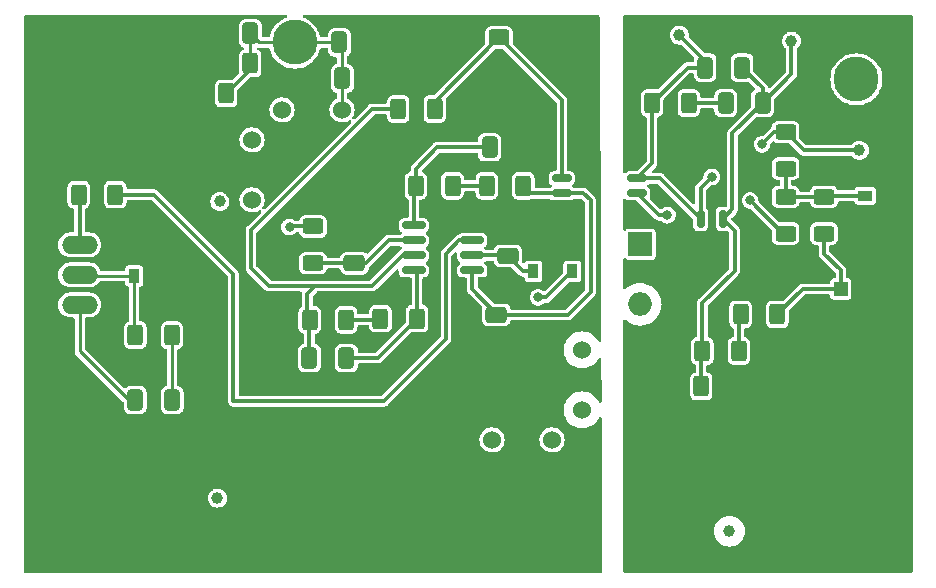
<source format=gbl>
G04 #@! TF.GenerationSoftware,KiCad,Pcbnew,(6.0.11)*
G04 #@! TF.CreationDate,2023-06-14T00:40:10+03:00*
G04 #@! TF.ProjectId,flyback_48V_48W,666c7962-6163-46b5-9f34-38565f343857,rev?*
G04 #@! TF.SameCoordinates,Original*
G04 #@! TF.FileFunction,Copper,L2,Bot*
G04 #@! TF.FilePolarity,Positive*
%FSLAX46Y46*%
G04 Gerber Fmt 4.6, Leading zero omitted, Abs format (unit mm)*
G04 Created by KiCad (PCBNEW (6.0.11)) date 2023-06-14 00:40:10*
%MOMM*%
%LPD*%
G01*
G04 APERTURE LIST*
G04 Aperture macros list*
%AMRoundRect*
0 Rectangle with rounded corners*
0 $1 Rounding radius*
0 $2 $3 $4 $5 $6 $7 $8 $9 X,Y pos of 4 corners*
0 Add a 4 corners polygon primitive as box body*
4,1,4,$2,$3,$4,$5,$6,$7,$8,$9,$2,$3,0*
0 Add four circle primitives for the rounded corners*
1,1,$1+$1,$2,$3*
1,1,$1+$1,$4,$5*
1,1,$1+$1,$6,$7*
1,1,$1+$1,$8,$9*
0 Add four rect primitives between the rounded corners*
20,1,$1+$1,$2,$3,$4,$5,0*
20,1,$1+$1,$4,$5,$6,$7,0*
20,1,$1+$1,$6,$7,$8,$9,0*
20,1,$1+$1,$8,$9,$2,$3,0*%
G04 Aperture macros list end*
G04 #@! TA.AperFunction,ComponentPad*
%ADD10C,1.524000*%
G04 #@! TD*
G04 #@! TA.AperFunction,ComponentPad*
%ADD11C,3.800000*%
G04 #@! TD*
G04 #@! TA.AperFunction,ComponentPad*
%ADD12O,3.048000X1.524000*%
G04 #@! TD*
G04 #@! TA.AperFunction,ComponentPad*
%ADD13R,2.000000X2.000000*%
G04 #@! TD*
G04 #@! TA.AperFunction,ComponentPad*
%ADD14O,2.000000X2.000000*%
G04 #@! TD*
G04 #@! TA.AperFunction,ComponentPad*
%ADD15R,1.200000X1.200000*%
G04 #@! TD*
G04 #@! TA.AperFunction,ComponentPad*
%ADD16C,1.200000*%
G04 #@! TD*
G04 #@! TA.AperFunction,ComponentPad*
%ADD17C,1.000000*%
G04 #@! TD*
G04 #@! TA.AperFunction,SMDPad,CuDef*
%ADD18RoundRect,0.250000X0.400000X0.625000X-0.400000X0.625000X-0.400000X-0.625000X0.400000X-0.625000X0*%
G04 #@! TD*
G04 #@! TA.AperFunction,SMDPad,CuDef*
%ADD19RoundRect,0.250000X-0.400000X-0.625000X0.400000X-0.625000X0.400000X0.625000X-0.400000X0.625000X0*%
G04 #@! TD*
G04 #@! TA.AperFunction,SMDPad,CuDef*
%ADD20RoundRect,0.250000X0.650000X-0.412500X0.650000X0.412500X-0.650000X0.412500X-0.650000X-0.412500X0*%
G04 #@! TD*
G04 #@! TA.AperFunction,SMDPad,CuDef*
%ADD21RoundRect,0.150000X-0.825000X-0.150000X0.825000X-0.150000X0.825000X0.150000X-0.825000X0.150000X0*%
G04 #@! TD*
G04 #@! TA.AperFunction,SMDPad,CuDef*
%ADD22RoundRect,0.150000X-0.662500X-0.150000X0.662500X-0.150000X0.662500X0.150000X-0.662500X0.150000X0*%
G04 #@! TD*
G04 #@! TA.AperFunction,SMDPad,CuDef*
%ADD23RoundRect,0.250000X-0.650000X0.412500X-0.650000X-0.412500X0.650000X-0.412500X0.650000X0.412500X0*%
G04 #@! TD*
G04 #@! TA.AperFunction,SMDPad,CuDef*
%ADD24RoundRect,0.250000X0.412500X0.650000X-0.412500X0.650000X-0.412500X-0.650000X0.412500X-0.650000X0*%
G04 #@! TD*
G04 #@! TA.AperFunction,SMDPad,CuDef*
%ADD25RoundRect,0.250000X-0.412500X-0.650000X0.412500X-0.650000X0.412500X0.650000X-0.412500X0.650000X0*%
G04 #@! TD*
G04 #@! TA.AperFunction,SMDPad,CuDef*
%ADD26R,0.900000X1.200000*%
G04 #@! TD*
G04 #@! TA.AperFunction,SMDPad,CuDef*
%ADD27RoundRect,0.250000X-0.625000X0.400000X-0.625000X-0.400000X0.625000X-0.400000X0.625000X0.400000X0*%
G04 #@! TD*
G04 #@! TA.AperFunction,SMDPad,CuDef*
%ADD28RoundRect,0.150000X-0.150000X0.587500X-0.150000X-0.587500X0.150000X-0.587500X0.150000X0.587500X0*%
G04 #@! TD*
G04 #@! TA.AperFunction,SMDPad,CuDef*
%ADD29RoundRect,0.250000X0.625000X-0.400000X0.625000X0.400000X-0.625000X0.400000X-0.625000X-0.400000X0*%
G04 #@! TD*
G04 #@! TA.AperFunction,SMDPad,CuDef*
%ADD30R,1.200000X0.900000*%
G04 #@! TD*
G04 #@! TA.AperFunction,ViaPad*
%ADD31C,0.800000*%
G04 #@! TD*
G04 #@! TA.AperFunction,Conductor*
%ADD32C,0.300000*%
G04 #@! TD*
G04 #@! TA.AperFunction,Conductor*
%ADD33C,0.250000*%
G04 #@! TD*
G04 APERTURE END LIST*
D10*
X148270000Y-70730000D03*
X148270000Y-65650000D03*
X145730000Y-73270000D03*
X140650000Y-73270000D03*
X120330000Y-52950000D03*
X120330000Y-47870000D03*
X122870000Y-45330000D03*
X127950000Y-45330000D03*
D11*
X133500000Y-78750000D03*
D12*
X105725000Y-61840000D03*
X105725000Y-56760000D03*
X105725000Y-59300000D03*
D11*
X171500000Y-42750000D03*
D13*
X153189500Y-56710000D03*
D14*
X153189500Y-61790000D03*
D15*
X170180000Y-60500000D03*
D16*
X170180000Y-65500000D03*
D11*
X170500000Y-75750000D03*
D17*
X117400000Y-78200000D03*
X160750000Y-81000000D03*
D11*
X123952000Y-39624000D03*
D17*
X171750000Y-48750000D03*
D18*
X120168000Y-41402000D03*
X117068000Y-41402000D03*
D19*
X110450000Y-64400000D03*
X113550000Y-64400000D03*
D18*
X108750000Y-52500000D03*
X105650000Y-52500000D03*
D20*
X129000000Y-58312500D03*
X129000000Y-55187500D03*
D18*
X118136000Y-43942000D03*
X115036000Y-43942000D03*
D19*
X125200000Y-63100000D03*
X128300000Y-63100000D03*
D21*
X134025000Y-58905000D03*
X134025000Y-57635000D03*
X134025000Y-56365000D03*
X134025000Y-55095000D03*
X138975000Y-55095000D03*
X138975000Y-56365000D03*
X138975000Y-57635000D03*
X138975000Y-58905000D03*
D22*
X146562500Y-52385000D03*
X146562500Y-51115000D03*
X152937500Y-51115000D03*
X152937500Y-52385000D03*
D23*
X141000000Y-62687500D03*
X141000000Y-65812500D03*
D24*
X113562500Y-69900000D03*
X110437500Y-69900000D03*
X161812500Y-41750000D03*
X158687500Y-41750000D03*
D25*
X140437500Y-48500000D03*
X143562500Y-48500000D03*
D18*
X161550000Y-65750000D03*
X158450000Y-65750000D03*
D19*
X158350000Y-68750000D03*
X161450000Y-68750000D03*
D18*
X143300000Y-51750000D03*
X140200000Y-51750000D03*
D26*
X113650000Y-59400000D03*
X110350000Y-59400000D03*
X144146000Y-59000000D03*
X147446000Y-59000000D03*
D24*
X163562500Y-44750000D03*
X160437500Y-44750000D03*
D19*
X131200000Y-63000000D03*
X134300000Y-63000000D03*
D24*
X120180500Y-38862000D03*
X117055500Y-38862000D03*
D25*
X127977500Y-42672000D03*
X131102500Y-42672000D03*
D27*
X165500000Y-52700000D03*
X165500000Y-55800000D03*
D18*
X137300000Y-51750000D03*
X134200000Y-51750000D03*
D28*
X158300000Y-54562500D03*
X160200000Y-54562500D03*
X159250000Y-56437500D03*
D27*
X141250000Y-39200000D03*
X141250000Y-42300000D03*
D29*
X165500000Y-50300000D03*
X165500000Y-47200000D03*
D17*
X166000000Y-39500000D03*
D18*
X135800000Y-45250000D03*
X132700000Y-45250000D03*
D30*
X172250000Y-52600000D03*
X172250000Y-55900000D03*
D25*
X125187500Y-66350000D03*
X128312500Y-66350000D03*
D18*
X157300000Y-44750000D03*
X154200000Y-44750000D03*
D17*
X156500000Y-39000000D03*
D20*
X141986000Y-57696500D03*
X141986000Y-54571500D03*
D17*
X117602000Y-53086000D03*
D29*
X125500000Y-58300000D03*
X125500000Y-55200000D03*
X168750000Y-55800000D03*
X168750000Y-52700000D03*
D18*
X164800000Y-62650000D03*
X161700000Y-62650000D03*
D25*
X127723500Y-39624000D03*
X130848500Y-39624000D03*
D31*
X144532000Y-61214000D03*
X162500000Y-53000000D03*
X159250000Y-51000000D03*
X163500000Y-48250000D03*
X155500000Y-54250000D03*
X123500000Y-55250000D03*
D32*
X145232000Y-61214000D02*
X147446000Y-59000000D01*
X144532000Y-61214000D02*
X145232000Y-61214000D01*
X143289500Y-59000000D02*
X141986000Y-57696500D01*
X144146000Y-59000000D02*
X143289500Y-59000000D01*
D33*
X127950000Y-39850500D02*
X127950000Y-45330000D01*
X127723500Y-39624000D02*
X127950000Y-39850500D01*
X123952000Y-39624000D02*
X127723500Y-39624000D01*
X120942500Y-39624000D02*
X123952000Y-39624000D01*
X120180500Y-38862000D02*
X120942500Y-39624000D01*
X120180500Y-41897500D02*
X120180500Y-38862000D01*
X118136000Y-43942000D02*
X120180500Y-41897500D01*
D32*
X138975000Y-57635000D02*
X142235000Y-57635000D01*
X168850000Y-52600000D02*
X168750000Y-52700000D01*
X168750000Y-52700000D02*
X165500000Y-52700000D01*
X172250000Y-52600000D02*
X168850000Y-52600000D01*
X165500000Y-50300000D02*
X165500000Y-52700000D01*
X134025000Y-57635000D02*
X133115000Y-57635000D01*
X120250000Y-55500000D02*
X130500000Y-45250000D01*
X125200000Y-63100000D02*
X125187500Y-63112500D01*
X130500000Y-60250000D02*
X126000000Y-60250000D01*
X121750000Y-60250000D02*
X120250000Y-58750000D01*
X126000000Y-60250000D02*
X121750000Y-60250000D01*
X120250000Y-58750000D02*
X120250000Y-55500000D01*
X125000000Y-62900000D02*
X125200000Y-63100000D01*
X126000000Y-60250000D02*
X125650000Y-60250000D01*
X133115000Y-57635000D02*
X130500000Y-60250000D01*
X125187500Y-63112500D02*
X125187500Y-66350000D01*
X125650000Y-60250000D02*
X125000000Y-60900000D01*
X125000000Y-60900000D02*
X125000000Y-62900000D01*
X130500000Y-45250000D02*
X132700000Y-45250000D01*
X134300000Y-59180000D02*
X134025000Y-58905000D01*
X134300000Y-63000000D02*
X130950000Y-66350000D01*
X134300000Y-63000000D02*
X134300000Y-59180000D01*
X130950000Y-66350000D02*
X128312500Y-66350000D01*
X125500000Y-58300000D02*
X128987500Y-58300000D01*
X131885000Y-56365000D02*
X134025000Y-56365000D01*
X128987500Y-58300000D02*
X129000000Y-58312500D01*
X129000000Y-58312500D02*
X129937500Y-58312500D01*
X129937500Y-58312500D02*
X131885000Y-56365000D01*
X168750000Y-55800000D02*
X168750000Y-57498000D01*
X168750000Y-57498000D02*
X170180000Y-58928000D01*
X170180000Y-60500000D02*
X166950000Y-60500000D01*
X166950000Y-60500000D02*
X164800000Y-62650000D01*
X170180000Y-58928000D02*
X170180000Y-60500000D01*
X158450000Y-65750000D02*
X158350000Y-65850000D01*
X163562500Y-44750000D02*
X163562500Y-43500000D01*
X163562500Y-44750000D02*
X161000000Y-47312500D01*
X161187500Y-58950000D02*
X161187500Y-55550000D01*
X161000000Y-53762500D02*
X160200000Y-54562500D01*
X166000000Y-42312500D02*
X166000000Y-39500000D01*
X161187500Y-55550000D02*
X160200000Y-54562500D01*
X161000000Y-47312500D02*
X161000000Y-53762500D01*
X158350000Y-65850000D02*
X158350000Y-68750000D01*
X158450000Y-65750000D02*
X158450000Y-61687500D01*
X163562500Y-44750000D02*
X166000000Y-42312500D01*
X163562500Y-43500000D02*
X161812500Y-41750000D01*
X158450000Y-61687500D02*
X161187500Y-58950000D01*
X157300000Y-44750000D02*
X160437500Y-44750000D01*
X158687500Y-41187500D02*
X156500000Y-39000000D01*
X158687500Y-41750000D02*
X158687500Y-41187500D01*
X158300000Y-51950000D02*
X158300000Y-54562500D01*
X165300000Y-55800000D02*
X162500000Y-53000000D01*
X157200000Y-41750000D02*
X158687500Y-41750000D01*
X154200000Y-44750000D02*
X157200000Y-41750000D01*
X154852500Y-51115000D02*
X158300000Y-54562500D01*
X165500000Y-55800000D02*
X165300000Y-55800000D01*
X159250000Y-51000000D02*
X158300000Y-51950000D01*
X152937500Y-51115000D02*
X154852500Y-51115000D01*
X154200000Y-44750000D02*
X154200000Y-49852500D01*
X154200000Y-49852500D02*
X152937500Y-51115000D01*
X148385000Y-52385000D02*
X149000000Y-53000000D01*
X138975000Y-58905000D02*
X138975000Y-60537500D01*
X143300000Y-51750000D02*
X143935000Y-52385000D01*
X149000000Y-53000000D02*
X149000000Y-60750000D01*
X143935000Y-52385000D02*
X146562500Y-52385000D01*
X149000000Y-60750000D02*
X147062500Y-62687500D01*
X147062500Y-62687500D02*
X141000000Y-62687500D01*
X138975000Y-60537500D02*
X141187500Y-62750000D01*
X146562500Y-52385000D02*
X148385000Y-52385000D01*
X134025000Y-51925000D02*
X134025000Y-55095000D01*
X136000000Y-48500000D02*
X140437500Y-48500000D01*
X134200000Y-51750000D02*
X134025000Y-51925000D01*
X134200000Y-50300000D02*
X136000000Y-48500000D01*
X134200000Y-51750000D02*
X134200000Y-50300000D01*
D33*
X110350000Y-59400000D02*
X110350000Y-64300000D01*
X110350000Y-59400000D02*
X105825000Y-59400000D01*
X110350000Y-64300000D02*
X110450000Y-64400000D01*
X105825000Y-59400000D02*
X105725000Y-59300000D01*
D32*
X135800000Y-45250000D02*
X135800000Y-44650000D01*
X146562500Y-51115000D02*
X146562500Y-44512500D01*
X135800000Y-44650000D02*
X141250000Y-39200000D01*
X146562500Y-44512500D02*
X141250000Y-39200000D01*
X155500000Y-54250000D02*
X154802500Y-54250000D01*
X165500000Y-47200000D02*
X164550000Y-47200000D01*
X167050000Y-48750000D02*
X171750000Y-48750000D01*
X165500000Y-47200000D02*
X167050000Y-48750000D01*
X164550000Y-47200000D02*
X163500000Y-48250000D01*
X154802500Y-54250000D02*
X152937500Y-52385000D01*
X131100000Y-63100000D02*
X131200000Y-63000000D01*
X128300000Y-63100000D02*
X131100000Y-63100000D01*
X123550000Y-55200000D02*
X123500000Y-55250000D01*
D33*
X105725000Y-65725000D02*
X109900000Y-69900000D01*
X105725000Y-61840000D02*
X105725000Y-65725000D01*
D32*
X125500000Y-55200000D02*
X123550000Y-55200000D01*
X161550000Y-65750000D02*
X161550000Y-62750000D01*
X161550000Y-62750000D02*
X161650000Y-62650000D01*
X136750000Y-64750000D02*
X136750000Y-57500000D01*
X118750000Y-70000000D02*
X131500000Y-70000000D01*
X108750000Y-52500000D02*
X112000000Y-52500000D01*
X118750000Y-59250000D02*
X118750000Y-70000000D01*
X136750000Y-57500000D02*
X137885000Y-56365000D01*
X112000000Y-52500000D02*
X118750000Y-59250000D01*
X131500000Y-70000000D02*
X136750000Y-64750000D01*
X137885000Y-56365000D02*
X138975000Y-56365000D01*
X137300000Y-51750000D02*
X140200000Y-51750000D01*
X105725000Y-56760000D02*
X105725000Y-53025000D01*
X105725000Y-53025000D02*
X105200000Y-52500000D01*
D33*
X113550000Y-69887500D02*
X113562500Y-69900000D01*
X113550000Y-64400000D02*
X113550000Y-69887500D01*
G04 #@! TA.AperFunction,Conductor*
G36*
X123255992Y-37320502D02*
G01*
X123302485Y-37374158D01*
X123312589Y-37444432D01*
X123283095Y-37509012D01*
X123228372Y-37545813D01*
X123112002Y-37585315D01*
X123111992Y-37585319D01*
X123108098Y-37586641D01*
X123104405Y-37588462D01*
X123104403Y-37588463D01*
X122853093Y-37712395D01*
X122853088Y-37712398D01*
X122849389Y-37714222D01*
X122845956Y-37716516D01*
X122612977Y-37872187D01*
X122612972Y-37872191D01*
X122609546Y-37874480D01*
X122606452Y-37877194D01*
X122606446Y-37877198D01*
X122526620Y-37947204D01*
X122392673Y-38064673D01*
X122389964Y-38067762D01*
X122205198Y-38278446D01*
X122205194Y-38278452D01*
X122202480Y-38281546D01*
X122200191Y-38284972D01*
X122200187Y-38284977D01*
X122179534Y-38315887D01*
X122042222Y-38521389D01*
X122040398Y-38525088D01*
X122040395Y-38525093D01*
X121970191Y-38667453D01*
X121914641Y-38780098D01*
X121821919Y-39053247D01*
X121818090Y-39072500D01*
X121813200Y-39097081D01*
X121780293Y-39159990D01*
X121718598Y-39195123D01*
X121689621Y-39198500D01*
X121269500Y-39198500D01*
X121201379Y-39178498D01*
X121154886Y-39124842D01*
X121143500Y-39072500D01*
X121143500Y-38169228D01*
X121132636Y-38079453D01*
X121128008Y-38067762D01*
X121080275Y-37947204D01*
X121077113Y-37939217D01*
X120985922Y-37819078D01*
X120865783Y-37727887D01*
X120802168Y-37702700D01*
X120733077Y-37675345D01*
X120733075Y-37675344D01*
X120725547Y-37672364D01*
X120635772Y-37661500D01*
X119725228Y-37661500D01*
X119635453Y-37672364D01*
X119627925Y-37675344D01*
X119627923Y-37675345D01*
X119558832Y-37702700D01*
X119495217Y-37727887D01*
X119375078Y-37819078D01*
X119283887Y-37939217D01*
X119280725Y-37947204D01*
X119232993Y-38067762D01*
X119228364Y-38079453D01*
X119217500Y-38169228D01*
X119217500Y-39554772D01*
X119228364Y-39644547D01*
X119283887Y-39784783D01*
X119375078Y-39904922D01*
X119495217Y-39996113D01*
X119563303Y-40023070D01*
X119574108Y-40027348D01*
X119630082Y-40071022D01*
X119653559Y-40138025D01*
X119637083Y-40207084D01*
X119585888Y-40256272D01*
X119574107Y-40261652D01*
X119495217Y-40292887D01*
X119375078Y-40384078D01*
X119283887Y-40504217D01*
X119228364Y-40644453D01*
X119217500Y-40734228D01*
X119217500Y-42069772D01*
X119228364Y-42159547D01*
X119229382Y-42162118D01*
X119226852Y-42230648D01*
X119196443Y-42279809D01*
X118738971Y-42737281D01*
X118676659Y-42771307D01*
X118634740Y-42773273D01*
X118578772Y-42766500D01*
X117693228Y-42766500D01*
X117603453Y-42777364D01*
X117595925Y-42780344D01*
X117595923Y-42780345D01*
X117526832Y-42807700D01*
X117463217Y-42832887D01*
X117343078Y-42924078D01*
X117251887Y-43044217D01*
X117196364Y-43184453D01*
X117185500Y-43274228D01*
X117185500Y-44609772D01*
X117196364Y-44699547D01*
X117199344Y-44707075D01*
X117199345Y-44707077D01*
X117226700Y-44776168D01*
X117251887Y-44839783D01*
X117343078Y-44959922D01*
X117463217Y-45051113D01*
X117526832Y-45076300D01*
X117595923Y-45103655D01*
X117595925Y-45103656D01*
X117603453Y-45106636D01*
X117693228Y-45117500D01*
X118578772Y-45117500D01*
X118668547Y-45106636D01*
X118676075Y-45103656D01*
X118676077Y-45103655D01*
X118745168Y-45076300D01*
X118808783Y-45051113D01*
X118928922Y-44959922D01*
X119020113Y-44839783D01*
X119045300Y-44776168D01*
X119072655Y-44707077D01*
X119072656Y-44707075D01*
X119075636Y-44699547D01*
X119086500Y-44609772D01*
X119086500Y-43645438D01*
X119106502Y-43577317D01*
X119123405Y-43556343D01*
X120065343Y-42614405D01*
X120127655Y-42580379D01*
X120154438Y-42577500D01*
X120610772Y-42577500D01*
X120700547Y-42566636D01*
X120708075Y-42563656D01*
X120708077Y-42563655D01*
X120777168Y-42536300D01*
X120840783Y-42511113D01*
X120960922Y-42419922D01*
X121052113Y-42299783D01*
X121107636Y-42159547D01*
X121118500Y-42069772D01*
X121118500Y-40734228D01*
X121107636Y-40644453D01*
X121052113Y-40504217D01*
X120960922Y-40384078D01*
X120840783Y-40292887D01*
X120832796Y-40289725D01*
X120825314Y-40285509D01*
X120827063Y-40282404D01*
X120784234Y-40249004D01*
X120760740Y-40182008D01*
X120777197Y-40112945D01*
X120828380Y-40063743D01*
X120886572Y-40049500D01*
X121689621Y-40049500D01*
X121757742Y-40069502D01*
X121804235Y-40123158D01*
X121813199Y-40150917D01*
X121821919Y-40194753D01*
X121914641Y-40467902D01*
X121916462Y-40471595D01*
X121916463Y-40471597D01*
X122015348Y-40672115D01*
X122042222Y-40726611D01*
X122044516Y-40730044D01*
X122191820Y-40950500D01*
X122202480Y-40966454D01*
X122205194Y-40969548D01*
X122205198Y-40969554D01*
X122389964Y-41180238D01*
X122392673Y-41183327D01*
X122395762Y-41186036D01*
X122606446Y-41370802D01*
X122606452Y-41370806D01*
X122609546Y-41373520D01*
X122612972Y-41375809D01*
X122612977Y-41375813D01*
X122775157Y-41484178D01*
X122849389Y-41533778D01*
X122853088Y-41535602D01*
X122853093Y-41535605D01*
X123104403Y-41659537D01*
X123108098Y-41661359D01*
X123111996Y-41662682D01*
X123111998Y-41662683D01*
X123377337Y-41752754D01*
X123377341Y-41752755D01*
X123381247Y-41754081D01*
X123385291Y-41754885D01*
X123385297Y-41754887D01*
X123660118Y-41809552D01*
X123660121Y-41809552D01*
X123664161Y-41810356D01*
X123668272Y-41810625D01*
X123668276Y-41810626D01*
X123947881Y-41828952D01*
X123952000Y-41829222D01*
X123956119Y-41828952D01*
X124235724Y-41810626D01*
X124235728Y-41810625D01*
X124239839Y-41810356D01*
X124243879Y-41809552D01*
X124243882Y-41809552D01*
X124518703Y-41754887D01*
X124518709Y-41754885D01*
X124522753Y-41754081D01*
X124526659Y-41752755D01*
X124526663Y-41752754D01*
X124792002Y-41662683D01*
X124792004Y-41662682D01*
X124795902Y-41661359D01*
X124799597Y-41659537D01*
X125050907Y-41535605D01*
X125050912Y-41535602D01*
X125054611Y-41533778D01*
X125128843Y-41484178D01*
X125291023Y-41375813D01*
X125291028Y-41375809D01*
X125294454Y-41373520D01*
X125297548Y-41370806D01*
X125297554Y-41370802D01*
X125508238Y-41186036D01*
X125511327Y-41183327D01*
X125514036Y-41180238D01*
X125698802Y-40969554D01*
X125698806Y-40969548D01*
X125701520Y-40966454D01*
X125712181Y-40950500D01*
X125859484Y-40730044D01*
X125861778Y-40726611D01*
X125888653Y-40672115D01*
X125987537Y-40471597D01*
X125987538Y-40471595D01*
X125989359Y-40467902D01*
X126082081Y-40194753D01*
X126090800Y-40150918D01*
X126123707Y-40088010D01*
X126185402Y-40052877D01*
X126214379Y-40049500D01*
X126634500Y-40049500D01*
X126702621Y-40069502D01*
X126749114Y-40123158D01*
X126760500Y-40175500D01*
X126760500Y-40316772D01*
X126771364Y-40406547D01*
X126826887Y-40546783D01*
X126918078Y-40666922D01*
X127038217Y-40758113D01*
X127071501Y-40771291D01*
X127170923Y-40810655D01*
X127170925Y-40810656D01*
X127178453Y-40813636D01*
X127268228Y-40824500D01*
X127398500Y-40824500D01*
X127466621Y-40844502D01*
X127513114Y-40898158D01*
X127524500Y-40950500D01*
X127524500Y-41362055D01*
X127504498Y-41430176D01*
X127450842Y-41476669D01*
X127435829Y-41481955D01*
X127432453Y-41482364D01*
X127292217Y-41537887D01*
X127172078Y-41629078D01*
X127080887Y-41749217D01*
X127025364Y-41889453D01*
X127014500Y-41979228D01*
X127014500Y-43364772D01*
X127025364Y-43454547D01*
X127080887Y-43594783D01*
X127172078Y-43714922D01*
X127292217Y-43806113D01*
X127432453Y-43861636D01*
X127432616Y-43861656D01*
X127490618Y-43895978D01*
X127522472Y-43959427D01*
X127524500Y-43981945D01*
X127524500Y-44277152D01*
X127504498Y-44345273D01*
X127456875Y-44388814D01*
X127365399Y-44436636D01*
X127203011Y-44567200D01*
X127069075Y-44726818D01*
X126968693Y-44909411D01*
X126905690Y-45108025D01*
X126882463Y-45315093D01*
X126899899Y-45522730D01*
X126957333Y-45723025D01*
X126960151Y-45728507D01*
X126960152Y-45728511D01*
X127049756Y-45902862D01*
X127049759Y-45902866D01*
X127052577Y-45908350D01*
X127056408Y-45913183D01*
X127178174Y-46066816D01*
X127178179Y-46066821D01*
X127182003Y-46071646D01*
X127186696Y-46075640D01*
X127186697Y-46075641D01*
X127320806Y-46189776D01*
X127340683Y-46206693D01*
X127346061Y-46209699D01*
X127346063Y-46209700D01*
X127422807Y-46252590D01*
X127522571Y-46308346D01*
X127720740Y-46372735D01*
X127927641Y-46397407D01*
X127933776Y-46396935D01*
X127933778Y-46396935D01*
X128129252Y-46381894D01*
X128129256Y-46381893D01*
X128135394Y-46381421D01*
X128336085Y-46325387D01*
X128341589Y-46322607D01*
X128341591Y-46322606D01*
X128516570Y-46234218D01*
X128516572Y-46234217D01*
X128522071Y-46231439D01*
X128541893Y-46215952D01*
X128607885Y-46189776D01*
X128677556Y-46203434D01*
X128728783Y-46252590D01*
X128745302Y-46321638D01*
X128721868Y-46388656D01*
X128708559Y-46404338D01*
X121407547Y-53705350D01*
X121345235Y-53739376D01*
X121274420Y-53734311D01*
X121217584Y-53691764D01*
X121192773Y-53625244D01*
X121208896Y-53554018D01*
X121302294Y-53389610D01*
X121302296Y-53389606D01*
X121305339Y-53384249D01*
X121346614Y-53260169D01*
X121369164Y-53192382D01*
X121369165Y-53192379D01*
X121371109Y-53186534D01*
X121385231Y-53074753D01*
X121396783Y-52983312D01*
X121396784Y-52983305D01*
X121397225Y-52979810D01*
X121397641Y-52950000D01*
X121377308Y-52742627D01*
X121317083Y-52543154D01*
X121219261Y-52359176D01*
X121213590Y-52352222D01*
X121169766Y-52298490D01*
X121087567Y-52197704D01*
X120927017Y-52064885D01*
X120743728Y-51965781D01*
X120544679Y-51904165D01*
X120538554Y-51903521D01*
X120538553Y-51903521D01*
X120343582Y-51883029D01*
X120343580Y-51883029D01*
X120337453Y-51882385D01*
X120206739Y-51894281D01*
X120136085Y-51900711D01*
X120136084Y-51900711D01*
X120129944Y-51901270D01*
X120124030Y-51903011D01*
X120124028Y-51903011D01*
X120004688Y-51938135D01*
X119930055Y-51960101D01*
X119924590Y-51962958D01*
X119759235Y-52049403D01*
X119745399Y-52056636D01*
X119583011Y-52187200D01*
X119579047Y-52191924D01*
X119562297Y-52211886D01*
X119449075Y-52346818D01*
X119446105Y-52352221D01*
X119446104Y-52352222D01*
X119440749Y-52361963D01*
X119348693Y-52529411D01*
X119285690Y-52728025D01*
X119285004Y-52734142D01*
X119285003Y-52734146D01*
X119263699Y-52924075D01*
X119262463Y-52935093D01*
X119279899Y-53142730D01*
X119337333Y-53343025D01*
X119340151Y-53348507D01*
X119340152Y-53348511D01*
X119429756Y-53522862D01*
X119429759Y-53522866D01*
X119432577Y-53528350D01*
X119436408Y-53533183D01*
X119558174Y-53686816D01*
X119558179Y-53686821D01*
X119562003Y-53691646D01*
X119566696Y-53695640D01*
X119566697Y-53695641D01*
X119700806Y-53809776D01*
X119720683Y-53826693D01*
X119726061Y-53829699D01*
X119726063Y-53829700D01*
X119789550Y-53865181D01*
X119902571Y-53928346D01*
X120100740Y-53992735D01*
X120307641Y-54017407D01*
X120313776Y-54016935D01*
X120313778Y-54016935D01*
X120509252Y-54001894D01*
X120509256Y-54001893D01*
X120515394Y-54001421D01*
X120716085Y-53945387D01*
X120721589Y-53942607D01*
X120721591Y-53942606D01*
X120896570Y-53854218D01*
X120896572Y-53854217D01*
X120902071Y-53851439D01*
X120921893Y-53835952D01*
X120987885Y-53809776D01*
X121057556Y-53823434D01*
X121108783Y-53872590D01*
X121125302Y-53941638D01*
X121101868Y-54008656D01*
X121088559Y-54024338D01*
X119955650Y-55157247D01*
X119944561Y-55167101D01*
X119925291Y-55182293D01*
X119925289Y-55182295D01*
X119917890Y-55188128D01*
X119912535Y-55195875D01*
X119912534Y-55195877D01*
X119884545Y-55236375D01*
X119882250Y-55239587D01*
X119847366Y-55286816D01*
X119844973Y-55293632D01*
X119840869Y-55299569D01*
X119838029Y-55308549D01*
X119838028Y-55308551D01*
X119823182Y-55355495D01*
X119821929Y-55359250D01*
X119806360Y-55403586D01*
X119802481Y-55414631D01*
X119802199Y-55421819D01*
X119802188Y-55421878D01*
X119800020Y-55428730D01*
X119799500Y-55435337D01*
X119799500Y-55488016D01*
X119799403Y-55492962D01*
X119797162Y-55549994D01*
X119799046Y-55557100D01*
X119799500Y-55565347D01*
X119799500Y-58715780D01*
X119798627Y-58730589D01*
X119794636Y-58764310D01*
X119796328Y-58773574D01*
X119796328Y-58773575D01*
X119805172Y-58822001D01*
X119805822Y-58825904D01*
X119811712Y-58865077D01*
X119814551Y-58883962D01*
X119817679Y-58890475D01*
X119818975Y-58897573D01*
X119846025Y-58949647D01*
X119847768Y-58953137D01*
X119873191Y-59006079D01*
X119878077Y-59011365D01*
X119878110Y-59011413D01*
X119881421Y-59017788D01*
X119885725Y-59022828D01*
X119922952Y-59060055D01*
X119926381Y-59063620D01*
X119965146Y-59105556D01*
X119971505Y-59109249D01*
X119977663Y-59114766D01*
X121407247Y-60544350D01*
X121417101Y-60555439D01*
X121431433Y-60573618D01*
X121438128Y-60582110D01*
X121445875Y-60587465D01*
X121445877Y-60587466D01*
X121464450Y-60600302D01*
X121484668Y-60614275D01*
X121486375Y-60615455D01*
X121489587Y-60617750D01*
X121536816Y-60652634D01*
X121543632Y-60655027D01*
X121549569Y-60659131D01*
X121558549Y-60661971D01*
X121558551Y-60661972D01*
X121588903Y-60671571D01*
X121602769Y-60675956D01*
X121605491Y-60676817D01*
X121609245Y-60678069D01*
X121655740Y-60694397D01*
X121655742Y-60694397D01*
X121664631Y-60697519D01*
X121671819Y-60697801D01*
X121671878Y-60697812D01*
X121678730Y-60699980D01*
X121685337Y-60700500D01*
X121738016Y-60700500D01*
X121742962Y-60700597D01*
X121799994Y-60702838D01*
X121807100Y-60700954D01*
X121815344Y-60700500D01*
X124423847Y-60700500D01*
X124491968Y-60720502D01*
X124538461Y-60774158D01*
X124549750Y-60831444D01*
X124549694Y-60832874D01*
X124549500Y-60835337D01*
X124549500Y-60888016D01*
X124549403Y-60892962D01*
X124547162Y-60949994D01*
X124549046Y-60957100D01*
X124549500Y-60965347D01*
X124549500Y-61911426D01*
X124529498Y-61979547D01*
X124499680Y-62011788D01*
X124407078Y-62082078D01*
X124315887Y-62202217D01*
X124260364Y-62342453D01*
X124249500Y-62432228D01*
X124249500Y-63767772D01*
X124260364Y-63857547D01*
X124263344Y-63865075D01*
X124263345Y-63865077D01*
X124290700Y-63934168D01*
X124315887Y-63997783D01*
X124407078Y-64117922D01*
X124527217Y-64209113D01*
X124657383Y-64260649D01*
X124713357Y-64304323D01*
X124737000Y-64377801D01*
X124737000Y-65039420D01*
X124716998Y-65107541D01*
X124663342Y-65154034D01*
X124646890Y-65159827D01*
X124642453Y-65160364D01*
X124502217Y-65215887D01*
X124382078Y-65307078D01*
X124290887Y-65427217D01*
X124235364Y-65567453D01*
X124224500Y-65657228D01*
X124224500Y-67042772D01*
X124235364Y-67132547D01*
X124238344Y-67140075D01*
X124238345Y-67140077D01*
X124260835Y-67196881D01*
X124290887Y-67272783D01*
X124382078Y-67392922D01*
X124502217Y-67484113D01*
X124565832Y-67509300D01*
X124634923Y-67536655D01*
X124634925Y-67536656D01*
X124642453Y-67539636D01*
X124732228Y-67550500D01*
X125642772Y-67550500D01*
X125732547Y-67539636D01*
X125740075Y-67536656D01*
X125740077Y-67536655D01*
X125809168Y-67509300D01*
X125872783Y-67484113D01*
X125992922Y-67392922D01*
X126084113Y-67272783D01*
X126114165Y-67196881D01*
X126136655Y-67140077D01*
X126136656Y-67140075D01*
X126139636Y-67132547D01*
X126150500Y-67042772D01*
X126150500Y-65657228D01*
X126139636Y-65567453D01*
X126084113Y-65427217D01*
X125992922Y-65307078D01*
X125872783Y-65215887D01*
X125732547Y-65160364D01*
X125730590Y-65160127D01*
X125671882Y-65125387D01*
X125640028Y-65061937D01*
X125638000Y-65039420D01*
X125638000Y-64385580D01*
X125658002Y-64317459D01*
X125711658Y-64270966D01*
X125728110Y-64265173D01*
X125732547Y-64264636D01*
X125872783Y-64209113D01*
X125992922Y-64117922D01*
X126084113Y-63997783D01*
X126109300Y-63934168D01*
X126136655Y-63865077D01*
X126136656Y-63865075D01*
X126139636Y-63857547D01*
X126150500Y-63767772D01*
X127349500Y-63767772D01*
X127360364Y-63857547D01*
X127363344Y-63865075D01*
X127363345Y-63865077D01*
X127390700Y-63934168D01*
X127415887Y-63997783D01*
X127507078Y-64117922D01*
X127627217Y-64209113D01*
X127690832Y-64234300D01*
X127759923Y-64261655D01*
X127759925Y-64261656D01*
X127767453Y-64264636D01*
X127857228Y-64275500D01*
X128742772Y-64275500D01*
X128832547Y-64264636D01*
X128840075Y-64261656D01*
X128840077Y-64261655D01*
X128909168Y-64234300D01*
X128972783Y-64209113D01*
X129092922Y-64117922D01*
X129184113Y-63997783D01*
X129209300Y-63934168D01*
X129236655Y-63865077D01*
X129236656Y-63865075D01*
X129239636Y-63857547D01*
X129250500Y-63767772D01*
X129250500Y-63676500D01*
X129270502Y-63608379D01*
X129324158Y-63561886D01*
X129376500Y-63550500D01*
X130124026Y-63550500D01*
X130192147Y-63570502D01*
X130238640Y-63624158D01*
X130249500Y-63667714D01*
X130249500Y-63667772D01*
X130260364Y-63757547D01*
X130315887Y-63897783D01*
X130407078Y-64017922D01*
X130527217Y-64109113D01*
X130562570Y-64123110D01*
X130659923Y-64161655D01*
X130659925Y-64161656D01*
X130667453Y-64164636D01*
X130757228Y-64175500D01*
X131642772Y-64175500D01*
X131732547Y-64164636D01*
X131740075Y-64161656D01*
X131740077Y-64161655D01*
X131837430Y-64123110D01*
X131872783Y-64109113D01*
X131992922Y-64017922D01*
X132084113Y-63897783D01*
X132139636Y-63757547D01*
X132150500Y-63667772D01*
X132150500Y-62332228D01*
X132139636Y-62242453D01*
X132122866Y-62200095D01*
X132097064Y-62134927D01*
X132084113Y-62102217D01*
X131992922Y-61982078D01*
X131872783Y-61890887D01*
X131778561Y-61853582D01*
X131740077Y-61838345D01*
X131740075Y-61838344D01*
X131732547Y-61835364D01*
X131642772Y-61824500D01*
X130757228Y-61824500D01*
X130667453Y-61835364D01*
X130659925Y-61838344D01*
X130659923Y-61838345D01*
X130621439Y-61853582D01*
X130527217Y-61890887D01*
X130407078Y-61982078D01*
X130315887Y-62102217D01*
X130302936Y-62134927D01*
X130277135Y-62200095D01*
X130260364Y-62242453D01*
X130249500Y-62332228D01*
X130249500Y-62523500D01*
X130229498Y-62591621D01*
X130175842Y-62638114D01*
X130123500Y-62649500D01*
X129376500Y-62649500D01*
X129308379Y-62629498D01*
X129261886Y-62575842D01*
X129250500Y-62523500D01*
X129250500Y-62432228D01*
X129239636Y-62342453D01*
X129184113Y-62202217D01*
X129092922Y-62082078D01*
X128972783Y-61990887D01*
X128909168Y-61965700D01*
X128840077Y-61938345D01*
X128840075Y-61938344D01*
X128832547Y-61935364D01*
X128742772Y-61924500D01*
X127857228Y-61924500D01*
X127767453Y-61935364D01*
X127759925Y-61938344D01*
X127759923Y-61938345D01*
X127690832Y-61965700D01*
X127627217Y-61990887D01*
X127507078Y-62082078D01*
X127415887Y-62202217D01*
X127360364Y-62342453D01*
X127349500Y-62432228D01*
X127349500Y-63767772D01*
X126150500Y-63767772D01*
X126150500Y-62432228D01*
X126139636Y-62342453D01*
X126084113Y-62202217D01*
X125992922Y-62082078D01*
X125872783Y-61990887D01*
X125809168Y-61965700D01*
X125740077Y-61938345D01*
X125740075Y-61938344D01*
X125732547Y-61935364D01*
X125642772Y-61924500D01*
X125576500Y-61924500D01*
X125508379Y-61904498D01*
X125461886Y-61850842D01*
X125450500Y-61798500D01*
X125450500Y-61138793D01*
X125470502Y-61070672D01*
X125487405Y-61049698D01*
X125799698Y-60737405D01*
X125862010Y-60703379D01*
X125888793Y-60700500D01*
X130465780Y-60700500D01*
X130480589Y-60701373D01*
X130514310Y-60705364D01*
X130523574Y-60703672D01*
X130523575Y-60703672D01*
X130572001Y-60694828D01*
X130575904Y-60694178D01*
X130624645Y-60686850D01*
X130624646Y-60686850D01*
X130633962Y-60685449D01*
X130640475Y-60682321D01*
X130647573Y-60681025D01*
X130699647Y-60653975D01*
X130703137Y-60652232D01*
X130756079Y-60626809D01*
X130761365Y-60621923D01*
X130761413Y-60621890D01*
X130767788Y-60618579D01*
X130772828Y-60614275D01*
X130810055Y-60577048D01*
X130813621Y-60573618D01*
X130829677Y-60558776D01*
X130855556Y-60534854D01*
X130859249Y-60528495D01*
X130864766Y-60522337D01*
X132534405Y-58852698D01*
X132596717Y-58818672D01*
X132667532Y-58823737D01*
X132724368Y-58866284D01*
X132749179Y-58932804D01*
X132749500Y-58941793D01*
X132749500Y-59108834D01*
X132752481Y-59140369D01*
X132797366Y-59268184D01*
X132802958Y-59275754D01*
X132802959Y-59275757D01*
X132819896Y-59298687D01*
X132877850Y-59377150D01*
X132885421Y-59382742D01*
X132979243Y-59452041D01*
X132979246Y-59452042D01*
X132986816Y-59457634D01*
X133114631Y-59502519D01*
X133122277Y-59503242D01*
X133122278Y-59503242D01*
X133128248Y-59503806D01*
X133146166Y-59505500D01*
X133723500Y-59505500D01*
X133791621Y-59525502D01*
X133838114Y-59579158D01*
X133849500Y-59631500D01*
X133849500Y-61717595D01*
X133829498Y-61785716D01*
X133775842Y-61832209D01*
X133767383Y-61835187D01*
X133767453Y-61835364D01*
X133627217Y-61890887D01*
X133507078Y-61982078D01*
X133415887Y-62102217D01*
X133402936Y-62134927D01*
X133377135Y-62200095D01*
X133360364Y-62242453D01*
X133349500Y-62332228D01*
X133349500Y-63261207D01*
X133329498Y-63329328D01*
X133312595Y-63350302D01*
X130800302Y-65862595D01*
X130737990Y-65896621D01*
X130711207Y-65899500D01*
X129401500Y-65899500D01*
X129333379Y-65879498D01*
X129286886Y-65825842D01*
X129275500Y-65773500D01*
X129275500Y-65657228D01*
X129264636Y-65567453D01*
X129209113Y-65427217D01*
X129117922Y-65307078D01*
X128997783Y-65215887D01*
X128883080Y-65170473D01*
X128865077Y-65163345D01*
X128865075Y-65163344D01*
X128857547Y-65160364D01*
X128767772Y-65149500D01*
X127857228Y-65149500D01*
X127767453Y-65160364D01*
X127759925Y-65163344D01*
X127759923Y-65163345D01*
X127741920Y-65170473D01*
X127627217Y-65215887D01*
X127507078Y-65307078D01*
X127415887Y-65427217D01*
X127360364Y-65567453D01*
X127349500Y-65657228D01*
X127349500Y-67042772D01*
X127360364Y-67132547D01*
X127363344Y-67140075D01*
X127363345Y-67140077D01*
X127385835Y-67196881D01*
X127415887Y-67272783D01*
X127507078Y-67392922D01*
X127627217Y-67484113D01*
X127690832Y-67509300D01*
X127759923Y-67536655D01*
X127759925Y-67536656D01*
X127767453Y-67539636D01*
X127857228Y-67550500D01*
X128767772Y-67550500D01*
X128857547Y-67539636D01*
X128865075Y-67536656D01*
X128865077Y-67536655D01*
X128934168Y-67509300D01*
X128997783Y-67484113D01*
X129117922Y-67392922D01*
X129209113Y-67272783D01*
X129239165Y-67196881D01*
X129261655Y-67140077D01*
X129261656Y-67140075D01*
X129264636Y-67132547D01*
X129275500Y-67042772D01*
X129275500Y-66926500D01*
X129295502Y-66858379D01*
X129349158Y-66811886D01*
X129401500Y-66800500D01*
X130915780Y-66800500D01*
X130930589Y-66801373D01*
X130964310Y-66805364D01*
X130973574Y-66803672D01*
X130973575Y-66803672D01*
X131022001Y-66794828D01*
X131025904Y-66794178D01*
X131074645Y-66786850D01*
X131074646Y-66786850D01*
X131083962Y-66785449D01*
X131090475Y-66782321D01*
X131097573Y-66781025D01*
X131149647Y-66753975D01*
X131153137Y-66752232D01*
X131206079Y-66726809D01*
X131211365Y-66721923D01*
X131211413Y-66721890D01*
X131217788Y-66718579D01*
X131222828Y-66714275D01*
X131260055Y-66677048D01*
X131263621Y-66673618D01*
X131298641Y-66641246D01*
X131305556Y-66634854D01*
X131309249Y-66628495D01*
X131314766Y-66622337D01*
X133728567Y-64208536D01*
X133790879Y-64174510D01*
X133832799Y-64172544D01*
X133847623Y-64174338D01*
X133857228Y-64175500D01*
X134742772Y-64175500D01*
X134832547Y-64164636D01*
X134840075Y-64161656D01*
X134840077Y-64161655D01*
X134937430Y-64123110D01*
X134972783Y-64109113D01*
X135092922Y-64017922D01*
X135184113Y-63897783D01*
X135239636Y-63757547D01*
X135250500Y-63667772D01*
X135250500Y-62332228D01*
X135239636Y-62242453D01*
X135222866Y-62200095D01*
X135197064Y-62134927D01*
X135184113Y-62102217D01*
X135092922Y-61982078D01*
X134972783Y-61890887D01*
X134832547Y-61835364D01*
X134833606Y-61832688D01*
X134784388Y-61803568D01*
X134752530Y-61740121D01*
X134750500Y-61717595D01*
X134750500Y-59631500D01*
X134770502Y-59563379D01*
X134824158Y-59516886D01*
X134876500Y-59505500D01*
X134903834Y-59505500D01*
X134921752Y-59503806D01*
X134927722Y-59503242D01*
X134927723Y-59503242D01*
X134935369Y-59502519D01*
X135063184Y-59457634D01*
X135070754Y-59452042D01*
X135070757Y-59452041D01*
X135164579Y-59382742D01*
X135172150Y-59377150D01*
X135230104Y-59298687D01*
X135247041Y-59275757D01*
X135247042Y-59275754D01*
X135252634Y-59268184D01*
X135297519Y-59140369D01*
X135300500Y-59108834D01*
X135300500Y-58701166D01*
X135297519Y-58669631D01*
X135252634Y-58541816D01*
X135247042Y-58534246D01*
X135247041Y-58534243D01*
X135177742Y-58440421D01*
X135172150Y-58432850D01*
X135164579Y-58427258D01*
X135164576Y-58427255D01*
X135088888Y-58371351D01*
X135045977Y-58314790D01*
X135040457Y-58244008D01*
X135074081Y-58181479D01*
X135088888Y-58168649D01*
X135164576Y-58112745D01*
X135164579Y-58112742D01*
X135172150Y-58107150D01*
X135188141Y-58085500D01*
X135247041Y-58005757D01*
X135247042Y-58005754D01*
X135252634Y-57998184D01*
X135297519Y-57870369D01*
X135300500Y-57838834D01*
X135300500Y-57431166D01*
X135297519Y-57399631D01*
X135252634Y-57271816D01*
X135247042Y-57264246D01*
X135247041Y-57264243D01*
X135177742Y-57170421D01*
X135172150Y-57162850D01*
X135164579Y-57157258D01*
X135164576Y-57157255D01*
X135088888Y-57101351D01*
X135045977Y-57044790D01*
X135040457Y-56974008D01*
X135074081Y-56911479D01*
X135088888Y-56898649D01*
X135164576Y-56842745D01*
X135164579Y-56842742D01*
X135172150Y-56837150D01*
X135202009Y-56796725D01*
X135247041Y-56735757D01*
X135247042Y-56735754D01*
X135252634Y-56728184D01*
X135297519Y-56600369D01*
X135300500Y-56568834D01*
X135300500Y-56161166D01*
X135297519Y-56129631D01*
X135252634Y-56001816D01*
X135247042Y-55994246D01*
X135247041Y-55994243D01*
X135177742Y-55900421D01*
X135172150Y-55892850D01*
X135164579Y-55887258D01*
X135164576Y-55887255D01*
X135088888Y-55831351D01*
X135045977Y-55774790D01*
X135040457Y-55704008D01*
X135074081Y-55641479D01*
X135088888Y-55628649D01*
X135164576Y-55572745D01*
X135164579Y-55572742D01*
X135172150Y-55567150D01*
X135226946Y-55492963D01*
X135247041Y-55465757D01*
X135247042Y-55465754D01*
X135252634Y-55458184D01*
X135297519Y-55330369D01*
X135300500Y-55298834D01*
X135300500Y-54891166D01*
X135297519Y-54859631D01*
X135252634Y-54731816D01*
X135247042Y-54724246D01*
X135247041Y-54724243D01*
X135177742Y-54630421D01*
X135172150Y-54622850D01*
X135125796Y-54588612D01*
X135070757Y-54547959D01*
X135070754Y-54547958D01*
X135063184Y-54542366D01*
X134935369Y-54497481D01*
X134927723Y-54496758D01*
X134927722Y-54496758D01*
X134921752Y-54496194D01*
X134903834Y-54494500D01*
X134601500Y-54494500D01*
X134533379Y-54474498D01*
X134486886Y-54420842D01*
X134475500Y-54368500D01*
X134475500Y-53051500D01*
X134495502Y-52983379D01*
X134549158Y-52936886D01*
X134601500Y-52925500D01*
X134642772Y-52925500D01*
X134732547Y-52914636D01*
X134740075Y-52911656D01*
X134740077Y-52911655D01*
X134825499Y-52877834D01*
X134872783Y-52859113D01*
X134992922Y-52767922D01*
X135084113Y-52647783D01*
X135128654Y-52535284D01*
X135136655Y-52515077D01*
X135136656Y-52515075D01*
X135139636Y-52507547D01*
X135150500Y-52417772D01*
X136349500Y-52417772D01*
X136360364Y-52507547D01*
X136363344Y-52515075D01*
X136363345Y-52515077D01*
X136371346Y-52535284D01*
X136415887Y-52647783D01*
X136507078Y-52767922D01*
X136627217Y-52859113D01*
X136674501Y-52877834D01*
X136759923Y-52911655D01*
X136759925Y-52911656D01*
X136767453Y-52914636D01*
X136857228Y-52925500D01*
X137742772Y-52925500D01*
X137832547Y-52914636D01*
X137840075Y-52911656D01*
X137840077Y-52911655D01*
X137925499Y-52877834D01*
X137972783Y-52859113D01*
X138092922Y-52767922D01*
X138184113Y-52647783D01*
X138228654Y-52535284D01*
X138236655Y-52515077D01*
X138236656Y-52515075D01*
X138239636Y-52507547D01*
X138250500Y-52417772D01*
X138250500Y-52326500D01*
X138270502Y-52258379D01*
X138324158Y-52211886D01*
X138376500Y-52200500D01*
X139123500Y-52200500D01*
X139191621Y-52220502D01*
X139238114Y-52274158D01*
X139249500Y-52326500D01*
X139249500Y-52417772D01*
X139260364Y-52507547D01*
X139263344Y-52515075D01*
X139263345Y-52515077D01*
X139271346Y-52535284D01*
X139315887Y-52647783D01*
X139407078Y-52767922D01*
X139527217Y-52859113D01*
X139574501Y-52877834D01*
X139659923Y-52911655D01*
X139659925Y-52911656D01*
X139667453Y-52914636D01*
X139757228Y-52925500D01*
X140642772Y-52925500D01*
X140732547Y-52914636D01*
X140740075Y-52911656D01*
X140740077Y-52911655D01*
X140825499Y-52877834D01*
X140872783Y-52859113D01*
X140992922Y-52767922D01*
X141084113Y-52647783D01*
X141128654Y-52535284D01*
X141136655Y-52515077D01*
X141136656Y-52515075D01*
X141139636Y-52507547D01*
X141150500Y-52417772D01*
X141150500Y-51082228D01*
X141139636Y-50992453D01*
X141084113Y-50852217D01*
X140992922Y-50732078D01*
X140872783Y-50640887D01*
X140809168Y-50615700D01*
X140740077Y-50588345D01*
X140740075Y-50588344D01*
X140732547Y-50585364D01*
X140642772Y-50574500D01*
X139757228Y-50574500D01*
X139667453Y-50585364D01*
X139659925Y-50588344D01*
X139659923Y-50588345D01*
X139590832Y-50615700D01*
X139527217Y-50640887D01*
X139407078Y-50732078D01*
X139315887Y-50852217D01*
X139260364Y-50992453D01*
X139249500Y-51082228D01*
X139249500Y-51173500D01*
X139229498Y-51241621D01*
X139175842Y-51288114D01*
X139123500Y-51299500D01*
X138376500Y-51299500D01*
X138308379Y-51279498D01*
X138261886Y-51225842D01*
X138250500Y-51173500D01*
X138250500Y-51082228D01*
X138239636Y-50992453D01*
X138184113Y-50852217D01*
X138092922Y-50732078D01*
X137972783Y-50640887D01*
X137909168Y-50615700D01*
X137840077Y-50588345D01*
X137840075Y-50588344D01*
X137832547Y-50585364D01*
X137742772Y-50574500D01*
X136857228Y-50574500D01*
X136767453Y-50585364D01*
X136759925Y-50588344D01*
X136759923Y-50588345D01*
X136690832Y-50615700D01*
X136627217Y-50640887D01*
X136507078Y-50732078D01*
X136415887Y-50852217D01*
X136360364Y-50992453D01*
X136349500Y-51082228D01*
X136349500Y-52417772D01*
X135150500Y-52417772D01*
X135150500Y-51082228D01*
X135139636Y-50992453D01*
X135084113Y-50852217D01*
X134992922Y-50732078D01*
X134872783Y-50640887D01*
X134781367Y-50604693D01*
X134725394Y-50561020D01*
X134701918Y-50494017D01*
X134718392Y-50424959D01*
X134738656Y-50398447D01*
X136149698Y-48987405D01*
X136212010Y-48953379D01*
X136238793Y-48950500D01*
X139348500Y-48950500D01*
X139416621Y-48970502D01*
X139463114Y-49024158D01*
X139474500Y-49076500D01*
X139474500Y-49192772D01*
X139485364Y-49282547D01*
X139540887Y-49422783D01*
X139632078Y-49542922D01*
X139752217Y-49634113D01*
X139815832Y-49659300D01*
X139884923Y-49686655D01*
X139884925Y-49686656D01*
X139892453Y-49689636D01*
X139982228Y-49700500D01*
X140892772Y-49700500D01*
X140982547Y-49689636D01*
X140990075Y-49686656D01*
X140990077Y-49686655D01*
X141059168Y-49659300D01*
X141122783Y-49634113D01*
X141242922Y-49542922D01*
X141334113Y-49422783D01*
X141389636Y-49282547D01*
X141400500Y-49192772D01*
X141400500Y-47807228D01*
X141389636Y-47717453D01*
X141334113Y-47577217D01*
X141242922Y-47457078D01*
X141122783Y-47365887D01*
X141059168Y-47340700D01*
X140990077Y-47313345D01*
X140990075Y-47313344D01*
X140982547Y-47310364D01*
X140892772Y-47299500D01*
X139982228Y-47299500D01*
X139892453Y-47310364D01*
X139884925Y-47313344D01*
X139884923Y-47313345D01*
X139815832Y-47340700D01*
X139752217Y-47365887D01*
X139632078Y-47457078D01*
X139540887Y-47577217D01*
X139485364Y-47717453D01*
X139474500Y-47807228D01*
X139474500Y-47923500D01*
X139454498Y-47991621D01*
X139400842Y-48038114D01*
X139348500Y-48049500D01*
X136034219Y-48049500D01*
X136019410Y-48048627D01*
X136016593Y-48048294D01*
X135985689Y-48044636D01*
X135976426Y-48046328D01*
X135976419Y-48046328D01*
X135927982Y-48055175D01*
X135924083Y-48055825D01*
X135901353Y-48059242D01*
X135875356Y-48063150D01*
X135875355Y-48063150D01*
X135866038Y-48064551D01*
X135859525Y-48067679D01*
X135852427Y-48068975D01*
X135800347Y-48096028D01*
X135796845Y-48097777D01*
X135752413Y-48119113D01*
X135743921Y-48123191D01*
X135738636Y-48128077D01*
X135738589Y-48128108D01*
X135732211Y-48131421D01*
X135727172Y-48135725D01*
X135689945Y-48172952D01*
X135686380Y-48176381D01*
X135644444Y-48215146D01*
X135640751Y-48221505D01*
X135635234Y-48227663D01*
X133905650Y-49957247D01*
X133894561Y-49967101D01*
X133875291Y-49982293D01*
X133875289Y-49982295D01*
X133867890Y-49988128D01*
X133862535Y-49995875D01*
X133862534Y-49995877D01*
X133834545Y-50036375D01*
X133832250Y-50039587D01*
X133797366Y-50086816D01*
X133794973Y-50093632D01*
X133790869Y-50099569D01*
X133788029Y-50108549D01*
X133788028Y-50108551D01*
X133773182Y-50155495D01*
X133771929Y-50159250D01*
X133752481Y-50214631D01*
X133752199Y-50221819D01*
X133752188Y-50221878D01*
X133750020Y-50228730D01*
X133749500Y-50235337D01*
X133749500Y-50288016D01*
X133749403Y-50292962D01*
X133747162Y-50349994D01*
X133749046Y-50357100D01*
X133749500Y-50365347D01*
X133749500Y-50467595D01*
X133729498Y-50535716D01*
X133675842Y-50582209D01*
X133667383Y-50585187D01*
X133667453Y-50585364D01*
X133527217Y-50640887D01*
X133407078Y-50732078D01*
X133315887Y-50852217D01*
X133260364Y-50992453D01*
X133249500Y-51082228D01*
X133249500Y-52417772D01*
X133260364Y-52507547D01*
X133263344Y-52515075D01*
X133263345Y-52515077D01*
X133271346Y-52535284D01*
X133315887Y-52647783D01*
X133407078Y-52767922D01*
X133517487Y-52851727D01*
X133524680Y-52857187D01*
X133566847Y-52914305D01*
X133574500Y-52957550D01*
X133574500Y-54368500D01*
X133554498Y-54436621D01*
X133500842Y-54483114D01*
X133448500Y-54494500D01*
X133146166Y-54494500D01*
X133128248Y-54496194D01*
X133122278Y-54496758D01*
X133122277Y-54496758D01*
X133114631Y-54497481D01*
X132986816Y-54542366D01*
X132979246Y-54547958D01*
X132979243Y-54547959D01*
X132924204Y-54588612D01*
X132877850Y-54622850D01*
X132872258Y-54630421D01*
X132802959Y-54724243D01*
X132802958Y-54724246D01*
X132797366Y-54731816D01*
X132752481Y-54859631D01*
X132749500Y-54891166D01*
X132749500Y-55298834D01*
X132752481Y-55330369D01*
X132797366Y-55458184D01*
X132802958Y-55465754D01*
X132802959Y-55465757D01*
X132823054Y-55492963D01*
X132877850Y-55567150D01*
X132885421Y-55572742D01*
X132885424Y-55572745D01*
X132961112Y-55628649D01*
X133004023Y-55685210D01*
X133009543Y-55755992D01*
X132975919Y-55818521D01*
X132961112Y-55831351D01*
X132881909Y-55889851D01*
X132815231Y-55914234D01*
X132807050Y-55914500D01*
X131919220Y-55914500D01*
X131904411Y-55913627D01*
X131880043Y-55910743D01*
X131870690Y-55909636D01*
X131861426Y-55911328D01*
X131861425Y-55911328D01*
X131812999Y-55920172D01*
X131809096Y-55920822D01*
X131760355Y-55928150D01*
X131760354Y-55928150D01*
X131751038Y-55929551D01*
X131744525Y-55932679D01*
X131737427Y-55933975D01*
X131685353Y-55961025D01*
X131681863Y-55962768D01*
X131628921Y-55988191D01*
X131623635Y-55993077D01*
X131623587Y-55993110D01*
X131617212Y-55996421D01*
X131612172Y-56000725D01*
X131574945Y-56037952D01*
X131571380Y-56041381D01*
X131529444Y-56080146D01*
X131525751Y-56086505D01*
X131520234Y-56092663D01*
X130156402Y-57456495D01*
X130094090Y-57490521D01*
X130023275Y-57485456D01*
X129991127Y-57467763D01*
X129929623Y-57421079D01*
X129929624Y-57421079D01*
X129922783Y-57415887D01*
X129803531Y-57368672D01*
X129790077Y-57363345D01*
X129790075Y-57363344D01*
X129782547Y-57360364D01*
X129692772Y-57349500D01*
X128307228Y-57349500D01*
X128217453Y-57360364D01*
X128209925Y-57363344D01*
X128209923Y-57363345D01*
X128196469Y-57368672D01*
X128077217Y-57415887D01*
X127957078Y-57507078D01*
X127865887Y-57627217D01*
X127810364Y-57767453D01*
X127807688Y-57766394D01*
X127778568Y-57815612D01*
X127715121Y-57847470D01*
X127692595Y-57849500D01*
X126782405Y-57849500D01*
X126714284Y-57829498D01*
X126667791Y-57775842D01*
X126664813Y-57767383D01*
X126664636Y-57767453D01*
X126617841Y-57649261D01*
X126609113Y-57627217D01*
X126517922Y-57507078D01*
X126397783Y-57415887D01*
X126278531Y-57368672D01*
X126265077Y-57363345D01*
X126265075Y-57363344D01*
X126257547Y-57360364D01*
X126167772Y-57349500D01*
X124832228Y-57349500D01*
X124742453Y-57360364D01*
X124734925Y-57363344D01*
X124734923Y-57363345D01*
X124721469Y-57368672D01*
X124602217Y-57415887D01*
X124482078Y-57507078D01*
X124390887Y-57627217D01*
X124335364Y-57767453D01*
X124324500Y-57857228D01*
X124324500Y-58742772D01*
X124335364Y-58832547D01*
X124338344Y-58840075D01*
X124338345Y-58840077D01*
X124360535Y-58896123D01*
X124390887Y-58972783D01*
X124482078Y-59092922D01*
X124602217Y-59184113D01*
X124652247Y-59203921D01*
X124734923Y-59236655D01*
X124734925Y-59236656D01*
X124742453Y-59239636D01*
X124832228Y-59250500D01*
X126167772Y-59250500D01*
X126257547Y-59239636D01*
X126265075Y-59236656D01*
X126265077Y-59236655D01*
X126347753Y-59203921D01*
X126397783Y-59184113D01*
X126517922Y-59092922D01*
X126609113Y-58972783D01*
X126664636Y-58832547D01*
X126667312Y-58833606D01*
X126696432Y-58784388D01*
X126759879Y-58752530D01*
X126782405Y-58750500D01*
X127686246Y-58750500D01*
X127754367Y-58770502D01*
X127800860Y-58824158D01*
X127808369Y-58845486D01*
X127809392Y-58849514D01*
X127810364Y-58857547D01*
X127813342Y-58865068D01*
X127813342Y-58865069D01*
X127824972Y-58894444D01*
X127865887Y-58997783D01*
X127957078Y-59117922D01*
X128077217Y-59209113D01*
X128120935Y-59226422D01*
X128209923Y-59261655D01*
X128209925Y-59261656D01*
X128217453Y-59264636D01*
X128307228Y-59275500D01*
X129692772Y-59275500D01*
X129782547Y-59264636D01*
X129790075Y-59261656D01*
X129790077Y-59261655D01*
X129879065Y-59226422D01*
X129922783Y-59209113D01*
X130042922Y-59117922D01*
X130134113Y-58997783D01*
X130172819Y-58900022D01*
X130186655Y-58865077D01*
X130186656Y-58865075D01*
X130189636Y-58857547D01*
X130200500Y-58767772D01*
X130200500Y-58738793D01*
X130220502Y-58670672D01*
X130237405Y-58649698D01*
X130247555Y-58639548D01*
X130251121Y-58636118D01*
X130286141Y-58603746D01*
X130293056Y-58597354D01*
X130296749Y-58590995D01*
X130302266Y-58584837D01*
X132034698Y-56852405D01*
X132097010Y-56818379D01*
X132123793Y-56815500D01*
X132807050Y-56815500D01*
X132875171Y-56835502D01*
X132881909Y-56840149D01*
X132961112Y-56898649D01*
X133004023Y-56955210D01*
X133009543Y-57025991D01*
X132975919Y-57088521D01*
X132961112Y-57101351D01*
X132885424Y-57157255D01*
X132885421Y-57157258D01*
X132877850Y-57162850D01*
X132797366Y-57271816D01*
X132783703Y-57310723D01*
X132764337Y-57345623D01*
X132759444Y-57350146D01*
X132755751Y-57356504D01*
X132750234Y-57362663D01*
X130350302Y-59762595D01*
X130287990Y-59796621D01*
X130261207Y-59799500D01*
X125684220Y-59799500D01*
X125669411Y-59798627D01*
X125645043Y-59795743D01*
X125635690Y-59794636D01*
X125626425Y-59796328D01*
X125620282Y-59797450D01*
X125597645Y-59799500D01*
X121988793Y-59799500D01*
X121920672Y-59779498D01*
X121899698Y-59762595D01*
X120737405Y-58600302D01*
X120703379Y-58537990D01*
X120700500Y-58511207D01*
X120700500Y-55738793D01*
X120720502Y-55670672D01*
X120737405Y-55649698D01*
X121144492Y-55242611D01*
X122794394Y-55242611D01*
X122812999Y-55411135D01*
X122842944Y-55492963D01*
X122863815Y-55549994D01*
X122871266Y-55570356D01*
X122965830Y-55711083D01*
X122971442Y-55716190D01*
X122971445Y-55716193D01*
X123085612Y-55820077D01*
X123085616Y-55820080D01*
X123091233Y-55825191D01*
X123097906Y-55828814D01*
X123097910Y-55828817D01*
X123233558Y-55902467D01*
X123233560Y-55902468D01*
X123240235Y-55906092D01*
X123247584Y-55908020D01*
X123396883Y-55947188D01*
X123396885Y-55947188D01*
X123404233Y-55949116D01*
X123490609Y-55950473D01*
X123566161Y-55951660D01*
X123566164Y-55951660D01*
X123573760Y-55951779D01*
X123581165Y-55950083D01*
X123581166Y-55950083D01*
X123653314Y-55933559D01*
X123739029Y-55913928D01*
X123890498Y-55837747D01*
X124019423Y-55727634D01*
X124037143Y-55702974D01*
X124093138Y-55659326D01*
X124139466Y-55650500D01*
X124217595Y-55650500D01*
X124285716Y-55670502D01*
X124332209Y-55724158D01*
X124335187Y-55732617D01*
X124335364Y-55732547D01*
X124390887Y-55872783D01*
X124482078Y-55992922D01*
X124602217Y-56084113D01*
X124623812Y-56092663D01*
X124734923Y-56136655D01*
X124734925Y-56136656D01*
X124742453Y-56139636D01*
X124832228Y-56150500D01*
X126167772Y-56150500D01*
X126257547Y-56139636D01*
X126265075Y-56136656D01*
X126265077Y-56136655D01*
X126376188Y-56092663D01*
X126397783Y-56084113D01*
X126517922Y-55992922D01*
X126609113Y-55872783D01*
X126647103Y-55776830D01*
X126661655Y-55740077D01*
X126661656Y-55740075D01*
X126664636Y-55732547D01*
X126675500Y-55642772D01*
X126675500Y-54757228D01*
X126664636Y-54667453D01*
X126609113Y-54527217D01*
X126517922Y-54407078D01*
X126397783Y-54315887D01*
X126334168Y-54290700D01*
X126265077Y-54263345D01*
X126265075Y-54263344D01*
X126257547Y-54260364D01*
X126167772Y-54249500D01*
X124832228Y-54249500D01*
X124742453Y-54260364D01*
X124734925Y-54263344D01*
X124734923Y-54263345D01*
X124665832Y-54290700D01*
X124602217Y-54315887D01*
X124482078Y-54407078D01*
X124390887Y-54527217D01*
X124335364Y-54667453D01*
X124332688Y-54666394D01*
X124303568Y-54715612D01*
X124240121Y-54747470D01*
X124217595Y-54749500D01*
X124039309Y-54749500D01*
X123971188Y-54729498D01*
X123955499Y-54717583D01*
X123902721Y-54670560D01*
X123882632Y-54659923D01*
X123802051Y-54617258D01*
X123752881Y-54591224D01*
X123588441Y-54549919D01*
X123580843Y-54549879D01*
X123580841Y-54549879D01*
X123503668Y-54549475D01*
X123418895Y-54549031D01*
X123411508Y-54550805D01*
X123411504Y-54550805D01*
X123268162Y-54585220D01*
X123254032Y-54588612D01*
X123247288Y-54592093D01*
X123247285Y-54592094D01*
X123110117Y-54662892D01*
X123103369Y-54666375D01*
X123097647Y-54671367D01*
X123097645Y-54671368D01*
X123046927Y-54715612D01*
X122975604Y-54777831D01*
X122971237Y-54784045D01*
X122893869Y-54894129D01*
X122878113Y-54916547D01*
X122816524Y-55074513D01*
X122815532Y-55082046D01*
X122815532Y-55082047D01*
X122800547Y-55195877D01*
X122794394Y-55242611D01*
X121144492Y-55242611D01*
X130649698Y-45737405D01*
X130712010Y-45703379D01*
X130738793Y-45700500D01*
X131623500Y-45700500D01*
X131691621Y-45720502D01*
X131738114Y-45774158D01*
X131749500Y-45826500D01*
X131749500Y-45917772D01*
X131760364Y-46007547D01*
X131815887Y-46147783D01*
X131907078Y-46267922D01*
X132027217Y-46359113D01*
X132063464Y-46373464D01*
X132159923Y-46411655D01*
X132159925Y-46411656D01*
X132167453Y-46414636D01*
X132257228Y-46425500D01*
X133142772Y-46425500D01*
X133232547Y-46414636D01*
X133240075Y-46411656D01*
X133240077Y-46411655D01*
X133336536Y-46373464D01*
X133372783Y-46359113D01*
X133492922Y-46267922D01*
X133584113Y-46147783D01*
X133639636Y-46007547D01*
X133650500Y-45917772D01*
X133650500Y-44582228D01*
X133639636Y-44492453D01*
X133628981Y-44465540D01*
X133598603Y-44388814D01*
X133584113Y-44352217D01*
X133492922Y-44232078D01*
X133372783Y-44140887D01*
X133309168Y-44115700D01*
X133240077Y-44088345D01*
X133240075Y-44088344D01*
X133232547Y-44085364D01*
X133142772Y-44074500D01*
X132257228Y-44074500D01*
X132167453Y-44085364D01*
X132159925Y-44088344D01*
X132159923Y-44088345D01*
X132090832Y-44115700D01*
X132027217Y-44140887D01*
X131907078Y-44232078D01*
X131815887Y-44352217D01*
X131801397Y-44388814D01*
X131771020Y-44465540D01*
X131760364Y-44492453D01*
X131749500Y-44582228D01*
X131749500Y-44673500D01*
X131729498Y-44741621D01*
X131675842Y-44788114D01*
X131623500Y-44799500D01*
X130534220Y-44799500D01*
X130519411Y-44798627D01*
X130495043Y-44795743D01*
X130485690Y-44794636D01*
X130476426Y-44796328D01*
X130476425Y-44796328D01*
X130427999Y-44805172D01*
X130424096Y-44805822D01*
X130375355Y-44813150D01*
X130375354Y-44813150D01*
X130366038Y-44814551D01*
X130359525Y-44817679D01*
X130352427Y-44818975D01*
X130300353Y-44846025D01*
X130296863Y-44847768D01*
X130243921Y-44873191D01*
X130238635Y-44878077D01*
X130238587Y-44878110D01*
X130232212Y-44881421D01*
X130227172Y-44885725D01*
X130189945Y-44922952D01*
X130186380Y-44926381D01*
X130144444Y-44965146D01*
X130140751Y-44971505D01*
X130135234Y-44977663D01*
X129027547Y-46085350D01*
X128965235Y-46119376D01*
X128894420Y-46114311D01*
X128837584Y-46071764D01*
X128812773Y-46005244D01*
X128828896Y-45934018D01*
X128922294Y-45769610D01*
X128922296Y-45769606D01*
X128925339Y-45764249D01*
X128991109Y-45566534D01*
X129017225Y-45359810D01*
X129017641Y-45330000D01*
X128997308Y-45122627D01*
X128937083Y-44923154D01*
X128839261Y-44739176D01*
X128833590Y-44732222D01*
X128776479Y-44662198D01*
X128707567Y-44577704D01*
X128547017Y-44444885D01*
X128541597Y-44441955D01*
X128541592Y-44441951D01*
X128441571Y-44387869D01*
X128391162Y-44337875D01*
X128375500Y-44277034D01*
X128375500Y-43991102D01*
X128395502Y-43922981D01*
X128449158Y-43876488D01*
X128486362Y-43866015D01*
X128504138Y-43863864D01*
X128522547Y-43861636D01*
X128530075Y-43858656D01*
X128530077Y-43858655D01*
X128599168Y-43831300D01*
X128662783Y-43806113D01*
X128782922Y-43714922D01*
X128874113Y-43594783D01*
X128929636Y-43454547D01*
X128940500Y-43364772D01*
X128940500Y-41979228D01*
X128929636Y-41889453D01*
X128874113Y-41749217D01*
X128782922Y-41629078D01*
X128662783Y-41537887D01*
X128599168Y-41512700D01*
X128530077Y-41485345D01*
X128530075Y-41485344D01*
X128522547Y-41482364D01*
X128504138Y-41480136D01*
X128486362Y-41477985D01*
X128421138Y-41449944D01*
X128381428Y-41391091D01*
X128375500Y-41352898D01*
X128375500Y-40845924D01*
X128395502Y-40777803D01*
X128425320Y-40745562D01*
X128522082Y-40672115D01*
X128522087Y-40672110D01*
X128528922Y-40666922D01*
X128620113Y-40546783D01*
X128675636Y-40406547D01*
X128686500Y-40316772D01*
X128686500Y-38931228D01*
X128675636Y-38841453D01*
X128620113Y-38701217D01*
X128528922Y-38581078D01*
X128408783Y-38489887D01*
X128345168Y-38464700D01*
X128276077Y-38437345D01*
X128276075Y-38437344D01*
X128268547Y-38434364D01*
X128178772Y-38423500D01*
X127268228Y-38423500D01*
X127178453Y-38434364D01*
X127170925Y-38437344D01*
X127170923Y-38437345D01*
X127101832Y-38464700D01*
X127038217Y-38489887D01*
X126918078Y-38581078D01*
X126826887Y-38701217D01*
X126771364Y-38841453D01*
X126760500Y-38931228D01*
X126760500Y-39072500D01*
X126740498Y-39140621D01*
X126686842Y-39187114D01*
X126634500Y-39198500D01*
X126214379Y-39198500D01*
X126146258Y-39178498D01*
X126099765Y-39124842D01*
X126090800Y-39097081D01*
X126085911Y-39072500D01*
X126082081Y-39053247D01*
X125989359Y-38780098D01*
X125933809Y-38667453D01*
X125863605Y-38525093D01*
X125863602Y-38525088D01*
X125861778Y-38521389D01*
X125724466Y-38315887D01*
X125703813Y-38284977D01*
X125703809Y-38284972D01*
X125701520Y-38281546D01*
X125698806Y-38278452D01*
X125698802Y-38278446D01*
X125514036Y-38067762D01*
X125511327Y-38064673D01*
X125377380Y-37947204D01*
X125297554Y-37877198D01*
X125297548Y-37877194D01*
X125294454Y-37874480D01*
X125291028Y-37872191D01*
X125291023Y-37872187D01*
X125058044Y-37716516D01*
X125054611Y-37714222D01*
X125050912Y-37712398D01*
X125050907Y-37712395D01*
X124799597Y-37588463D01*
X124799595Y-37588462D01*
X124795902Y-37586641D01*
X124792008Y-37585319D01*
X124791998Y-37585315D01*
X124675628Y-37545813D01*
X124617551Y-37504976D01*
X124590773Y-37439223D01*
X124603794Y-37369431D01*
X124652481Y-37317758D01*
X124716129Y-37300500D01*
X149626231Y-37300500D01*
X149694352Y-37320502D01*
X149740845Y-37374158D01*
X149752229Y-37425840D01*
X149869913Y-59903379D01*
X149895782Y-64844263D01*
X149895892Y-64865354D01*
X149876247Y-64933579D01*
X149822836Y-64980352D01*
X149752616Y-64990824D01*
X149687881Y-64961669D01*
X149662462Y-64931849D01*
X149540587Y-64732968D01*
X149540580Y-64732958D01*
X149537998Y-64728745D01*
X149378271Y-64541729D01*
X149191255Y-64382002D01*
X148981554Y-64253497D01*
X148976984Y-64251604D01*
X148976980Y-64251602D01*
X148758901Y-64161271D01*
X148758895Y-64161269D01*
X148754332Y-64159379D01*
X148749532Y-64158227D01*
X148749527Y-64158225D01*
X148603263Y-64123110D01*
X148515185Y-64101964D01*
X148270000Y-64082668D01*
X148024815Y-64101964D01*
X147936737Y-64123110D01*
X147790473Y-64158225D01*
X147790468Y-64158227D01*
X147785668Y-64159379D01*
X147781105Y-64161269D01*
X147781099Y-64161271D01*
X147563020Y-64251602D01*
X147563016Y-64251604D01*
X147558446Y-64253497D01*
X147348745Y-64382002D01*
X147161729Y-64541729D01*
X147002002Y-64728745D01*
X146918288Y-64865354D01*
X146876480Y-64933579D01*
X146873497Y-64938446D01*
X146871604Y-64943016D01*
X146871602Y-64943020D01*
X146781271Y-65161099D01*
X146781269Y-65161105D01*
X146779379Y-65165668D01*
X146721964Y-65404815D01*
X146702668Y-65650000D01*
X146721964Y-65895185D01*
X146779379Y-66134332D01*
X146781269Y-66138895D01*
X146781271Y-66138901D01*
X146871602Y-66356980D01*
X146873497Y-66361554D01*
X147002002Y-66571255D01*
X147161729Y-66758271D01*
X147348745Y-66917998D01*
X147558446Y-67046503D01*
X147563016Y-67048396D01*
X147563020Y-67048398D01*
X147781099Y-67138729D01*
X147781105Y-67138731D01*
X147785668Y-67140621D01*
X147790468Y-67141773D01*
X147790473Y-67141775D01*
X147899866Y-67168038D01*
X148024815Y-67198036D01*
X148270000Y-67217332D01*
X148515185Y-67198036D01*
X148640134Y-67168038D01*
X148749527Y-67141775D01*
X148749532Y-67141773D01*
X148754332Y-67140621D01*
X148758895Y-67138731D01*
X148758901Y-67138729D01*
X148976980Y-67048398D01*
X148976984Y-67048396D01*
X148981554Y-67046503D01*
X149191255Y-66917998D01*
X149378271Y-66758271D01*
X149537998Y-66571255D01*
X149666503Y-66361554D01*
X149666637Y-66361232D01*
X149714502Y-66310546D01*
X149783416Y-66293476D01*
X149850619Y-66316374D01*
X149894774Y-66371970D01*
X149904024Y-66418701D01*
X149922791Y-70003079D01*
X149903146Y-70071304D01*
X149849735Y-70118077D01*
X149779515Y-70128549D01*
X149714780Y-70099394D01*
X149680385Y-70051958D01*
X149668401Y-70023027D01*
X149668398Y-70023022D01*
X149666503Y-70018446D01*
X149537998Y-69808745D01*
X149378271Y-69621729D01*
X149191255Y-69462002D01*
X148981554Y-69333497D01*
X148976984Y-69331604D01*
X148976980Y-69331602D01*
X148758901Y-69241271D01*
X148758895Y-69241269D01*
X148754332Y-69239379D01*
X148749532Y-69238227D01*
X148749527Y-69238225D01*
X148636198Y-69211017D01*
X148515185Y-69181964D01*
X148270000Y-69162668D01*
X148024815Y-69181964D01*
X147903802Y-69211017D01*
X147790473Y-69238225D01*
X147790468Y-69238227D01*
X147785668Y-69239379D01*
X147781105Y-69241269D01*
X147781099Y-69241271D01*
X147563020Y-69331602D01*
X147563016Y-69331604D01*
X147558446Y-69333497D01*
X147348745Y-69462002D01*
X147161729Y-69621729D01*
X147002002Y-69808745D01*
X146873497Y-70018446D01*
X146871604Y-70023016D01*
X146871602Y-70023020D01*
X146781271Y-70241099D01*
X146781269Y-70241105D01*
X146779379Y-70245668D01*
X146778227Y-70250468D01*
X146778225Y-70250473D01*
X146760402Y-70324712D01*
X146721964Y-70484815D01*
X146702668Y-70730000D01*
X146721964Y-70975185D01*
X146779379Y-71214332D01*
X146781269Y-71218895D01*
X146781271Y-71218901D01*
X146871602Y-71436980D01*
X146873497Y-71441554D01*
X147002002Y-71651255D01*
X147161729Y-71838271D01*
X147348745Y-71997998D01*
X147558446Y-72126503D01*
X147563016Y-72128396D01*
X147563020Y-72128398D01*
X147781099Y-72218729D01*
X147781105Y-72218731D01*
X147785668Y-72220621D01*
X147790468Y-72221773D01*
X147790473Y-72221775D01*
X147899866Y-72248038D01*
X148024815Y-72278036D01*
X148270000Y-72297332D01*
X148515185Y-72278036D01*
X148640134Y-72248038D01*
X148749527Y-72221775D01*
X148749532Y-72221773D01*
X148754332Y-72220621D01*
X148758895Y-72218731D01*
X148758901Y-72218729D01*
X148976980Y-72128398D01*
X148976984Y-72128396D01*
X148981554Y-72126503D01*
X149191255Y-71997998D01*
X149378271Y-71838271D01*
X149537998Y-71651255D01*
X149666503Y-71441554D01*
X149668398Y-71436980D01*
X149668400Y-71436976D01*
X149687893Y-71389914D01*
X149732441Y-71334632D01*
X149799804Y-71312211D01*
X149868595Y-71329769D01*
X149916974Y-71381730D01*
X149930300Y-71437471D01*
X149998025Y-84372840D01*
X149978380Y-84441065D01*
X149924969Y-84487838D01*
X149872027Y-84499500D01*
X101126500Y-84499500D01*
X101058379Y-84479498D01*
X101011886Y-84425842D01*
X101000500Y-84373500D01*
X101000500Y-78188753D01*
X116594514Y-78188753D01*
X116595201Y-78195760D01*
X116595201Y-78195763D01*
X116596005Y-78203963D01*
X116612039Y-78367486D01*
X116614262Y-78374168D01*
X116614262Y-78374169D01*
X116622967Y-78400336D01*
X116668726Y-78537896D01*
X116761759Y-78691512D01*
X116886514Y-78820699D01*
X117036789Y-78919036D01*
X117205116Y-78981636D01*
X117212097Y-78982567D01*
X117212099Y-78982568D01*
X117376149Y-79004457D01*
X117376153Y-79004457D01*
X117383130Y-79005388D01*
X117390142Y-79004750D01*
X117390146Y-79004750D01*
X117554960Y-78989751D01*
X117554961Y-78989751D01*
X117561981Y-78989112D01*
X117732782Y-78933615D01*
X117763714Y-78915176D01*
X117880992Y-78845265D01*
X117880994Y-78845264D01*
X117887044Y-78841657D01*
X118017099Y-78717807D01*
X118034570Y-78691512D01*
X118112582Y-78574093D01*
X118116483Y-78568222D01*
X118131168Y-78529564D01*
X118177757Y-78406919D01*
X118177758Y-78406914D01*
X118180257Y-78400336D01*
X118205251Y-78222493D01*
X118205565Y-78200000D01*
X118185546Y-78021528D01*
X118179427Y-78003955D01*
X118128803Y-77858584D01*
X118126485Y-77851927D01*
X118031316Y-77699625D01*
X117967771Y-77635635D01*
X117909733Y-77577190D01*
X117909729Y-77577187D01*
X117904770Y-77572193D01*
X117893761Y-77565206D01*
X117846860Y-77535442D01*
X117753136Y-77475963D01*
X117723352Y-77465357D01*
X117590586Y-77418081D01*
X117590581Y-77418080D01*
X117583951Y-77415719D01*
X117576965Y-77414886D01*
X117576961Y-77414885D01*
X117449177Y-77399648D01*
X117405624Y-77394455D01*
X117398621Y-77395191D01*
X117398620Y-77395191D01*
X117234025Y-77412490D01*
X117234021Y-77412491D01*
X117227017Y-77413227D01*
X117220346Y-77415498D01*
X117063677Y-77468832D01*
X117063674Y-77468833D01*
X117057007Y-77471103D01*
X117051009Y-77474793D01*
X117051007Y-77474794D01*
X116980526Y-77518154D01*
X116904045Y-77565206D01*
X116899014Y-77570132D01*
X116899011Y-77570135D01*
X116891807Y-77577190D01*
X116775732Y-77690859D01*
X116771913Y-77696784D01*
X116771912Y-77696786D01*
X116682265Y-77835891D01*
X116678446Y-77841817D01*
X116617022Y-78010578D01*
X116594514Y-78188753D01*
X101000500Y-78188753D01*
X101000500Y-73255093D01*
X139582463Y-73255093D01*
X139599899Y-73462730D01*
X139657333Y-73663025D01*
X139660151Y-73668507D01*
X139660152Y-73668511D01*
X139749756Y-73842862D01*
X139749759Y-73842866D01*
X139752577Y-73848350D01*
X139756408Y-73853183D01*
X139878174Y-74006816D01*
X139878179Y-74006821D01*
X139882003Y-74011646D01*
X140040683Y-74146693D01*
X140046061Y-74149699D01*
X140046063Y-74149700D01*
X140131627Y-74197519D01*
X140222571Y-74248346D01*
X140420740Y-74312735D01*
X140627641Y-74337407D01*
X140633776Y-74336935D01*
X140633778Y-74336935D01*
X140829252Y-74321894D01*
X140829256Y-74321893D01*
X140835394Y-74321421D01*
X141036085Y-74265387D01*
X141041589Y-74262607D01*
X141041591Y-74262606D01*
X141216570Y-74174218D01*
X141216572Y-74174217D01*
X141222071Y-74171439D01*
X141386266Y-74043156D01*
X141522417Y-73885423D01*
X141625339Y-73704249D01*
X141691109Y-73506534D01*
X141717225Y-73299810D01*
X141717641Y-73270000D01*
X141716179Y-73255093D01*
X144662463Y-73255093D01*
X144679899Y-73462730D01*
X144737333Y-73663025D01*
X144740151Y-73668507D01*
X144740152Y-73668511D01*
X144829756Y-73842862D01*
X144829759Y-73842866D01*
X144832577Y-73848350D01*
X144836408Y-73853183D01*
X144958174Y-74006816D01*
X144958179Y-74006821D01*
X144962003Y-74011646D01*
X145120683Y-74146693D01*
X145126061Y-74149699D01*
X145126063Y-74149700D01*
X145211627Y-74197519D01*
X145302571Y-74248346D01*
X145500740Y-74312735D01*
X145707641Y-74337407D01*
X145713776Y-74336935D01*
X145713778Y-74336935D01*
X145909252Y-74321894D01*
X145909256Y-74321893D01*
X145915394Y-74321421D01*
X146116085Y-74265387D01*
X146121589Y-74262607D01*
X146121591Y-74262606D01*
X146296570Y-74174218D01*
X146296572Y-74174217D01*
X146302071Y-74171439D01*
X146466266Y-74043156D01*
X146602417Y-73885423D01*
X146705339Y-73704249D01*
X146771109Y-73506534D01*
X146797225Y-73299810D01*
X146797641Y-73270000D01*
X146777308Y-73062627D01*
X146717083Y-72863154D01*
X146619261Y-72679176D01*
X146613590Y-72672222D01*
X146577427Y-72627882D01*
X146487567Y-72517704D01*
X146327017Y-72384885D01*
X146143728Y-72285781D01*
X145944679Y-72224165D01*
X145938554Y-72223521D01*
X145938553Y-72223521D01*
X145743582Y-72203029D01*
X145743580Y-72203029D01*
X145737453Y-72202385D01*
X145606739Y-72214281D01*
X145536085Y-72220711D01*
X145536084Y-72220711D01*
X145529944Y-72221270D01*
X145524030Y-72223011D01*
X145524028Y-72223011D01*
X145513917Y-72225987D01*
X145330055Y-72280101D01*
X145145399Y-72376636D01*
X144983011Y-72507200D01*
X144849075Y-72666818D01*
X144748693Y-72849411D01*
X144685690Y-73048025D01*
X144662463Y-73255093D01*
X141716179Y-73255093D01*
X141697308Y-73062627D01*
X141637083Y-72863154D01*
X141539261Y-72679176D01*
X141533590Y-72672222D01*
X141497427Y-72627882D01*
X141407567Y-72517704D01*
X141247017Y-72384885D01*
X141063728Y-72285781D01*
X140864679Y-72224165D01*
X140858554Y-72223521D01*
X140858553Y-72223521D01*
X140663582Y-72203029D01*
X140663580Y-72203029D01*
X140657453Y-72202385D01*
X140526739Y-72214281D01*
X140456085Y-72220711D01*
X140456084Y-72220711D01*
X140449944Y-72221270D01*
X140444030Y-72223011D01*
X140444028Y-72223011D01*
X140433917Y-72225987D01*
X140250055Y-72280101D01*
X140065399Y-72376636D01*
X139903011Y-72507200D01*
X139769075Y-72666818D01*
X139668693Y-72849411D01*
X139605690Y-73048025D01*
X139582463Y-73255093D01*
X101000500Y-73255093D01*
X101000500Y-61832547D01*
X103895385Y-61832547D01*
X103914270Y-62040056D01*
X103916011Y-62045970D01*
X103916011Y-62045972D01*
X103930552Y-62095377D01*
X103973101Y-62239945D01*
X104069636Y-62424601D01*
X104200200Y-62586989D01*
X104359818Y-62720925D01*
X104542411Y-62821307D01*
X104741025Y-62884310D01*
X104747142Y-62884996D01*
X104747146Y-62884997D01*
X104823377Y-62893548D01*
X104903188Y-62902500D01*
X105173500Y-62902500D01*
X105241621Y-62922502D01*
X105288114Y-62976158D01*
X105299500Y-63028500D01*
X105299500Y-65792393D01*
X105306914Y-65815210D01*
X105311528Y-65834429D01*
X105315281Y-65858126D01*
X105319784Y-65866963D01*
X105319784Y-65866964D01*
X105326172Y-65879502D01*
X105333736Y-65897763D01*
X105338085Y-65911147D01*
X105338087Y-65911150D01*
X105341151Y-65920581D01*
X105346980Y-65928604D01*
X105355253Y-65939991D01*
X105365577Y-65956837D01*
X105376472Y-65978220D01*
X109437595Y-70039343D01*
X109471621Y-70101655D01*
X109474500Y-70128438D01*
X109474500Y-70592772D01*
X109485364Y-70682547D01*
X109540887Y-70822783D01*
X109632078Y-70942922D01*
X109752217Y-71034113D01*
X109815832Y-71059300D01*
X109884923Y-71086655D01*
X109884925Y-71086656D01*
X109892453Y-71089636D01*
X109982228Y-71100500D01*
X110892772Y-71100500D01*
X110982547Y-71089636D01*
X110990075Y-71086656D01*
X110990077Y-71086655D01*
X111059168Y-71059300D01*
X111122783Y-71034113D01*
X111242922Y-70942922D01*
X111334113Y-70822783D01*
X111389636Y-70682547D01*
X111400500Y-70592772D01*
X112599500Y-70592772D01*
X112610364Y-70682547D01*
X112665887Y-70822783D01*
X112757078Y-70942922D01*
X112877217Y-71034113D01*
X112940832Y-71059300D01*
X113009923Y-71086655D01*
X113009925Y-71086656D01*
X113017453Y-71089636D01*
X113107228Y-71100500D01*
X114017772Y-71100500D01*
X114107547Y-71089636D01*
X114115075Y-71086656D01*
X114115077Y-71086655D01*
X114184168Y-71059300D01*
X114247783Y-71034113D01*
X114367922Y-70942922D01*
X114459113Y-70822783D01*
X114514636Y-70682547D01*
X114525500Y-70592772D01*
X114525500Y-69207228D01*
X114514636Y-69117453D01*
X114459113Y-68977217D01*
X114367922Y-68857078D01*
X114247783Y-68765887D01*
X114184168Y-68740700D01*
X114115077Y-68713345D01*
X114115075Y-68713344D01*
X114107547Y-68710364D01*
X114099507Y-68709391D01*
X114086360Y-68707800D01*
X114021136Y-68679758D01*
X113981427Y-68620904D01*
X113975500Y-68582713D01*
X113975500Y-65688754D01*
X113995502Y-65620633D01*
X114049158Y-65574140D01*
X114070486Y-65566631D01*
X114074514Y-65565608D01*
X114082547Y-65564636D01*
X114090077Y-65561655D01*
X114136319Y-65543346D01*
X114222783Y-65509113D01*
X114342922Y-65417922D01*
X114434113Y-65297783D01*
X114467790Y-65212725D01*
X114486655Y-65165077D01*
X114486656Y-65165075D01*
X114489636Y-65157547D01*
X114500500Y-65067772D01*
X114500500Y-63732228D01*
X114489636Y-63642453D01*
X114434113Y-63502217D01*
X114342922Y-63382078D01*
X114222783Y-63290887D01*
X114155116Y-63264096D01*
X114090077Y-63238345D01*
X114090075Y-63238344D01*
X114082547Y-63235364D01*
X113992772Y-63224500D01*
X113107228Y-63224500D01*
X113017453Y-63235364D01*
X113009925Y-63238344D01*
X113009923Y-63238345D01*
X112944884Y-63264096D01*
X112877217Y-63290887D01*
X112757078Y-63382078D01*
X112665887Y-63502217D01*
X112610364Y-63642453D01*
X112599500Y-63732228D01*
X112599500Y-65067772D01*
X112610364Y-65157547D01*
X112613344Y-65165075D01*
X112613345Y-65165077D01*
X112632210Y-65212725D01*
X112665887Y-65297783D01*
X112757078Y-65417922D01*
X112877217Y-65509113D01*
X112963681Y-65543346D01*
X113009924Y-65561655D01*
X113017453Y-65564636D01*
X113025486Y-65565608D01*
X113029514Y-65566631D01*
X113090615Y-65602785D01*
X113122471Y-65666233D01*
X113124500Y-65688754D01*
X113124500Y-68586246D01*
X113104498Y-68654367D01*
X113050842Y-68700860D01*
X113029514Y-68708369D01*
X113025486Y-68709392D01*
X113017453Y-68710364D01*
X113009932Y-68713342D01*
X113009931Y-68713342D01*
X112963681Y-68731654D01*
X112877217Y-68765887D01*
X112757078Y-68857078D01*
X112665887Y-68977217D01*
X112610364Y-69117453D01*
X112599500Y-69207228D01*
X112599500Y-70592772D01*
X111400500Y-70592772D01*
X111400500Y-69207228D01*
X111389636Y-69117453D01*
X111334113Y-68977217D01*
X111242922Y-68857078D01*
X111122783Y-68765887D01*
X111059168Y-68740700D01*
X110990077Y-68713345D01*
X110990075Y-68713344D01*
X110982547Y-68710364D01*
X110892772Y-68699500D01*
X109982228Y-68699500D01*
X109892453Y-68710364D01*
X109884925Y-68713344D01*
X109884923Y-68713345D01*
X109815832Y-68740700D01*
X109752217Y-68765887D01*
X109632078Y-68857078D01*
X109631881Y-68857338D01*
X109573066Y-68889457D01*
X109502250Y-68884396D01*
X109457181Y-68855433D01*
X106187405Y-65585657D01*
X106153379Y-65523345D01*
X106150500Y-65496562D01*
X106150500Y-63028500D01*
X106170502Y-62960379D01*
X106224158Y-62913886D01*
X106276500Y-62902500D01*
X106539432Y-62902500D01*
X106694373Y-62887308D01*
X106893846Y-62827083D01*
X107077824Y-62729261D01*
X107239296Y-62597567D01*
X107372115Y-62437017D01*
X107471219Y-62253728D01*
X107532835Y-62054679D01*
X107537343Y-62011789D01*
X107553971Y-61853582D01*
X107553971Y-61853580D01*
X107554615Y-61847453D01*
X107538928Y-61675083D01*
X107536289Y-61646085D01*
X107536289Y-61646084D01*
X107535730Y-61639944D01*
X107518847Y-61582579D01*
X107478641Y-61445974D01*
X107476899Y-61440055D01*
X107442960Y-61375135D01*
X107383218Y-61260858D01*
X107383217Y-61260857D01*
X107380364Y-61255399D01*
X107249800Y-61093011D01*
X107090182Y-60959075D01*
X107076442Y-60951521D01*
X106972794Y-60894540D01*
X106907589Y-60858693D01*
X106708975Y-60795690D01*
X106702858Y-60795004D01*
X106702854Y-60795003D01*
X106614476Y-60785090D01*
X106546812Y-60777500D01*
X104910568Y-60777500D01*
X104755627Y-60792692D01*
X104556154Y-60852917D01*
X104372176Y-60950739D01*
X104367402Y-60954633D01*
X104367400Y-60954634D01*
X104357095Y-60963039D01*
X104210704Y-61082433D01*
X104077885Y-61242983D01*
X103978781Y-61426272D01*
X103917165Y-61625321D01*
X103916521Y-61631446D01*
X103916521Y-61631447D01*
X103898264Y-61805159D01*
X103895385Y-61832547D01*
X101000500Y-61832547D01*
X101000500Y-59292547D01*
X103895385Y-59292547D01*
X103904895Y-59397040D01*
X103910808Y-59462010D01*
X103914270Y-59500056D01*
X103916011Y-59505970D01*
X103916011Y-59505972D01*
X103921759Y-59525502D01*
X103973101Y-59699945D01*
X103975958Y-59705410D01*
X104048423Y-59844023D01*
X104069636Y-59884601D01*
X104200200Y-60046989D01*
X104204924Y-60050953D01*
X104238929Y-60079487D01*
X104359818Y-60180925D01*
X104542411Y-60281307D01*
X104741025Y-60344310D01*
X104747142Y-60344996D01*
X104747146Y-60344997D01*
X104823377Y-60353548D01*
X104903188Y-60362500D01*
X106539432Y-60362500D01*
X106694373Y-60347308D01*
X106893846Y-60287083D01*
X107077824Y-60189261D01*
X107088021Y-60180945D01*
X107129118Y-60147427D01*
X107239296Y-60057567D01*
X107372115Y-59897017D01*
X107375047Y-59891595D01*
X107375063Y-59891566D01*
X107375075Y-59891554D01*
X107378492Y-59886488D01*
X107379455Y-59887138D01*
X107425061Y-59841159D01*
X107485896Y-59825500D01*
X109473500Y-59825500D01*
X109541621Y-59845502D01*
X109588114Y-59899158D01*
X109599500Y-59951500D01*
X109599500Y-60044646D01*
X109599941Y-60048350D01*
X109599941Y-60048353D01*
X109600474Y-60052827D01*
X109602618Y-60070846D01*
X109648061Y-60173153D01*
X109656294Y-60181372D01*
X109656295Y-60181373D01*
X109660295Y-60185366D01*
X109727287Y-60252241D01*
X109737924Y-60256944D01*
X109737926Y-60256945D01*
X109782225Y-60276529D01*
X109829673Y-60297506D01*
X109833970Y-60298007D01*
X109892102Y-60333788D01*
X109922845Y-60397783D01*
X109924500Y-60418137D01*
X109924500Y-63146944D01*
X109904498Y-63215065D01*
X109844884Y-63264096D01*
X109777217Y-63290887D01*
X109657078Y-63382078D01*
X109565887Y-63502217D01*
X109510364Y-63642453D01*
X109499500Y-63732228D01*
X109499500Y-65067772D01*
X109510364Y-65157547D01*
X109513344Y-65165075D01*
X109513345Y-65165077D01*
X109532210Y-65212725D01*
X109565887Y-65297783D01*
X109657078Y-65417922D01*
X109777217Y-65509113D01*
X109813163Y-65523345D01*
X109909923Y-65561655D01*
X109909925Y-65561656D01*
X109917453Y-65564636D01*
X110007228Y-65575500D01*
X110892772Y-65575500D01*
X110982547Y-65564636D01*
X110990075Y-65561656D01*
X110990077Y-65561655D01*
X111086837Y-65523345D01*
X111122783Y-65509113D01*
X111242922Y-65417922D01*
X111334113Y-65297783D01*
X111367790Y-65212725D01*
X111386655Y-65165077D01*
X111386656Y-65165075D01*
X111389636Y-65157547D01*
X111400500Y-65067772D01*
X111400500Y-63732228D01*
X111389636Y-63642453D01*
X111334113Y-63502217D01*
X111242922Y-63382078D01*
X111122783Y-63290887D01*
X111055116Y-63264096D01*
X110990077Y-63238345D01*
X110990075Y-63238344D01*
X110982547Y-63235364D01*
X110955634Y-63232107D01*
X110896542Y-63224956D01*
X110896538Y-63224956D01*
X110893238Y-63224556D01*
X110893237Y-63224556D01*
X110892772Y-63224500D01*
X110892785Y-63224393D01*
X110827114Y-63200725D01*
X110783940Y-63144365D01*
X110775500Y-63099026D01*
X110775500Y-60418166D01*
X110795502Y-60350045D01*
X110849158Y-60303552D01*
X110863861Y-60298213D01*
X110870846Y-60297382D01*
X110894033Y-60287083D01*
X110962518Y-60256663D01*
X110973153Y-60251939D01*
X111052241Y-60172713D01*
X111097506Y-60070327D01*
X111100500Y-60044646D01*
X111100500Y-58755354D01*
X111097382Y-58729154D01*
X111088164Y-58708400D01*
X111056663Y-58637482D01*
X111051939Y-58626847D01*
X110972713Y-58547759D01*
X110962076Y-58543056D01*
X110962074Y-58543055D01*
X110880768Y-58507110D01*
X110870327Y-58502494D01*
X110844646Y-58499500D01*
X109855354Y-58499500D01*
X109851650Y-58499941D01*
X109851647Y-58499941D01*
X109844254Y-58500821D01*
X109829154Y-58502618D01*
X109820514Y-58506456D01*
X109820513Y-58506456D01*
X109739517Y-58542433D01*
X109726847Y-58548061D01*
X109718628Y-58556294D01*
X109718627Y-58556295D01*
X109690135Y-58584837D01*
X109647759Y-58627287D01*
X109643056Y-58637924D01*
X109643055Y-58637926D01*
X109628578Y-58670672D01*
X109602494Y-58729673D01*
X109599500Y-58755354D01*
X109599500Y-58848500D01*
X109579498Y-58916621D01*
X109525842Y-58963114D01*
X109473500Y-58974500D01*
X107591316Y-58974500D01*
X107523195Y-58954498D01*
X107477737Y-58899617D01*
X107476899Y-58900055D01*
X107474844Y-58896123D01*
X107474842Y-58896121D01*
X107416430Y-58784388D01*
X107383218Y-58720858D01*
X107383217Y-58720857D01*
X107380364Y-58715399D01*
X107249800Y-58553011D01*
X107090182Y-58419075D01*
X106907589Y-58318693D01*
X106708975Y-58255690D01*
X106702858Y-58255004D01*
X106702854Y-58255003D01*
X106626623Y-58246452D01*
X106546812Y-58237500D01*
X104910568Y-58237500D01*
X104755627Y-58252692D01*
X104556154Y-58312917D01*
X104372176Y-58410739D01*
X104210704Y-58542433D01*
X104077885Y-58702983D01*
X103978781Y-58886272D01*
X103917165Y-59085321D01*
X103916521Y-59091446D01*
X103916521Y-59091447D01*
X103897225Y-59275044D01*
X103895385Y-59292547D01*
X101000500Y-59292547D01*
X101000500Y-56752547D01*
X103895385Y-56752547D01*
X103914270Y-56960056D01*
X103916011Y-56965970D01*
X103916011Y-56965972D01*
X103931678Y-57019202D01*
X103973101Y-57159945D01*
X104069636Y-57344601D01*
X104200200Y-57506989D01*
X104359818Y-57640925D01*
X104542411Y-57741307D01*
X104741025Y-57804310D01*
X104747142Y-57804996D01*
X104747146Y-57804997D01*
X104823377Y-57813548D01*
X104903188Y-57822500D01*
X106539432Y-57822500D01*
X106694373Y-57807308D01*
X106893846Y-57747083D01*
X107077824Y-57649261D01*
X107095060Y-57635204D01*
X107197664Y-57551521D01*
X107239296Y-57517567D01*
X107372115Y-57357017D01*
X107471219Y-57173728D01*
X107532835Y-56974679D01*
X107538831Y-56917634D01*
X107553971Y-56773582D01*
X107553971Y-56773580D01*
X107554615Y-56767453D01*
X107535730Y-56559944D01*
X107476899Y-56360055D01*
X107380364Y-56175399D01*
X107249800Y-56013011D01*
X107090182Y-55879075D01*
X106907589Y-55778693D01*
X106708975Y-55715690D01*
X106702858Y-55715004D01*
X106702854Y-55715003D01*
X106626623Y-55706452D01*
X106546812Y-55697500D01*
X106301500Y-55697500D01*
X106233379Y-55677498D01*
X106186886Y-55623842D01*
X106175500Y-55571500D01*
X106175500Y-53753056D01*
X106195502Y-53684935D01*
X106255116Y-53635904D01*
X106282040Y-53625244D01*
X106322783Y-53609113D01*
X106442922Y-53517922D01*
X106534113Y-53397783D01*
X106559300Y-53334168D01*
X106586655Y-53265077D01*
X106586656Y-53265075D01*
X106589636Y-53257547D01*
X106600500Y-53167772D01*
X107799500Y-53167772D01*
X107810364Y-53257547D01*
X107813344Y-53265075D01*
X107813345Y-53265077D01*
X107840700Y-53334168D01*
X107865887Y-53397783D01*
X107957078Y-53517922D01*
X108077217Y-53609113D01*
X108117960Y-53625244D01*
X108209923Y-53661655D01*
X108209925Y-53661656D01*
X108217453Y-53664636D01*
X108307228Y-53675500D01*
X109192772Y-53675500D01*
X109282547Y-53664636D01*
X109290075Y-53661656D01*
X109290077Y-53661655D01*
X109382040Y-53625244D01*
X109422783Y-53609113D01*
X109542922Y-53517922D01*
X109634113Y-53397783D01*
X109659300Y-53334168D01*
X109686655Y-53265077D01*
X109686656Y-53265075D01*
X109689636Y-53257547D01*
X109700500Y-53167772D01*
X109700500Y-53076500D01*
X109720502Y-53008379D01*
X109774158Y-52961886D01*
X109826500Y-52950500D01*
X111761207Y-52950500D01*
X111829328Y-52970502D01*
X111850302Y-52987405D01*
X118262595Y-59399698D01*
X118296621Y-59462010D01*
X118299500Y-59488793D01*
X118299500Y-69933945D01*
X118298161Y-69945647D01*
X118298681Y-69945688D01*
X118297942Y-69955079D01*
X118295815Y-69964255D01*
X118296480Y-69973650D01*
X118296480Y-69973653D01*
X118299185Y-70011849D01*
X118299500Y-70020748D01*
X118299500Y-70033850D01*
X118300200Y-70038505D01*
X118301114Y-70044586D01*
X118302199Y-70054418D01*
X118305383Y-70099384D01*
X118308783Y-70108171D01*
X118310645Y-70116502D01*
X118313151Y-70124649D01*
X118314551Y-70133962D01*
X118318627Y-70142450D01*
X118334066Y-70174602D01*
X118337994Y-70183679D01*
X118354261Y-70225726D01*
X118360091Y-70233121D01*
X118364318Y-70240532D01*
X118369115Y-70247591D01*
X118373191Y-70256079D01*
X118379582Y-70262993D01*
X118403800Y-70289193D01*
X118410221Y-70296712D01*
X118432295Y-70324712D01*
X118432298Y-70324715D01*
X118438128Y-70332110D01*
X118445874Y-70337463D01*
X118452098Y-70343308D01*
X118458752Y-70348639D01*
X118465146Y-70355556D01*
X118493295Y-70371906D01*
X118504138Y-70378204D01*
X118512491Y-70383505D01*
X118539577Y-70402225D01*
X118549569Y-70409131D01*
X118558548Y-70411971D01*
X118566219Y-70415729D01*
X118574146Y-70418868D01*
X118582287Y-70423596D01*
X118591454Y-70425721D01*
X118591457Y-70425722D01*
X118626207Y-70433776D01*
X118635749Y-70436386D01*
X118678730Y-70449980D01*
X118685337Y-70450500D01*
X118687807Y-70450500D01*
X118688599Y-70450531D01*
X118695675Y-70451482D01*
X118695688Y-70451319D01*
X118705079Y-70452058D01*
X118714255Y-70454185D01*
X118723650Y-70453520D01*
X118723653Y-70453520D01*
X118761849Y-70450815D01*
X118770748Y-70450500D01*
X131465780Y-70450500D01*
X131480589Y-70451373D01*
X131514310Y-70455364D01*
X131523574Y-70453672D01*
X131523575Y-70453672D01*
X131572001Y-70444828D01*
X131575904Y-70444178D01*
X131624645Y-70436850D01*
X131624646Y-70436850D01*
X131633962Y-70435449D01*
X131640475Y-70432321D01*
X131647573Y-70431025D01*
X131699647Y-70403975D01*
X131703137Y-70402232D01*
X131756079Y-70376809D01*
X131761365Y-70371923D01*
X131761413Y-70371890D01*
X131767788Y-70368579D01*
X131772828Y-70364275D01*
X131810055Y-70327048D01*
X131813621Y-70323618D01*
X131848641Y-70291246D01*
X131855556Y-70284854D01*
X131859249Y-70278495D01*
X131864766Y-70272337D01*
X137044350Y-65092753D01*
X137055439Y-65082899D01*
X137074709Y-65067707D01*
X137074711Y-65067705D01*
X137082110Y-65061872D01*
X137097628Y-65039420D01*
X137115455Y-65013625D01*
X137117757Y-65010403D01*
X137147040Y-64970758D01*
X137147041Y-64970757D01*
X137152634Y-64963184D01*
X137155027Y-64956368D01*
X137159131Y-64950431D01*
X137162922Y-64938446D01*
X137176818Y-64894505D01*
X137178071Y-64890750D01*
X137194396Y-64844263D01*
X137194396Y-64844261D01*
X137197519Y-64835369D01*
X137197801Y-64828181D01*
X137197812Y-64828122D01*
X137199980Y-64821270D01*
X137200500Y-64814663D01*
X137200500Y-64761984D01*
X137200597Y-64757037D01*
X137202468Y-64709418D01*
X137202838Y-64700006D01*
X137200954Y-64692900D01*
X137200500Y-64684656D01*
X137200500Y-57738793D01*
X137220502Y-57670672D01*
X137237405Y-57649698D01*
X137484405Y-57402698D01*
X137546717Y-57368672D01*
X137617532Y-57373737D01*
X137674368Y-57416284D01*
X137699179Y-57482804D01*
X137699500Y-57491793D01*
X137699500Y-57838834D01*
X137702481Y-57870369D01*
X137747366Y-57998184D01*
X137752958Y-58005754D01*
X137752959Y-58005757D01*
X137811859Y-58085500D01*
X137827850Y-58107150D01*
X137835421Y-58112742D01*
X137835424Y-58112745D01*
X137911112Y-58168649D01*
X137954023Y-58225210D01*
X137959543Y-58295992D01*
X137925919Y-58358521D01*
X137911112Y-58371351D01*
X137835424Y-58427255D01*
X137835421Y-58427258D01*
X137827850Y-58432850D01*
X137822258Y-58440421D01*
X137752959Y-58534243D01*
X137752958Y-58534246D01*
X137747366Y-58541816D01*
X137702481Y-58669631D01*
X137699500Y-58701166D01*
X137699500Y-59108834D01*
X137702481Y-59140369D01*
X137747366Y-59268184D01*
X137752958Y-59275754D01*
X137752959Y-59275757D01*
X137769896Y-59298687D01*
X137827850Y-59377150D01*
X137835421Y-59382742D01*
X137929243Y-59452041D01*
X137929246Y-59452042D01*
X137936816Y-59457634D01*
X138064631Y-59502519D01*
X138072277Y-59503242D01*
X138072278Y-59503242D01*
X138078248Y-59503806D01*
X138096166Y-59505500D01*
X138398500Y-59505500D01*
X138466621Y-59525502D01*
X138513114Y-59579158D01*
X138524500Y-59631500D01*
X138524500Y-60503280D01*
X138523627Y-60518089D01*
X138519636Y-60551810D01*
X138521328Y-60561074D01*
X138521328Y-60561075D01*
X138530172Y-60609501D01*
X138530822Y-60613404D01*
X138537505Y-60657851D01*
X138539551Y-60671462D01*
X138542679Y-60677975D01*
X138543975Y-60685073D01*
X138571025Y-60737147D01*
X138572768Y-60740637D01*
X138598191Y-60793579D01*
X138603077Y-60798865D01*
X138603110Y-60798913D01*
X138606421Y-60805288D01*
X138610725Y-60810328D01*
X138647952Y-60847555D01*
X138651381Y-60851120D01*
X138690146Y-60893056D01*
X138696502Y-60896749D01*
X138702663Y-60902267D01*
X139246371Y-61445974D01*
X139789416Y-61989019D01*
X139823441Y-62051331D01*
X139817473Y-62124498D01*
X139810364Y-62142453D01*
X139799500Y-62232228D01*
X139799500Y-63142772D01*
X139810364Y-63232547D01*
X139865887Y-63372783D01*
X139957078Y-63492922D01*
X140077217Y-63584113D01*
X140138506Y-63608379D01*
X140209923Y-63636655D01*
X140209925Y-63636656D01*
X140217453Y-63639636D01*
X140307228Y-63650500D01*
X141692772Y-63650500D01*
X141782547Y-63639636D01*
X141790075Y-63636656D01*
X141790077Y-63636655D01*
X141861494Y-63608379D01*
X141922783Y-63584113D01*
X142042922Y-63492922D01*
X142134113Y-63372783D01*
X142189636Y-63232547D01*
X142189873Y-63230590D01*
X142224613Y-63171882D01*
X142288063Y-63140028D01*
X142310580Y-63138000D01*
X147028280Y-63138000D01*
X147043089Y-63138873D01*
X147052122Y-63139942D01*
X147076810Y-63142864D01*
X147086074Y-63141172D01*
X147086075Y-63141172D01*
X147134501Y-63132328D01*
X147138404Y-63131678D01*
X147187145Y-63124350D01*
X147187146Y-63124350D01*
X147196462Y-63122949D01*
X147202975Y-63119821D01*
X147210073Y-63118525D01*
X147262147Y-63091475D01*
X147265637Y-63089732D01*
X147318579Y-63064309D01*
X147323865Y-63059423D01*
X147323913Y-63059390D01*
X147330288Y-63056079D01*
X147335328Y-63051775D01*
X147372555Y-63014548D01*
X147376121Y-63011118D01*
X147411141Y-62978746D01*
X147418056Y-62972354D01*
X147421749Y-62965995D01*
X147427266Y-62959837D01*
X149294350Y-61092753D01*
X149305439Y-61082899D01*
X149324711Y-61067706D01*
X149324715Y-61067702D01*
X149332110Y-61061872D01*
X149337464Y-61054125D01*
X149337468Y-61054121D01*
X149365477Y-61013596D01*
X149367758Y-61010402D01*
X149402635Y-60963183D01*
X149405029Y-60956366D01*
X149409131Y-60950431D01*
X149426812Y-60894525D01*
X149428060Y-60890785D01*
X149444400Y-60844255D01*
X149444401Y-60844252D01*
X149447520Y-60835369D01*
X149447803Y-60828184D01*
X149447817Y-60828111D01*
X149449980Y-60821270D01*
X149450500Y-60814663D01*
X149450500Y-60761994D01*
X149450597Y-60757048D01*
X149450951Y-60748045D01*
X149452838Y-60700006D01*
X149450954Y-60692900D01*
X149450500Y-60684653D01*
X149450500Y-53034219D01*
X149451373Y-53019410D01*
X149451706Y-53016593D01*
X149455364Y-52985689D01*
X149453672Y-52976426D01*
X149453672Y-52976419D01*
X149444825Y-52927982D01*
X149444174Y-52924075D01*
X149441687Y-52907528D01*
X149439045Y-52889955D01*
X149436850Y-52875356D01*
X149436850Y-52875355D01*
X149435449Y-52866038D01*
X149432321Y-52859525D01*
X149431025Y-52852427D01*
X149403972Y-52800347D01*
X149402223Y-52796845D01*
X149380887Y-52752413D01*
X149380886Y-52752412D01*
X149376809Y-52743921D01*
X149371923Y-52738636D01*
X149371892Y-52738589D01*
X149368579Y-52732211D01*
X149364275Y-52727172D01*
X149327048Y-52689945D01*
X149323618Y-52686379D01*
X149291246Y-52651359D01*
X149284854Y-52644444D01*
X149278495Y-52640751D01*
X149272337Y-52635234D01*
X148727753Y-52090650D01*
X148717899Y-52079561D01*
X148702707Y-52060291D01*
X148702705Y-52060289D01*
X148696872Y-52052890D01*
X148689125Y-52047535D01*
X148689123Y-52047534D01*
X148648625Y-52019545D01*
X148645403Y-52017243D01*
X148605758Y-51987960D01*
X148605757Y-51987959D01*
X148598184Y-51982366D01*
X148591368Y-51979973D01*
X148585431Y-51975869D01*
X148576451Y-51973029D01*
X148576449Y-51973028D01*
X148553534Y-51965781D01*
X148529481Y-51958174D01*
X148525750Y-51956929D01*
X148479263Y-51940604D01*
X148479261Y-51940604D01*
X148470369Y-51937481D01*
X148463181Y-51937199D01*
X148463122Y-51937188D01*
X148456270Y-51935020D01*
X148449663Y-51934500D01*
X148396984Y-51934500D01*
X148392037Y-51934403D01*
X148335006Y-51932162D01*
X148327900Y-51934046D01*
X148319653Y-51934500D01*
X147617950Y-51934500D01*
X147549829Y-51914498D01*
X147543091Y-51909851D01*
X147463888Y-51851351D01*
X147420977Y-51794790D01*
X147415457Y-51724009D01*
X147449081Y-51661479D01*
X147463888Y-51648649D01*
X147539576Y-51592745D01*
X147539579Y-51592742D01*
X147547150Y-51587150D01*
X147559665Y-51570206D01*
X147622041Y-51485757D01*
X147622042Y-51485754D01*
X147627634Y-51478184D01*
X147672519Y-51350369D01*
X147675500Y-51318834D01*
X147675500Y-50911166D01*
X147672519Y-50879631D01*
X147627634Y-50751816D01*
X147622042Y-50744246D01*
X147622041Y-50744243D01*
X147552742Y-50650421D01*
X147547150Y-50642850D01*
X147530206Y-50630335D01*
X147445757Y-50567959D01*
X147445754Y-50567958D01*
X147438184Y-50562366D01*
X147310369Y-50517481D01*
X147302723Y-50516758D01*
X147302722Y-50516758D01*
X147296752Y-50516194D01*
X147278834Y-50514500D01*
X147139000Y-50514500D01*
X147070879Y-50494498D01*
X147024386Y-50440842D01*
X147013000Y-50388500D01*
X147013000Y-44546720D01*
X147013873Y-44531911D01*
X147016757Y-44507543D01*
X147017864Y-44498190D01*
X147016172Y-44488926D01*
X147016172Y-44488922D01*
X147007327Y-44440489D01*
X147006678Y-44436588D01*
X146999351Y-44387855D01*
X146999349Y-44387847D01*
X146997949Y-44378538D01*
X146994823Y-44372028D01*
X146993526Y-44364927D01*
X146980630Y-44340101D01*
X146966482Y-44312863D01*
X146964714Y-44309325D01*
X146943386Y-44264911D01*
X146939309Y-44256421D01*
X146934426Y-44251140D01*
X146934391Y-44251088D01*
X146931080Y-44244712D01*
X146926776Y-44239672D01*
X146889536Y-44202432D01*
X146886106Y-44198866D01*
X146853745Y-44163857D01*
X146853742Y-44163855D01*
X146847354Y-44156944D01*
X146840998Y-44153253D01*
X146834844Y-44147740D01*
X142458536Y-39771433D01*
X142424510Y-39709121D01*
X142422544Y-39667201D01*
X142425044Y-39646539D01*
X142425500Y-39642772D01*
X142425500Y-38757228D01*
X142414636Y-38667453D01*
X142359113Y-38527217D01*
X142267922Y-38407078D01*
X142147783Y-38315887D01*
X142061047Y-38281546D01*
X142015077Y-38263345D01*
X142015075Y-38263344D01*
X142007547Y-38260364D01*
X141917772Y-38249500D01*
X140582228Y-38249500D01*
X140492453Y-38260364D01*
X140484925Y-38263344D01*
X140484923Y-38263345D01*
X140438953Y-38281546D01*
X140352217Y-38315887D01*
X140232078Y-38407078D01*
X140140887Y-38527217D01*
X140085364Y-38667453D01*
X140074500Y-38757228D01*
X140074500Y-39642772D01*
X140074956Y-39646539D01*
X140077456Y-39667201D01*
X140065783Y-39737232D01*
X140041464Y-39771433D01*
X135775302Y-44037595D01*
X135712990Y-44071621D01*
X135686207Y-44074500D01*
X135357228Y-44074500D01*
X135267453Y-44085364D01*
X135259925Y-44088344D01*
X135259923Y-44088345D01*
X135190832Y-44115700D01*
X135127217Y-44140887D01*
X135007078Y-44232078D01*
X134915887Y-44352217D01*
X134901397Y-44388814D01*
X134871020Y-44465540D01*
X134860364Y-44492453D01*
X134849500Y-44582228D01*
X134849500Y-45917772D01*
X134860364Y-46007547D01*
X134915887Y-46147783D01*
X135007078Y-46267922D01*
X135127217Y-46359113D01*
X135163464Y-46373464D01*
X135259923Y-46411655D01*
X135259925Y-46411656D01*
X135267453Y-46414636D01*
X135357228Y-46425500D01*
X136242772Y-46425500D01*
X136332547Y-46414636D01*
X136340075Y-46411656D01*
X136340077Y-46411655D01*
X136436536Y-46373464D01*
X136472783Y-46359113D01*
X136592922Y-46267922D01*
X136684113Y-46147783D01*
X136739636Y-46007547D01*
X136750500Y-45917772D01*
X136750500Y-44582228D01*
X136739636Y-44492453D01*
X136728981Y-44465540D01*
X136722503Y-44394839D01*
X136757039Y-44330064D01*
X140899698Y-40187405D01*
X140962010Y-40153379D01*
X140988793Y-40150500D01*
X141511207Y-40150500D01*
X141579328Y-40170502D01*
X141600302Y-40187405D01*
X146075095Y-44662198D01*
X146109121Y-44724510D01*
X146112000Y-44751293D01*
X146112000Y-50388500D01*
X146091998Y-50456621D01*
X146038342Y-50503114D01*
X145986000Y-50514500D01*
X145846166Y-50514500D01*
X145828248Y-50516194D01*
X145822278Y-50516758D01*
X145822277Y-50516758D01*
X145814631Y-50517481D01*
X145686816Y-50562366D01*
X145679246Y-50567958D01*
X145679243Y-50567959D01*
X145594794Y-50630335D01*
X145577850Y-50642850D01*
X145572258Y-50650421D01*
X145502959Y-50744243D01*
X145502958Y-50744246D01*
X145497366Y-50751816D01*
X145452481Y-50879631D01*
X145449500Y-50911166D01*
X145449500Y-51318834D01*
X145452481Y-51350369D01*
X145497366Y-51478184D01*
X145502958Y-51485754D01*
X145502959Y-51485757D01*
X145565335Y-51570206D01*
X145577850Y-51587150D01*
X145585421Y-51592742D01*
X145585424Y-51592745D01*
X145661112Y-51648649D01*
X145704023Y-51705210D01*
X145709543Y-51775992D01*
X145675919Y-51838521D01*
X145661112Y-51851351D01*
X145581909Y-51909851D01*
X145515231Y-51934234D01*
X145507050Y-51934500D01*
X144376500Y-51934500D01*
X144308379Y-51914498D01*
X144261886Y-51860842D01*
X144250500Y-51808500D01*
X144250500Y-51082228D01*
X144239636Y-50992453D01*
X144184113Y-50852217D01*
X144092922Y-50732078D01*
X143972783Y-50640887D01*
X143909168Y-50615700D01*
X143840077Y-50588345D01*
X143840075Y-50588344D01*
X143832547Y-50585364D01*
X143742772Y-50574500D01*
X142857228Y-50574500D01*
X142767453Y-50585364D01*
X142759925Y-50588344D01*
X142759923Y-50588345D01*
X142690832Y-50615700D01*
X142627217Y-50640887D01*
X142507078Y-50732078D01*
X142415887Y-50852217D01*
X142360364Y-50992453D01*
X142349500Y-51082228D01*
X142349500Y-52417772D01*
X142360364Y-52507547D01*
X142363344Y-52515075D01*
X142363345Y-52515077D01*
X142371346Y-52535284D01*
X142415887Y-52647783D01*
X142507078Y-52767922D01*
X142627217Y-52859113D01*
X142674501Y-52877834D01*
X142759923Y-52911655D01*
X142759925Y-52911656D01*
X142767453Y-52914636D01*
X142857228Y-52925500D01*
X143742772Y-52925500D01*
X143832547Y-52914636D01*
X143840075Y-52911656D01*
X143840077Y-52911655D01*
X143894884Y-52889955D01*
X143972783Y-52859113D01*
X143979624Y-52853921D01*
X143983517Y-52851727D01*
X144045370Y-52835500D01*
X145507050Y-52835500D01*
X145575171Y-52855502D01*
X145581909Y-52860149D01*
X145679239Y-52932039D01*
X145679246Y-52932043D01*
X145686816Y-52937634D01*
X145814631Y-52982519D01*
X145822277Y-52983242D01*
X145822278Y-52983242D01*
X145828248Y-52983806D01*
X145846166Y-52985500D01*
X147278834Y-52985500D01*
X147296752Y-52983806D01*
X147302722Y-52983242D01*
X147302723Y-52983242D01*
X147310369Y-52982519D01*
X147438184Y-52937634D01*
X147445754Y-52932043D01*
X147445761Y-52932039D01*
X147543091Y-52860149D01*
X147609769Y-52835766D01*
X147617950Y-52835500D01*
X148146207Y-52835500D01*
X148214328Y-52855502D01*
X148235302Y-52872405D01*
X148512595Y-53149698D01*
X148546621Y-53212010D01*
X148549500Y-53238793D01*
X148549500Y-60511207D01*
X148529498Y-60579328D01*
X148512595Y-60600302D01*
X146912802Y-62200095D01*
X146850490Y-62234121D01*
X146823707Y-62237000D01*
X142310580Y-62237000D01*
X142242459Y-62216998D01*
X142195966Y-62163342D01*
X142190173Y-62146890D01*
X142189636Y-62142453D01*
X142134113Y-62002217D01*
X142042922Y-61882078D01*
X141922783Y-61790887D01*
X141859168Y-61765700D01*
X141790077Y-61738345D01*
X141790075Y-61738344D01*
X141782547Y-61735364D01*
X141692772Y-61724500D01*
X140851294Y-61724500D01*
X140783173Y-61704498D01*
X140762199Y-61687595D01*
X140281215Y-61206611D01*
X143826394Y-61206611D01*
X143844999Y-61375135D01*
X143903266Y-61534356D01*
X143997830Y-61675083D01*
X144003442Y-61680190D01*
X144003445Y-61680193D01*
X144117612Y-61784077D01*
X144117616Y-61784080D01*
X144123233Y-61789191D01*
X144129906Y-61792814D01*
X144129910Y-61792817D01*
X144265558Y-61866467D01*
X144265560Y-61866468D01*
X144272235Y-61870092D01*
X144279584Y-61872020D01*
X144428883Y-61911188D01*
X144428885Y-61911188D01*
X144436233Y-61913116D01*
X144522609Y-61914473D01*
X144598161Y-61915660D01*
X144598164Y-61915660D01*
X144605760Y-61915779D01*
X144613165Y-61914083D01*
X144613166Y-61914083D01*
X144728252Y-61887725D01*
X144771029Y-61877928D01*
X144922498Y-61801747D01*
X145047846Y-61694689D01*
X145112636Y-61665658D01*
X145129677Y-61664500D01*
X145197780Y-61664500D01*
X145212589Y-61665373D01*
X145246310Y-61669364D01*
X145255574Y-61667672D01*
X145255575Y-61667672D01*
X145304001Y-61658828D01*
X145307904Y-61658178D01*
X145356645Y-61650850D01*
X145356646Y-61650850D01*
X145365962Y-61649449D01*
X145372475Y-61646321D01*
X145379573Y-61645025D01*
X145431647Y-61617975D01*
X145435137Y-61616232D01*
X145488079Y-61590809D01*
X145493365Y-61585923D01*
X145493413Y-61585890D01*
X145499788Y-61582579D01*
X145504828Y-61578275D01*
X145542055Y-61541048D01*
X145545621Y-61537618D01*
X145580641Y-61505246D01*
X145587556Y-61498854D01*
X145591249Y-61492495D01*
X145596766Y-61486337D01*
X147145698Y-59937405D01*
X147208010Y-59903379D01*
X147234793Y-59900500D01*
X147940646Y-59900500D01*
X147944350Y-59900059D01*
X147944353Y-59900059D01*
X147951923Y-59899158D01*
X147966846Y-59897382D01*
X147979875Y-59891595D01*
X148058518Y-59856663D01*
X148069153Y-59851939D01*
X148079915Y-59841159D01*
X148123547Y-59797450D01*
X148148241Y-59772713D01*
X148193506Y-59670327D01*
X148196500Y-59644646D01*
X148196500Y-58355354D01*
X148193382Y-58329154D01*
X148188736Y-58318693D01*
X148152663Y-58237482D01*
X148147939Y-58226847D01*
X148068713Y-58147759D01*
X148058076Y-58143056D01*
X148058074Y-58143055D01*
X147983642Y-58110149D01*
X147966327Y-58102494D01*
X147940646Y-58099500D01*
X146951354Y-58099500D01*
X146947650Y-58099941D01*
X146947647Y-58099941D01*
X146940254Y-58100821D01*
X146925154Y-58102618D01*
X146916514Y-58106456D01*
X146916513Y-58106456D01*
X146834117Y-58143055D01*
X146822847Y-58148061D01*
X146743759Y-58227287D01*
X146739057Y-58237923D01*
X146739055Y-58237926D01*
X146731202Y-58255690D01*
X146698494Y-58329673D01*
X146695500Y-58355354D01*
X146695500Y-59061207D01*
X146675498Y-59129328D01*
X146658595Y-59150302D01*
X145145543Y-60663354D01*
X145083231Y-60697380D01*
X145012416Y-60692315D01*
X144972629Y-60668335D01*
X144940392Y-60639612D01*
X144940388Y-60639610D01*
X144934721Y-60634560D01*
X144927781Y-60630885D01*
X144835660Y-60582110D01*
X144784881Y-60555224D01*
X144620441Y-60513919D01*
X144612843Y-60513879D01*
X144612841Y-60513879D01*
X144535668Y-60513475D01*
X144450895Y-60513031D01*
X144443508Y-60514805D01*
X144443504Y-60514805D01*
X144320445Y-60544350D01*
X144286032Y-60552612D01*
X144279288Y-60556093D01*
X144279285Y-60556094D01*
X144166562Y-60614275D01*
X144135369Y-60630375D01*
X144129647Y-60635367D01*
X144129645Y-60635368D01*
X144063086Y-60693431D01*
X144007604Y-60741831D01*
X143982324Y-60777801D01*
X143923386Y-60861662D01*
X143910113Y-60880547D01*
X143848524Y-61038513D01*
X143847532Y-61046046D01*
X143847532Y-61046047D01*
X143840717Y-61097817D01*
X143826394Y-61206611D01*
X140281215Y-61206611D01*
X139462405Y-60387802D01*
X139428380Y-60325490D01*
X139425500Y-60298707D01*
X139425500Y-59631500D01*
X139445502Y-59563379D01*
X139499158Y-59516886D01*
X139551500Y-59505500D01*
X139853834Y-59505500D01*
X139871752Y-59503806D01*
X139877722Y-59503242D01*
X139877723Y-59503242D01*
X139885369Y-59502519D01*
X140013184Y-59457634D01*
X140020754Y-59452042D01*
X140020757Y-59452041D01*
X140114579Y-59382742D01*
X140122150Y-59377150D01*
X140180104Y-59298687D01*
X140197041Y-59275757D01*
X140197042Y-59275754D01*
X140202634Y-59268184D01*
X140247519Y-59140369D01*
X140250500Y-59108834D01*
X140250500Y-58701166D01*
X140247519Y-58669631D01*
X140202634Y-58541816D01*
X140197042Y-58534246D01*
X140197041Y-58534243D01*
X140127742Y-58440421D01*
X140122150Y-58432850D01*
X140114579Y-58427258D01*
X140114576Y-58427255D01*
X140038888Y-58371351D01*
X139995977Y-58314790D01*
X139990457Y-58244008D01*
X140024081Y-58181479D01*
X140038888Y-58168649D01*
X140118091Y-58110149D01*
X140184769Y-58085766D01*
X140192950Y-58085500D01*
X140665809Y-58085500D01*
X140733930Y-58105502D01*
X140780423Y-58159158D01*
X140790896Y-58196362D01*
X140796364Y-58241547D01*
X140799344Y-58249075D01*
X140799345Y-58249077D01*
X140821289Y-58304500D01*
X140851887Y-58381783D01*
X140943078Y-58501922D01*
X141063217Y-58593113D01*
X141090073Y-58603746D01*
X141195923Y-58645655D01*
X141195925Y-58645656D01*
X141203453Y-58648636D01*
X141293228Y-58659500D01*
X142259707Y-58659500D01*
X142327828Y-58679502D01*
X142348802Y-58696405D01*
X142946747Y-59294350D01*
X142956601Y-59305439D01*
X142971793Y-59324709D01*
X142977628Y-59332110D01*
X142985375Y-59337465D01*
X142985377Y-59337466D01*
X143025875Y-59365455D01*
X143029087Y-59367750D01*
X143076316Y-59402634D01*
X143083132Y-59405027D01*
X143089069Y-59409131D01*
X143098049Y-59411971D01*
X143098051Y-59411972D01*
X143118217Y-59418350D01*
X143145019Y-59426826D01*
X143148750Y-59428071D01*
X143195237Y-59444396D01*
X143195239Y-59444396D01*
X143204131Y-59447519D01*
X143211319Y-59447801D01*
X143211378Y-59447812D01*
X143218230Y-59449980D01*
X143224837Y-59450500D01*
X143269500Y-59450500D01*
X143337621Y-59470502D01*
X143384114Y-59524158D01*
X143395500Y-59576500D01*
X143395500Y-59644646D01*
X143398618Y-59670846D01*
X143444061Y-59773153D01*
X143523287Y-59852241D01*
X143533924Y-59856944D01*
X143533926Y-59856945D01*
X143584135Y-59879142D01*
X143625673Y-59897506D01*
X143651354Y-59900500D01*
X144640646Y-59900500D01*
X144644350Y-59900059D01*
X144644353Y-59900059D01*
X144651923Y-59899158D01*
X144666846Y-59897382D01*
X144679875Y-59891595D01*
X144758518Y-59856663D01*
X144769153Y-59851939D01*
X144779915Y-59841159D01*
X144823547Y-59797450D01*
X144848241Y-59772713D01*
X144893506Y-59670327D01*
X144896500Y-59644646D01*
X144896500Y-58355354D01*
X144893382Y-58329154D01*
X144888736Y-58318693D01*
X144852663Y-58237482D01*
X144847939Y-58226847D01*
X144768713Y-58147759D01*
X144758076Y-58143056D01*
X144758074Y-58143055D01*
X144683642Y-58110149D01*
X144666327Y-58102494D01*
X144640646Y-58099500D01*
X143651354Y-58099500D01*
X143647650Y-58099941D01*
X143647647Y-58099941D01*
X143640254Y-58100821D01*
X143625154Y-58102618D01*
X143616514Y-58106456D01*
X143616513Y-58106456D01*
X143534117Y-58143055D01*
X143522847Y-58148061D01*
X143443759Y-58227287D01*
X143429231Y-58260149D01*
X143383395Y-58314362D01*
X143315522Y-58335190D01*
X143247164Y-58316016D01*
X143224897Y-58298294D01*
X143218186Y-58291583D01*
X143184160Y-58229271D01*
X143182194Y-58187353D01*
X143186500Y-58151772D01*
X143186500Y-57241228D01*
X143175636Y-57151453D01*
X143120113Y-57011217D01*
X143028922Y-56891078D01*
X142908783Y-56799887D01*
X142804723Y-56758687D01*
X142776077Y-56747345D01*
X142776075Y-56747344D01*
X142768547Y-56744364D01*
X142678772Y-56733500D01*
X141293228Y-56733500D01*
X141203453Y-56744364D01*
X141195925Y-56747344D01*
X141195923Y-56747345D01*
X141167277Y-56758687D01*
X141063217Y-56799887D01*
X140943078Y-56891078D01*
X140851887Y-57011217D01*
X140816201Y-57101351D01*
X140814802Y-57104884D01*
X140771127Y-57160858D01*
X140697650Y-57184500D01*
X140192950Y-57184500D01*
X140124829Y-57164498D01*
X140118091Y-57159851D01*
X140038888Y-57101351D01*
X139995977Y-57044790D01*
X139990457Y-56974009D01*
X140024081Y-56911479D01*
X140038888Y-56898649D01*
X140114576Y-56842745D01*
X140114579Y-56842742D01*
X140122150Y-56837150D01*
X140152009Y-56796725D01*
X140197041Y-56735757D01*
X140197042Y-56735754D01*
X140202634Y-56728184D01*
X140247519Y-56600369D01*
X140250500Y-56568834D01*
X140250500Y-56161166D01*
X140247519Y-56129631D01*
X140202634Y-56001816D01*
X140197042Y-55994246D01*
X140197041Y-55994243D01*
X140127742Y-55900421D01*
X140122150Y-55892850D01*
X140092214Y-55870739D01*
X140020757Y-55817959D01*
X140020754Y-55817958D01*
X140013184Y-55812366D01*
X139885369Y-55767481D01*
X139877723Y-55766758D01*
X139877722Y-55766758D01*
X139871752Y-55766194D01*
X139853834Y-55764500D01*
X138096166Y-55764500D01*
X138078248Y-55766194D01*
X138072278Y-55766758D01*
X138072277Y-55766758D01*
X138064631Y-55767481D01*
X137936816Y-55812366D01*
X137929246Y-55817958D01*
X137929243Y-55817959D01*
X137857786Y-55870739D01*
X137827850Y-55892850D01*
X137826559Y-55894597D01*
X137767601Y-55926792D01*
X137760576Y-55928082D01*
X137760353Y-55928151D01*
X137751038Y-55929551D01*
X137744525Y-55932679D01*
X137737427Y-55933975D01*
X137685347Y-55961028D01*
X137681845Y-55962777D01*
X137637413Y-55984113D01*
X137628921Y-55988191D01*
X137623636Y-55993077D01*
X137623589Y-55993108D01*
X137617211Y-55996421D01*
X137612172Y-56000725D01*
X137574945Y-56037952D01*
X137571380Y-56041381D01*
X137529444Y-56080146D01*
X137525751Y-56086505D01*
X137520234Y-56092663D01*
X136455650Y-57157247D01*
X136444561Y-57167101D01*
X136425291Y-57182293D01*
X136425289Y-57182295D01*
X136417890Y-57188128D01*
X136412535Y-57195875D01*
X136412534Y-57195877D01*
X136384545Y-57236375D01*
X136382250Y-57239587D01*
X136347366Y-57286816D01*
X136344973Y-57293632D01*
X136340869Y-57299569D01*
X136338029Y-57308549D01*
X136338028Y-57308551D01*
X136331650Y-57328717D01*
X136324177Y-57352350D01*
X136323182Y-57355495D01*
X136321929Y-57359250D01*
X136306672Y-57402698D01*
X136302481Y-57414631D01*
X136302199Y-57421819D01*
X136302188Y-57421878D01*
X136300020Y-57428730D01*
X136299500Y-57435337D01*
X136299500Y-57488016D01*
X136299403Y-57492962D01*
X136297162Y-57549994D01*
X136299046Y-57557100D01*
X136299500Y-57565347D01*
X136299500Y-64511207D01*
X136279498Y-64579328D01*
X136262595Y-64600302D01*
X131350302Y-69512595D01*
X131287990Y-69546621D01*
X131261207Y-69549500D01*
X119326500Y-69549500D01*
X119258379Y-69529498D01*
X119211886Y-69475842D01*
X119200500Y-69423500D01*
X119200500Y-59284220D01*
X119201373Y-59269411D01*
X119204257Y-59245043D01*
X119205364Y-59235690D01*
X119203672Y-59226426D01*
X119203672Y-59226422D01*
X119194827Y-59177989D01*
X119194178Y-59174088D01*
X119186851Y-59125355D01*
X119186849Y-59125347D01*
X119185449Y-59116038D01*
X119182323Y-59109528D01*
X119181026Y-59102427D01*
X119172140Y-59085321D01*
X119153982Y-59050363D01*
X119152214Y-59046825D01*
X119130886Y-59002411D01*
X119126809Y-58993921D01*
X119121926Y-58988640D01*
X119121891Y-58988588D01*
X119118580Y-58982212D01*
X119114276Y-58977172D01*
X119077036Y-58939932D01*
X119073606Y-58936366D01*
X119041245Y-58901357D01*
X119041242Y-58901355D01*
X119034854Y-58894444D01*
X119028498Y-58890753D01*
X119022344Y-58885240D01*
X113211856Y-53074753D01*
X116796514Y-53074753D01*
X116797201Y-53081760D01*
X116797201Y-53081763D01*
X116798005Y-53089963D01*
X116814039Y-53253486D01*
X116816262Y-53260168D01*
X116816262Y-53260169D01*
X116859383Y-53389796D01*
X116870726Y-53423896D01*
X116874373Y-53429918D01*
X116956438Y-53565423D01*
X116963759Y-53577512D01*
X117088514Y-53706699D01*
X117238789Y-53805036D01*
X117407116Y-53867636D01*
X117414097Y-53868567D01*
X117414099Y-53868568D01*
X117578149Y-53890457D01*
X117578153Y-53890457D01*
X117585130Y-53891388D01*
X117592142Y-53890750D01*
X117592146Y-53890750D01*
X117756960Y-53875751D01*
X117756961Y-53875751D01*
X117763981Y-53875112D01*
X117934782Y-53819615D01*
X117975551Y-53795312D01*
X118082992Y-53731265D01*
X118082994Y-53731264D01*
X118089044Y-53727657D01*
X118219099Y-53603807D01*
X118236570Y-53577512D01*
X118314582Y-53460093D01*
X118318483Y-53454222D01*
X118360723Y-53343025D01*
X118379757Y-53292919D01*
X118379758Y-53292914D01*
X118382257Y-53286336D01*
X118392703Y-53212010D01*
X118406700Y-53112416D01*
X118406700Y-53112411D01*
X118407251Y-53108493D01*
X118407565Y-53086000D01*
X118387546Y-52907528D01*
X118381427Y-52889955D01*
X118336550Y-52761087D01*
X118328485Y-52737927D01*
X118298503Y-52689945D01*
X118237049Y-52591599D01*
X118233316Y-52585625D01*
X118147796Y-52499506D01*
X118111733Y-52463190D01*
X118111729Y-52463187D01*
X118106770Y-52458193D01*
X118095761Y-52451206D01*
X118037106Y-52413983D01*
X117955136Y-52361963D01*
X117912604Y-52346818D01*
X117792586Y-52304081D01*
X117792581Y-52304080D01*
X117785951Y-52301719D01*
X117778965Y-52300886D01*
X117778961Y-52300885D01*
X117651177Y-52285648D01*
X117607624Y-52280455D01*
X117600621Y-52281191D01*
X117600620Y-52281191D01*
X117436025Y-52298490D01*
X117436021Y-52298491D01*
X117429017Y-52299227D01*
X117422346Y-52301498D01*
X117265677Y-52354832D01*
X117265674Y-52354833D01*
X117259007Y-52357103D01*
X117253009Y-52360793D01*
X117253007Y-52360794D01*
X117182526Y-52404155D01*
X117106045Y-52451206D01*
X117101014Y-52456132D01*
X117101011Y-52456135D01*
X117048511Y-52507547D01*
X116977732Y-52576859D01*
X116973913Y-52582784D01*
X116973912Y-52582786D01*
X116929720Y-52651359D01*
X116880446Y-52727817D01*
X116878037Y-52734437D01*
X116878035Y-52734440D01*
X116855322Y-52796845D01*
X116819022Y-52896578D01*
X116796514Y-53074753D01*
X113211856Y-53074753D01*
X112342753Y-52205650D01*
X112332899Y-52194561D01*
X112317707Y-52175291D01*
X112317705Y-52175289D01*
X112311872Y-52167890D01*
X112304125Y-52162535D01*
X112304123Y-52162534D01*
X112263625Y-52134545D01*
X112260403Y-52132243D01*
X112220758Y-52102960D01*
X112220757Y-52102959D01*
X112213184Y-52097366D01*
X112206368Y-52094973D01*
X112200431Y-52090869D01*
X112191451Y-52088029D01*
X112191449Y-52088028D01*
X112164676Y-52079561D01*
X112144481Y-52073174D01*
X112140750Y-52071929D01*
X112094263Y-52055604D01*
X112094261Y-52055604D01*
X112085369Y-52052481D01*
X112078181Y-52052199D01*
X112078122Y-52052188D01*
X112071270Y-52050020D01*
X112064663Y-52049500D01*
X112011984Y-52049500D01*
X112007037Y-52049403D01*
X111950006Y-52047162D01*
X111942900Y-52049046D01*
X111934653Y-52049500D01*
X109826500Y-52049500D01*
X109758379Y-52029498D01*
X109711886Y-51975842D01*
X109700500Y-51923500D01*
X109700500Y-51832228D01*
X109689636Y-51742453D01*
X109677785Y-51712519D01*
X109637275Y-51610204D01*
X109634113Y-51602217D01*
X109542922Y-51482078D01*
X109422783Y-51390887D01*
X109320446Y-51350369D01*
X109290077Y-51338345D01*
X109290075Y-51338344D01*
X109282547Y-51335364D01*
X109192772Y-51324500D01*
X108307228Y-51324500D01*
X108217453Y-51335364D01*
X108209925Y-51338344D01*
X108209923Y-51338345D01*
X108179554Y-51350369D01*
X108077217Y-51390887D01*
X107957078Y-51482078D01*
X107865887Y-51602217D01*
X107862725Y-51610204D01*
X107822216Y-51712519D01*
X107810364Y-51742453D01*
X107799500Y-51832228D01*
X107799500Y-53167772D01*
X106600500Y-53167772D01*
X106600500Y-51832228D01*
X106589636Y-51742453D01*
X106577785Y-51712519D01*
X106537275Y-51610204D01*
X106534113Y-51602217D01*
X106442922Y-51482078D01*
X106322783Y-51390887D01*
X106220446Y-51350369D01*
X106190077Y-51338345D01*
X106190075Y-51338344D01*
X106182547Y-51335364D01*
X106092772Y-51324500D01*
X105207228Y-51324500D01*
X105117453Y-51335364D01*
X105109925Y-51338344D01*
X105109923Y-51338345D01*
X105079554Y-51350369D01*
X104977217Y-51390887D01*
X104857078Y-51482078D01*
X104765887Y-51602217D01*
X104762725Y-51610204D01*
X104722216Y-51712519D01*
X104710364Y-51742453D01*
X104699500Y-51832228D01*
X104699500Y-53167772D01*
X104710364Y-53257547D01*
X104713344Y-53265075D01*
X104713345Y-53265077D01*
X104740700Y-53334168D01*
X104765887Y-53397783D01*
X104857078Y-53517922D01*
X104977217Y-53609113D01*
X105017960Y-53625244D01*
X105109923Y-53661655D01*
X105109925Y-53661656D01*
X105117453Y-53664636D01*
X105163638Y-53670225D01*
X105228862Y-53698266D01*
X105268572Y-53757118D01*
X105274500Y-53795312D01*
X105274500Y-55571500D01*
X105254498Y-55639621D01*
X105200842Y-55686114D01*
X105148500Y-55697500D01*
X104910568Y-55697500D01*
X104755627Y-55712692D01*
X104556154Y-55772917D01*
X104372176Y-55870739D01*
X104210704Y-56002433D01*
X104077885Y-56162983D01*
X103978781Y-56346272D01*
X103917165Y-56545321D01*
X103916521Y-56551446D01*
X103916521Y-56551447D01*
X103897946Y-56728184D01*
X103895385Y-56752547D01*
X101000500Y-56752547D01*
X101000500Y-47855093D01*
X119262463Y-47855093D01*
X119262979Y-47861237D01*
X119279265Y-48055175D01*
X119279899Y-48062730D01*
X119337333Y-48263025D01*
X119340151Y-48268507D01*
X119340152Y-48268511D01*
X119429756Y-48442862D01*
X119429759Y-48442866D01*
X119432577Y-48448350D01*
X119436408Y-48453183D01*
X119558174Y-48606816D01*
X119558179Y-48606821D01*
X119562003Y-48611646D01*
X119720683Y-48746693D01*
X119726061Y-48749699D01*
X119726063Y-48749700D01*
X119811627Y-48797520D01*
X119902571Y-48848346D01*
X120100740Y-48912735D01*
X120307641Y-48937407D01*
X120313776Y-48936935D01*
X120313778Y-48936935D01*
X120509252Y-48921894D01*
X120509256Y-48921893D01*
X120515394Y-48921421D01*
X120716085Y-48865387D01*
X120721589Y-48862607D01*
X120721591Y-48862606D01*
X120896570Y-48774218D01*
X120896572Y-48774217D01*
X120902071Y-48771439D01*
X121066266Y-48643156D01*
X121202417Y-48485423D01*
X121305339Y-48304249D01*
X121361423Y-48135651D01*
X121369164Y-48112382D01*
X121369165Y-48112379D01*
X121371109Y-48106534D01*
X121377515Y-48055826D01*
X121396783Y-47903312D01*
X121396784Y-47903305D01*
X121397225Y-47899810D01*
X121397641Y-47870000D01*
X121377308Y-47662627D01*
X121317083Y-47463154D01*
X121219261Y-47279176D01*
X121213590Y-47272222D01*
X121177427Y-47227882D01*
X121087567Y-47117704D01*
X120927017Y-46984885D01*
X120743728Y-46885781D01*
X120544679Y-46824165D01*
X120538554Y-46823521D01*
X120538553Y-46823521D01*
X120343582Y-46803029D01*
X120343580Y-46803029D01*
X120337453Y-46802385D01*
X120206739Y-46814281D01*
X120136085Y-46820711D01*
X120136084Y-46820711D01*
X120129944Y-46821270D01*
X120124030Y-46823011D01*
X120124028Y-46823011D01*
X120113917Y-46825987D01*
X119930055Y-46880101D01*
X119745399Y-46976636D01*
X119583011Y-47107200D01*
X119449075Y-47266818D01*
X119348693Y-47449411D01*
X119285690Y-47648025D01*
X119262463Y-47855093D01*
X101000500Y-47855093D01*
X101000500Y-45315093D01*
X121802463Y-45315093D01*
X121819899Y-45522730D01*
X121877333Y-45723025D01*
X121880151Y-45728507D01*
X121880152Y-45728511D01*
X121969756Y-45902862D01*
X121969759Y-45902866D01*
X121972577Y-45908350D01*
X121976408Y-45913183D01*
X122098174Y-46066816D01*
X122098179Y-46066821D01*
X122102003Y-46071646D01*
X122106696Y-46075640D01*
X122106697Y-46075641D01*
X122240806Y-46189776D01*
X122260683Y-46206693D01*
X122266061Y-46209699D01*
X122266063Y-46209700D01*
X122342807Y-46252590D01*
X122442571Y-46308346D01*
X122640740Y-46372735D01*
X122847641Y-46397407D01*
X122853776Y-46396935D01*
X122853778Y-46396935D01*
X123049252Y-46381894D01*
X123049256Y-46381893D01*
X123055394Y-46381421D01*
X123256085Y-46325387D01*
X123261589Y-46322607D01*
X123261591Y-46322606D01*
X123436570Y-46234218D01*
X123436572Y-46234217D01*
X123442071Y-46231439D01*
X123606266Y-46103156D01*
X123742417Y-45945423D01*
X123766595Y-45902862D01*
X123842294Y-45769610D01*
X123842296Y-45769606D01*
X123845339Y-45764249D01*
X123911109Y-45566534D01*
X123937225Y-45359810D01*
X123937641Y-45330000D01*
X123917308Y-45122627D01*
X123857083Y-44923154D01*
X123759261Y-44739176D01*
X123753590Y-44732222D01*
X123696479Y-44662198D01*
X123627567Y-44577704D01*
X123467017Y-44444885D01*
X123283728Y-44345781D01*
X123084679Y-44284165D01*
X123078554Y-44283521D01*
X123078553Y-44283521D01*
X122883582Y-44263029D01*
X122883580Y-44263029D01*
X122877453Y-44262385D01*
X122746739Y-44274281D01*
X122676085Y-44280711D01*
X122676084Y-44280711D01*
X122669944Y-44281270D01*
X122664030Y-44283011D01*
X122664028Y-44283011D01*
X122562601Y-44312863D01*
X122470055Y-44340101D01*
X122464590Y-44342958D01*
X122405170Y-44374022D01*
X122285399Y-44436636D01*
X122123011Y-44567200D01*
X121989075Y-44726818D01*
X121888693Y-44909411D01*
X121825690Y-45108025D01*
X121802463Y-45315093D01*
X101000500Y-45315093D01*
X101000500Y-37426500D01*
X101020502Y-37358379D01*
X101074158Y-37311886D01*
X101126500Y-37300500D01*
X123187871Y-37300500D01*
X123255992Y-37320502D01*
G37*
G04 #@! TD.AperFunction*
G04 #@! TA.AperFunction,Conductor*
G36*
X176211621Y-37320502D02*
G01*
X176258114Y-37374158D01*
X176269500Y-37426500D01*
X176269500Y-84373500D01*
X176249498Y-84441621D01*
X176195842Y-84488114D01*
X176143500Y-84499500D01*
X151876000Y-84499500D01*
X151807879Y-84479498D01*
X151761386Y-84425842D01*
X151750000Y-84373500D01*
X151750000Y-81000000D01*
X159444532Y-81000000D01*
X159464365Y-81226692D01*
X159523261Y-81446496D01*
X159619432Y-81652734D01*
X159749953Y-81839139D01*
X159910861Y-82000047D01*
X160097266Y-82130568D01*
X160102244Y-82132889D01*
X160102247Y-82132891D01*
X160298522Y-82224416D01*
X160303504Y-82226739D01*
X160308812Y-82228161D01*
X160308814Y-82228162D01*
X160517993Y-82284211D01*
X160517995Y-82284211D01*
X160523308Y-82285635D01*
X160750000Y-82305468D01*
X160976692Y-82285635D01*
X160982005Y-82284211D01*
X160982007Y-82284211D01*
X161191186Y-82228162D01*
X161191188Y-82228161D01*
X161196496Y-82226739D01*
X161201478Y-82224416D01*
X161397753Y-82132891D01*
X161397756Y-82132889D01*
X161402734Y-82130568D01*
X161589139Y-82000047D01*
X161750047Y-81839139D01*
X161880568Y-81652734D01*
X161976739Y-81446496D01*
X162035635Y-81226692D01*
X162055468Y-81000000D01*
X162035635Y-80773308D01*
X161976739Y-80553504D01*
X161880568Y-80347266D01*
X161750047Y-80160861D01*
X161589139Y-79999953D01*
X161402734Y-79869432D01*
X161397756Y-79867111D01*
X161397753Y-79867109D01*
X161201478Y-79775584D01*
X161201476Y-79775583D01*
X161196496Y-79773261D01*
X161191188Y-79771839D01*
X161191186Y-79771838D01*
X160982007Y-79715789D01*
X160982005Y-79715789D01*
X160976692Y-79714365D01*
X160750000Y-79694532D01*
X160523308Y-79714365D01*
X160517995Y-79715789D01*
X160517993Y-79715789D01*
X160308814Y-79771838D01*
X160308812Y-79771839D01*
X160303504Y-79773261D01*
X160298524Y-79775583D01*
X160298522Y-79775584D01*
X160102247Y-79867109D01*
X160102244Y-79867111D01*
X160097266Y-79869432D01*
X159910861Y-79999953D01*
X159749953Y-80160861D01*
X159619432Y-80347266D01*
X159523261Y-80553504D01*
X159464365Y-80773308D01*
X159444532Y-81000000D01*
X151750000Y-81000000D01*
X151750000Y-69417772D01*
X157399500Y-69417772D01*
X157410364Y-69507547D01*
X157465887Y-69647783D01*
X157557078Y-69767922D01*
X157677217Y-69859113D01*
X157740832Y-69884300D01*
X157809923Y-69911655D01*
X157809925Y-69911656D01*
X157817453Y-69914636D01*
X157907228Y-69925500D01*
X158792772Y-69925500D01*
X158882547Y-69914636D01*
X158890075Y-69911656D01*
X158890077Y-69911655D01*
X158959168Y-69884300D01*
X159022783Y-69859113D01*
X159142922Y-69767922D01*
X159234113Y-69647783D01*
X159289636Y-69507547D01*
X159300500Y-69417772D01*
X159300500Y-68082228D01*
X159289636Y-67992453D01*
X159234113Y-67852217D01*
X159142922Y-67732078D01*
X159022783Y-67640887D01*
X158882547Y-67585364D01*
X158883606Y-67582688D01*
X158834388Y-67553568D01*
X158802530Y-67490121D01*
X158800500Y-67467595D01*
X158800500Y-67048337D01*
X158820502Y-66980216D01*
X158874158Y-66933723D01*
X158911362Y-66923250D01*
X158982547Y-66914636D01*
X158990075Y-66911656D01*
X158990077Y-66911655D01*
X159080116Y-66876006D01*
X159122783Y-66859113D01*
X159242922Y-66767922D01*
X159334113Y-66647783D01*
X159389636Y-66507547D01*
X159400500Y-66417772D01*
X160599500Y-66417772D01*
X160610364Y-66507547D01*
X160665887Y-66647783D01*
X160757078Y-66767922D01*
X160877217Y-66859113D01*
X160919884Y-66876006D01*
X161009923Y-66911655D01*
X161009925Y-66911656D01*
X161017453Y-66914636D01*
X161107228Y-66925500D01*
X161992772Y-66925500D01*
X162082547Y-66914636D01*
X162090075Y-66911656D01*
X162090077Y-66911655D01*
X162180116Y-66876006D01*
X162222783Y-66859113D01*
X162342922Y-66767922D01*
X162434113Y-66647783D01*
X162489636Y-66507547D01*
X162500500Y-66417772D01*
X162500500Y-65082228D01*
X162489636Y-64992453D01*
X162434113Y-64852217D01*
X162342922Y-64732078D01*
X162222783Y-64640887D01*
X162082547Y-64585364D01*
X162083606Y-64582688D01*
X162034388Y-64553568D01*
X162002530Y-64490121D01*
X162000500Y-64467595D01*
X162000500Y-63951500D01*
X162020502Y-63883379D01*
X162074158Y-63836886D01*
X162126500Y-63825500D01*
X162142772Y-63825500D01*
X162232547Y-63814636D01*
X162240075Y-63811656D01*
X162240077Y-63811655D01*
X162309168Y-63784300D01*
X162372783Y-63759113D01*
X162492922Y-63667922D01*
X162584113Y-63547783D01*
X162639636Y-63407547D01*
X162650500Y-63317772D01*
X163849500Y-63317772D01*
X163860364Y-63407547D01*
X163915887Y-63547783D01*
X164007078Y-63667922D01*
X164127217Y-63759113D01*
X164190832Y-63784300D01*
X164259923Y-63811655D01*
X164259925Y-63811656D01*
X164267453Y-63814636D01*
X164357228Y-63825500D01*
X165242772Y-63825500D01*
X165332547Y-63814636D01*
X165340075Y-63811656D01*
X165340077Y-63811655D01*
X165409168Y-63784300D01*
X165472783Y-63759113D01*
X165592922Y-63667922D01*
X165684113Y-63547783D01*
X165739636Y-63407547D01*
X165750500Y-63317772D01*
X165750500Y-62388793D01*
X165770502Y-62320672D01*
X165787405Y-62299698D01*
X167099698Y-60987405D01*
X167162010Y-60953379D01*
X167188793Y-60950500D01*
X169153500Y-60950500D01*
X169221621Y-60970502D01*
X169268114Y-61024158D01*
X169279500Y-61076500D01*
X169279500Y-61144646D01*
X169282618Y-61170846D01*
X169328061Y-61273153D01*
X169407287Y-61352241D01*
X169417924Y-61356944D01*
X169417926Y-61356945D01*
X169477462Y-61383265D01*
X169509673Y-61397506D01*
X169535354Y-61400500D01*
X170824646Y-61400500D01*
X170828350Y-61400059D01*
X170828353Y-61400059D01*
X170835746Y-61399179D01*
X170850846Y-61397382D01*
X170899822Y-61375628D01*
X170942518Y-61356663D01*
X170953153Y-61351939D01*
X171032241Y-61272713D01*
X171077506Y-61170327D01*
X171080500Y-61144646D01*
X171080500Y-59855354D01*
X171077382Y-59829154D01*
X171031939Y-59726847D01*
X170952713Y-59647759D01*
X170942076Y-59643056D01*
X170942074Y-59643055D01*
X170882538Y-59616735D01*
X170850327Y-59602494D01*
X170824646Y-59599500D01*
X170756500Y-59599500D01*
X170688379Y-59579498D01*
X170641886Y-59525842D01*
X170630500Y-59473500D01*
X170630500Y-58962219D01*
X170631373Y-58947410D01*
X170634257Y-58923041D01*
X170635364Y-58913689D01*
X170633672Y-58904426D01*
X170633672Y-58904419D01*
X170624825Y-58855982D01*
X170624174Y-58852075D01*
X170616850Y-58803356D01*
X170616850Y-58803355D01*
X170615449Y-58794038D01*
X170612321Y-58787525D01*
X170611025Y-58780427D01*
X170583972Y-58728347D01*
X170582223Y-58724845D01*
X170560887Y-58680413D01*
X170560886Y-58680412D01*
X170556809Y-58671921D01*
X170551923Y-58666636D01*
X170551892Y-58666589D01*
X170548579Y-58660211D01*
X170544275Y-58655172D01*
X170507048Y-58617945D01*
X170503618Y-58614379D01*
X170471246Y-58579359D01*
X170464854Y-58572444D01*
X170458495Y-58568751D01*
X170452337Y-58563234D01*
X169237405Y-57348302D01*
X169203379Y-57285990D01*
X169200500Y-57259207D01*
X169200500Y-56876500D01*
X169220502Y-56808379D01*
X169274158Y-56761886D01*
X169326500Y-56750500D01*
X169417772Y-56750500D01*
X169507547Y-56739636D01*
X169515075Y-56736656D01*
X169515077Y-56736655D01*
X169584168Y-56709300D01*
X169647783Y-56684113D01*
X169767922Y-56592922D01*
X169859113Y-56472783D01*
X169914636Y-56332547D01*
X169925500Y-56242772D01*
X169925500Y-55357228D01*
X169914636Y-55267453D01*
X169904803Y-55242616D01*
X169862275Y-55135204D01*
X169859113Y-55127217D01*
X169767922Y-55007078D01*
X169647783Y-54915887D01*
X169584168Y-54890700D01*
X169515077Y-54863345D01*
X169515075Y-54863344D01*
X169507547Y-54860364D01*
X169417772Y-54849500D01*
X168082228Y-54849500D01*
X167992453Y-54860364D01*
X167984925Y-54863344D01*
X167984923Y-54863345D01*
X167915832Y-54890700D01*
X167852217Y-54915887D01*
X167732078Y-55007078D01*
X167640887Y-55127217D01*
X167637725Y-55135204D01*
X167595198Y-55242616D01*
X167585364Y-55267453D01*
X167574500Y-55357228D01*
X167574500Y-56242772D01*
X167585364Y-56332547D01*
X167640887Y-56472783D01*
X167732078Y-56592922D01*
X167852217Y-56684113D01*
X167915832Y-56709300D01*
X167984923Y-56736655D01*
X167984925Y-56736656D01*
X167992453Y-56739636D01*
X168082228Y-56750500D01*
X168173500Y-56750500D01*
X168241621Y-56770502D01*
X168288114Y-56824158D01*
X168299500Y-56876500D01*
X168299500Y-57463780D01*
X168298627Y-57478589D01*
X168294636Y-57512310D01*
X168296328Y-57521574D01*
X168296328Y-57521575D01*
X168305172Y-57570001D01*
X168305822Y-57573904D01*
X168314551Y-57631962D01*
X168317679Y-57638475D01*
X168318975Y-57645573D01*
X168346025Y-57697647D01*
X168347768Y-57701137D01*
X168373191Y-57754079D01*
X168378077Y-57759365D01*
X168378110Y-57759413D01*
X168381421Y-57765788D01*
X168385725Y-57770828D01*
X168422952Y-57808055D01*
X168426381Y-57811620D01*
X168465146Y-57853556D01*
X168471505Y-57857249D01*
X168477663Y-57862766D01*
X169692595Y-59077698D01*
X169726621Y-59140010D01*
X169729500Y-59166793D01*
X169729500Y-59473500D01*
X169709498Y-59541621D01*
X169655842Y-59588114D01*
X169603500Y-59599500D01*
X169535354Y-59599500D01*
X169531650Y-59599941D01*
X169531647Y-59599941D01*
X169524254Y-59600821D01*
X169509154Y-59602618D01*
X169406847Y-59648061D01*
X169327759Y-59727287D01*
X169282494Y-59829673D01*
X169279500Y-59855354D01*
X169279500Y-59923500D01*
X169259498Y-59991621D01*
X169205842Y-60038114D01*
X169153500Y-60049500D01*
X166984219Y-60049500D01*
X166969410Y-60048627D01*
X166966593Y-60048294D01*
X166935689Y-60044636D01*
X166926426Y-60046328D01*
X166926419Y-60046328D01*
X166877982Y-60055175D01*
X166874083Y-60055825D01*
X166851353Y-60059242D01*
X166825356Y-60063150D01*
X166825355Y-60063150D01*
X166816038Y-60064551D01*
X166809525Y-60067679D01*
X166802427Y-60068975D01*
X166750347Y-60096028D01*
X166746845Y-60097777D01*
X166709054Y-60115924D01*
X166693921Y-60123191D01*
X166688636Y-60128077D01*
X166688589Y-60128108D01*
X166682211Y-60131421D01*
X166677172Y-60135725D01*
X166639945Y-60172952D01*
X166636380Y-60176381D01*
X166594444Y-60215146D01*
X166590751Y-60221505D01*
X166585234Y-60227663D01*
X165371433Y-61441464D01*
X165309121Y-61475490D01*
X165267201Y-61477456D01*
X165252377Y-61475662D01*
X165242772Y-61474500D01*
X164357228Y-61474500D01*
X164267453Y-61485364D01*
X164259925Y-61488344D01*
X164259923Y-61488345D01*
X164190832Y-61515700D01*
X164127217Y-61540887D01*
X164007078Y-61632078D01*
X163915887Y-61752217D01*
X163912725Y-61760204D01*
X163863515Y-61884495D01*
X163860364Y-61892453D01*
X163849500Y-61982228D01*
X163849500Y-63317772D01*
X162650500Y-63317772D01*
X162650500Y-61982228D01*
X162639636Y-61892453D01*
X162636486Y-61884495D01*
X162587275Y-61760204D01*
X162584113Y-61752217D01*
X162492922Y-61632078D01*
X162372783Y-61540887D01*
X162309168Y-61515700D01*
X162240077Y-61488345D01*
X162240075Y-61488344D01*
X162232547Y-61485364D01*
X162142772Y-61474500D01*
X161257228Y-61474500D01*
X161167453Y-61485364D01*
X161159925Y-61488344D01*
X161159923Y-61488345D01*
X161090832Y-61515700D01*
X161027217Y-61540887D01*
X160907078Y-61632078D01*
X160815887Y-61752217D01*
X160812725Y-61760204D01*
X160763515Y-61884495D01*
X160760364Y-61892453D01*
X160749500Y-61982228D01*
X160749500Y-63317772D01*
X160760364Y-63407547D01*
X160815887Y-63547783D01*
X160907078Y-63667922D01*
X161027217Y-63759113D01*
X161035200Y-63762274D01*
X161035353Y-63762360D01*
X161084882Y-63813226D01*
X161099500Y-63872133D01*
X161099500Y-64467595D01*
X161079498Y-64535716D01*
X161025842Y-64582209D01*
X161017383Y-64585187D01*
X161017453Y-64585364D01*
X160877217Y-64640887D01*
X160757078Y-64732078D01*
X160665887Y-64852217D01*
X160610364Y-64992453D01*
X160599500Y-65082228D01*
X160599500Y-66417772D01*
X159400500Y-66417772D01*
X159400500Y-65082228D01*
X159389636Y-64992453D01*
X159334113Y-64852217D01*
X159242922Y-64732078D01*
X159122783Y-64640887D01*
X158982547Y-64585364D01*
X158983606Y-64582688D01*
X158934388Y-64553568D01*
X158902530Y-64490121D01*
X158900500Y-64467595D01*
X158900500Y-61926293D01*
X158920502Y-61858172D01*
X158937405Y-61837198D01*
X161481850Y-59292753D01*
X161492939Y-59282899D01*
X161512211Y-59267706D01*
X161512215Y-59267702D01*
X161519610Y-59261872D01*
X161524964Y-59254125D01*
X161524968Y-59254121D01*
X161552977Y-59213596D01*
X161555258Y-59210402D01*
X161590135Y-59163183D01*
X161592529Y-59156366D01*
X161596631Y-59150431D01*
X161614312Y-59094525D01*
X161615560Y-59090785D01*
X161631900Y-59044255D01*
X161631901Y-59044252D01*
X161635020Y-59035369D01*
X161635303Y-59028184D01*
X161635317Y-59028111D01*
X161637480Y-59021270D01*
X161638000Y-59014663D01*
X161638000Y-58962009D01*
X161638097Y-58957062D01*
X161639969Y-58909418D01*
X161640339Y-58900006D01*
X161638454Y-58892897D01*
X161638000Y-58884648D01*
X161638000Y-55584220D01*
X161638873Y-55569411D01*
X161641757Y-55545043D01*
X161642864Y-55535690D01*
X161635598Y-55495903D01*
X161632328Y-55477999D01*
X161631678Y-55474096D01*
X161624350Y-55425355D01*
X161624350Y-55425354D01*
X161622949Y-55416038D01*
X161619821Y-55409525D01*
X161618525Y-55402427D01*
X161591475Y-55350353D01*
X161589725Y-55346850D01*
X161568385Y-55302410D01*
X161564309Y-55293921D01*
X161559423Y-55288635D01*
X161559390Y-55288587D01*
X161556079Y-55282212D01*
X161551775Y-55277172D01*
X161514548Y-55239945D01*
X161511118Y-55236379D01*
X161478746Y-55201359D01*
X161472354Y-55194444D01*
X161465995Y-55190751D01*
X161459837Y-55185234D01*
X160926198Y-54651595D01*
X160892172Y-54589283D01*
X160897237Y-54518468D01*
X160926198Y-54473405D01*
X161294350Y-54105253D01*
X161305439Y-54095399D01*
X161324710Y-54080206D01*
X161324711Y-54080205D01*
X161332110Y-54074372D01*
X161337465Y-54066624D01*
X161337467Y-54066622D01*
X161365474Y-54026100D01*
X161367774Y-54022881D01*
X161397038Y-53983260D01*
X161397039Y-53983259D01*
X161402634Y-53975683D01*
X161405027Y-53968869D01*
X161409131Y-53962931D01*
X161426817Y-53907009D01*
X161428070Y-53903253D01*
X161444398Y-53856758D01*
X161447520Y-53847869D01*
X161447803Y-53840683D01*
X161447817Y-53840612D01*
X161449980Y-53833770D01*
X161450500Y-53827163D01*
X161450500Y-53774494D01*
X161450597Y-53769548D01*
X161451847Y-53737721D01*
X161452838Y-53712506D01*
X161450954Y-53705400D01*
X161450500Y-53697153D01*
X161450500Y-52992611D01*
X161794394Y-52992611D01*
X161812999Y-53161135D01*
X161871266Y-53320356D01*
X161965830Y-53461083D01*
X161971442Y-53466190D01*
X161971445Y-53466193D01*
X162085612Y-53570077D01*
X162085616Y-53570080D01*
X162091233Y-53575191D01*
X162097906Y-53578814D01*
X162097910Y-53578817D01*
X162233558Y-53652467D01*
X162233560Y-53652468D01*
X162240235Y-53656092D01*
X162247584Y-53658020D01*
X162396883Y-53697188D01*
X162396885Y-53697188D01*
X162404233Y-53699116D01*
X162513503Y-53700832D01*
X162581300Y-53721901D01*
X162600618Y-53737721D01*
X164287595Y-55424698D01*
X164321621Y-55487010D01*
X164324500Y-55513793D01*
X164324500Y-56242772D01*
X164335364Y-56332547D01*
X164390887Y-56472783D01*
X164482078Y-56592922D01*
X164602217Y-56684113D01*
X164665832Y-56709300D01*
X164734923Y-56736655D01*
X164734925Y-56736656D01*
X164742453Y-56739636D01*
X164832228Y-56750500D01*
X166167772Y-56750500D01*
X166257547Y-56739636D01*
X166265075Y-56736656D01*
X166265077Y-56736655D01*
X166334168Y-56709300D01*
X166397783Y-56684113D01*
X166517922Y-56592922D01*
X166609113Y-56472783D01*
X166664636Y-56332547D01*
X166675500Y-56242772D01*
X166675500Y-55357228D01*
X166664636Y-55267453D01*
X166654803Y-55242616D01*
X166612275Y-55135204D01*
X166609113Y-55127217D01*
X166517922Y-55007078D01*
X166397783Y-54915887D01*
X166334168Y-54890700D01*
X166265077Y-54863345D01*
X166265075Y-54863344D01*
X166257547Y-54860364D01*
X166167772Y-54849500D01*
X165038793Y-54849500D01*
X164970672Y-54829498D01*
X164949698Y-54812595D01*
X163279875Y-53142772D01*
X164324500Y-53142772D01*
X164335364Y-53232547D01*
X164338344Y-53240075D01*
X164338345Y-53240077D01*
X164359578Y-53293705D01*
X164390887Y-53372783D01*
X164482078Y-53492922D01*
X164602217Y-53584113D01*
X164622375Y-53592094D01*
X164734923Y-53636655D01*
X164734925Y-53636656D01*
X164742453Y-53639636D01*
X164832228Y-53650500D01*
X166167772Y-53650500D01*
X166257547Y-53639636D01*
X166265075Y-53636656D01*
X166265077Y-53636655D01*
X166377625Y-53592094D01*
X166397783Y-53584113D01*
X166517922Y-53492922D01*
X166609113Y-53372783D01*
X166664636Y-53232547D01*
X166667312Y-53233606D01*
X166696432Y-53184388D01*
X166759879Y-53152530D01*
X166782405Y-53150500D01*
X167467595Y-53150500D01*
X167535716Y-53170502D01*
X167582209Y-53224158D01*
X167585187Y-53232617D01*
X167585364Y-53232547D01*
X167640887Y-53372783D01*
X167732078Y-53492922D01*
X167852217Y-53584113D01*
X167872375Y-53592094D01*
X167984923Y-53636655D01*
X167984925Y-53636656D01*
X167992453Y-53639636D01*
X168082228Y-53650500D01*
X169417772Y-53650500D01*
X169507547Y-53639636D01*
X169515075Y-53636656D01*
X169515077Y-53636655D01*
X169627625Y-53592094D01*
X169647783Y-53584113D01*
X169767922Y-53492922D01*
X169859113Y-53372783D01*
X169890422Y-53293705D01*
X169911655Y-53240077D01*
X169911656Y-53240075D01*
X169914636Y-53232547D01*
X169923250Y-53161362D01*
X169951290Y-53096139D01*
X170010143Y-53056428D01*
X170048337Y-53050500D01*
X171239468Y-53050500D01*
X171307589Y-53070502D01*
X171354619Y-53125351D01*
X171398061Y-53223153D01*
X171406294Y-53231372D01*
X171406295Y-53231373D01*
X171434774Y-53259802D01*
X171477287Y-53302241D01*
X171487924Y-53306944D01*
X171487926Y-53306945D01*
X171532521Y-53326660D01*
X171579673Y-53347506D01*
X171605354Y-53350500D01*
X172894646Y-53350500D01*
X172898350Y-53350059D01*
X172898353Y-53350059D01*
X172905746Y-53349179D01*
X172920846Y-53347382D01*
X172981691Y-53320356D01*
X173012518Y-53306663D01*
X173023153Y-53301939D01*
X173102241Y-53222713D01*
X173147506Y-53120327D01*
X173150500Y-53094646D01*
X173150500Y-52105354D01*
X173147382Y-52079154D01*
X173143265Y-52069884D01*
X173106663Y-51987482D01*
X173101939Y-51976847D01*
X173022713Y-51897759D01*
X173012076Y-51893056D01*
X173012074Y-51893055D01*
X172941573Y-51861887D01*
X172920327Y-51852494D01*
X172894646Y-51849500D01*
X171605354Y-51849500D01*
X171601650Y-51849941D01*
X171601647Y-51849941D01*
X171594254Y-51850821D01*
X171579154Y-51852618D01*
X171570514Y-51856456D01*
X171570513Y-51856456D01*
X171520367Y-51878730D01*
X171476847Y-51898061D01*
X171468628Y-51906294D01*
X171468627Y-51906295D01*
X171454526Y-51920421D01*
X171397759Y-51977287D01*
X171393056Y-51987924D01*
X171393055Y-51987926D01*
X171354804Y-52074448D01*
X171308966Y-52128664D01*
X171239564Y-52149500D01*
X169993158Y-52149500D01*
X169925037Y-52129498D01*
X169876006Y-52069884D01*
X169862274Y-52035202D01*
X169859113Y-52027217D01*
X169767922Y-51907078D01*
X169647783Y-51815887D01*
X169568508Y-51784500D01*
X169515077Y-51763345D01*
X169515075Y-51763344D01*
X169507547Y-51760364D01*
X169417772Y-51749500D01*
X168082228Y-51749500D01*
X167992453Y-51760364D01*
X167984925Y-51763344D01*
X167984923Y-51763345D01*
X167931492Y-51784500D01*
X167852217Y-51815887D01*
X167732078Y-51907078D01*
X167640887Y-52027217D01*
X167585364Y-52167453D01*
X167582688Y-52166394D01*
X167553568Y-52215612D01*
X167490121Y-52247470D01*
X167467595Y-52249500D01*
X166782405Y-52249500D01*
X166714284Y-52229498D01*
X166667791Y-52175842D01*
X166664813Y-52167383D01*
X166664636Y-52167453D01*
X166657528Y-52149500D01*
X166609113Y-52027217D01*
X166517922Y-51907078D01*
X166397783Y-51815887D01*
X166318508Y-51784500D01*
X166265077Y-51763345D01*
X166265075Y-51763344D01*
X166257547Y-51760364D01*
X166167772Y-51749500D01*
X166076500Y-51749500D01*
X166008379Y-51729498D01*
X165961886Y-51675842D01*
X165950500Y-51623500D01*
X165950500Y-51376500D01*
X165970502Y-51308379D01*
X166024158Y-51261886D01*
X166076500Y-51250500D01*
X166167772Y-51250500D01*
X166257547Y-51239636D01*
X166265075Y-51236656D01*
X166265077Y-51236655D01*
X166334168Y-51209300D01*
X166397783Y-51184113D01*
X166517922Y-51092922D01*
X166609113Y-50972783D01*
X166664636Y-50832547D01*
X166675500Y-50742772D01*
X166675500Y-49857228D01*
X166664636Y-49767453D01*
X166609113Y-49627217D01*
X166517922Y-49507078D01*
X166397783Y-49415887D01*
X166293395Y-49374557D01*
X166265077Y-49363345D01*
X166265075Y-49363344D01*
X166257547Y-49360364D01*
X166167772Y-49349500D01*
X164832228Y-49349500D01*
X164742453Y-49360364D01*
X164734925Y-49363344D01*
X164734923Y-49363345D01*
X164706605Y-49374557D01*
X164602217Y-49415887D01*
X164482078Y-49507078D01*
X164390887Y-49627217D01*
X164335364Y-49767453D01*
X164324500Y-49857228D01*
X164324500Y-50742772D01*
X164335364Y-50832547D01*
X164390887Y-50972783D01*
X164482078Y-51092922D01*
X164602217Y-51184113D01*
X164665832Y-51209300D01*
X164734923Y-51236655D01*
X164734925Y-51236656D01*
X164742453Y-51239636D01*
X164832228Y-51250500D01*
X164923500Y-51250500D01*
X164991621Y-51270502D01*
X165038114Y-51324158D01*
X165049500Y-51376500D01*
X165049500Y-51623500D01*
X165029498Y-51691621D01*
X164975842Y-51738114D01*
X164923500Y-51749500D01*
X164832228Y-51749500D01*
X164742453Y-51760364D01*
X164734925Y-51763344D01*
X164734923Y-51763345D01*
X164681492Y-51784500D01*
X164602217Y-51815887D01*
X164482078Y-51907078D01*
X164390887Y-52027217D01*
X164387726Y-52035202D01*
X164387725Y-52035204D01*
X164339393Y-52157278D01*
X164335364Y-52167453D01*
X164324500Y-52257228D01*
X164324500Y-53142772D01*
X163279875Y-53142772D01*
X163242382Y-53105279D01*
X163208356Y-53042967D01*
X163206328Y-53014787D01*
X163205490Y-53014778D01*
X163205602Y-53004135D01*
X163205602Y-53004129D01*
X163205645Y-53000000D01*
X163203840Y-52985080D01*
X163197421Y-52932041D01*
X163185276Y-52831680D01*
X163125345Y-52673077D01*
X163029312Y-52533349D01*
X163017514Y-52522837D01*
X162908392Y-52425612D01*
X162908388Y-52425610D01*
X162902721Y-52420560D01*
X162752881Y-52341224D01*
X162588441Y-52299919D01*
X162580843Y-52299879D01*
X162580841Y-52299879D01*
X162503668Y-52299475D01*
X162418895Y-52299031D01*
X162411508Y-52300805D01*
X162411504Y-52300805D01*
X162268162Y-52335220D01*
X162254032Y-52338612D01*
X162247288Y-52342093D01*
X162247285Y-52342094D01*
X162242089Y-52344776D01*
X162103369Y-52416375D01*
X161975604Y-52527831D01*
X161878113Y-52666547D01*
X161816524Y-52824513D01*
X161815532Y-52832046D01*
X161815532Y-52832047D01*
X161795723Y-52982519D01*
X161794394Y-52992611D01*
X161450500Y-52992611D01*
X161450500Y-48242611D01*
X162794394Y-48242611D01*
X162812999Y-48411135D01*
X162871266Y-48570356D01*
X162875502Y-48576659D01*
X162875502Y-48576660D01*
X162888574Y-48596113D01*
X162965830Y-48711083D01*
X162971442Y-48716190D01*
X162971445Y-48716193D01*
X163085612Y-48820077D01*
X163085616Y-48820080D01*
X163091233Y-48825191D01*
X163097906Y-48828814D01*
X163097910Y-48828817D01*
X163233558Y-48902467D01*
X163233560Y-48902468D01*
X163240235Y-48906092D01*
X163247584Y-48908020D01*
X163396883Y-48947188D01*
X163396885Y-48947188D01*
X163404233Y-48949116D01*
X163490609Y-48950473D01*
X163566161Y-48951660D01*
X163566164Y-48951660D01*
X163573760Y-48951779D01*
X163581165Y-48950083D01*
X163581166Y-48950083D01*
X163641586Y-48936245D01*
X163739029Y-48913928D01*
X163890498Y-48837747D01*
X164019423Y-48727634D01*
X164118361Y-48589947D01*
X164123702Y-48576660D01*
X164178766Y-48439687D01*
X164178767Y-48439685D01*
X164181601Y-48432634D01*
X164188877Y-48381511D01*
X164204909Y-48268862D01*
X164204909Y-48268859D01*
X164205490Y-48264778D01*
X164205562Y-48257932D01*
X164205602Y-48254135D01*
X164205602Y-48254129D01*
X164205645Y-48250000D01*
X164205148Y-48245894D01*
X164204922Y-48241789D01*
X164207000Y-48241675D01*
X164217195Y-48179887D01*
X164241604Y-48145499D01*
X164354386Y-48032717D01*
X164416698Y-47998691D01*
X164487513Y-48003756D01*
X164519661Y-48021450D01*
X164595372Y-48078918D01*
X164595375Y-48078920D01*
X164602217Y-48084113D01*
X164665832Y-48109300D01*
X164734923Y-48136655D01*
X164734925Y-48136656D01*
X164742453Y-48139636D01*
X164832228Y-48150500D01*
X165761207Y-48150500D01*
X165829328Y-48170502D01*
X165850302Y-48187405D01*
X166707247Y-49044350D01*
X166717101Y-49055439D01*
X166732293Y-49074709D01*
X166738128Y-49082110D01*
X166745875Y-49087465D01*
X166745877Y-49087466D01*
X166786375Y-49115455D01*
X166789587Y-49117750D01*
X166836816Y-49152634D01*
X166843632Y-49155027D01*
X166849569Y-49159131D01*
X166858549Y-49161971D01*
X166858551Y-49161972D01*
X166878717Y-49168350D01*
X166905519Y-49176826D01*
X166909250Y-49178071D01*
X166955737Y-49194396D01*
X166955739Y-49194396D01*
X166964631Y-49197519D01*
X166971819Y-49197801D01*
X166971878Y-49197812D01*
X166978730Y-49199980D01*
X166985337Y-49200500D01*
X167038016Y-49200500D01*
X167042962Y-49200597D01*
X167099994Y-49202838D01*
X167107100Y-49200954D01*
X167115347Y-49200500D01*
X171019167Y-49200500D01*
X171087288Y-49220502D01*
X171110981Y-49242263D01*
X171111759Y-49241512D01*
X171236514Y-49370699D01*
X171386789Y-49469036D01*
X171555116Y-49531636D01*
X171562097Y-49532567D01*
X171562099Y-49532568D01*
X171726149Y-49554457D01*
X171726153Y-49554457D01*
X171733130Y-49555388D01*
X171740142Y-49554750D01*
X171740146Y-49554750D01*
X171904960Y-49539751D01*
X171904961Y-49539751D01*
X171911981Y-49539112D01*
X172082782Y-49483615D01*
X172201702Y-49412725D01*
X172230992Y-49395265D01*
X172230994Y-49395264D01*
X172237044Y-49391657D01*
X172367099Y-49267807D01*
X172384071Y-49242263D01*
X172427552Y-49176818D01*
X172466483Y-49118222D01*
X172492547Y-49049609D01*
X172527757Y-48956919D01*
X172527758Y-48956914D01*
X172530257Y-48950336D01*
X172536475Y-48906092D01*
X172554700Y-48776416D01*
X172554700Y-48776411D01*
X172555251Y-48772493D01*
X172555565Y-48750000D01*
X172535546Y-48571528D01*
X172476485Y-48401927D01*
X172381316Y-48249625D01*
X172302743Y-48170502D01*
X172259733Y-48127190D01*
X172259729Y-48127187D01*
X172254770Y-48122193D01*
X172243761Y-48115206D01*
X172168484Y-48067434D01*
X172103136Y-48025963D01*
X172073352Y-48015357D01*
X171940586Y-47968081D01*
X171940581Y-47968080D01*
X171933951Y-47965719D01*
X171926965Y-47964886D01*
X171926961Y-47964885D01*
X171799177Y-47949648D01*
X171755624Y-47944455D01*
X171748621Y-47945191D01*
X171748620Y-47945191D01*
X171584025Y-47962490D01*
X171584021Y-47962491D01*
X171577017Y-47963227D01*
X171570346Y-47965498D01*
X171413677Y-48018832D01*
X171413674Y-48018833D01*
X171407007Y-48021103D01*
X171401009Y-48024793D01*
X171401007Y-48024794D01*
X171331697Y-48067434D01*
X171254045Y-48115206D01*
X171249014Y-48120132D01*
X171249011Y-48120135D01*
X171131633Y-48235080D01*
X171125732Y-48240859D01*
X171121916Y-48246780D01*
X171117463Y-48252240D01*
X171115178Y-48250376D01*
X171071447Y-48288177D01*
X171019243Y-48299500D01*
X167288793Y-48299500D01*
X167220672Y-48279498D01*
X167199698Y-48262595D01*
X166708536Y-47771433D01*
X166674510Y-47709121D01*
X166672544Y-47667201D01*
X166675044Y-47646539D01*
X166675500Y-47642772D01*
X166675500Y-46757228D01*
X166664636Y-46667453D01*
X166609113Y-46527217D01*
X166517922Y-46407078D01*
X166397783Y-46315887D01*
X166334168Y-46290700D01*
X166265077Y-46263345D01*
X166265075Y-46263344D01*
X166257547Y-46260364D01*
X166167772Y-46249500D01*
X164832228Y-46249500D01*
X164742453Y-46260364D01*
X164734925Y-46263344D01*
X164734923Y-46263345D01*
X164665832Y-46290700D01*
X164602217Y-46315887D01*
X164482078Y-46407078D01*
X164390887Y-46527217D01*
X164335364Y-46667453D01*
X164334391Y-46675494D01*
X164325263Y-46750922D01*
X164297222Y-46816147D01*
X164282012Y-46831591D01*
X164277172Y-46835725D01*
X164239945Y-46872952D01*
X164236380Y-46876381D01*
X164194444Y-46915146D01*
X164190751Y-46921505D01*
X164185234Y-46927663D01*
X163600289Y-47512608D01*
X163537977Y-47546634D01*
X163510536Y-47549511D01*
X163418895Y-47549031D01*
X163411508Y-47550805D01*
X163411504Y-47550805D01*
X163268162Y-47585220D01*
X163254032Y-47588612D01*
X163247288Y-47592093D01*
X163247285Y-47592094D01*
X163110117Y-47662892D01*
X163103369Y-47666375D01*
X162975604Y-47777831D01*
X162878113Y-47916547D01*
X162816524Y-48074513D01*
X162815532Y-48082046D01*
X162815532Y-48082047D01*
X162801471Y-48188857D01*
X162794394Y-48242611D01*
X161450500Y-48242611D01*
X161450500Y-47551293D01*
X161470502Y-47483172D01*
X161487405Y-47462198D01*
X162967417Y-45982186D01*
X163029729Y-45948160D01*
X163071647Y-45946194D01*
X163098394Y-45949431D01*
X163103467Y-45950045D01*
X163103469Y-45950045D01*
X163107228Y-45950500D01*
X164017772Y-45950500D01*
X164107547Y-45939636D01*
X164115075Y-45936656D01*
X164115077Y-45936655D01*
X164184168Y-45909300D01*
X164247783Y-45884113D01*
X164367922Y-45792922D01*
X164459113Y-45672783D01*
X164514636Y-45532547D01*
X164525500Y-45442772D01*
X164525500Y-44476293D01*
X164545502Y-44408172D01*
X164562405Y-44387198D01*
X166199603Y-42750000D01*
X169294778Y-42750000D01*
X169295048Y-42754119D01*
X169307890Y-42950045D01*
X169313644Y-43037839D01*
X169314448Y-43041879D01*
X169314448Y-43041882D01*
X169355297Y-43247241D01*
X169369919Y-43320753D01*
X169371245Y-43324659D01*
X169371246Y-43324663D01*
X169447568Y-43549500D01*
X169462641Y-43593902D01*
X169464462Y-43597595D01*
X169464463Y-43597597D01*
X169586655Y-43845377D01*
X169590222Y-43852611D01*
X169628189Y-43909433D01*
X169746179Y-44086017D01*
X169750480Y-44092454D01*
X169753194Y-44095548D01*
X169753198Y-44095554D01*
X169867458Y-44225842D01*
X169940673Y-44309327D01*
X169943762Y-44312036D01*
X170154446Y-44496802D01*
X170154452Y-44496806D01*
X170157546Y-44499520D01*
X170160972Y-44501809D01*
X170160977Y-44501813D01*
X170340567Y-44621811D01*
X170397389Y-44659778D01*
X170401088Y-44661602D01*
X170401093Y-44661605D01*
X170652403Y-44785537D01*
X170656098Y-44787359D01*
X170659996Y-44788682D01*
X170659998Y-44788683D01*
X170925337Y-44878754D01*
X170925341Y-44878755D01*
X170929247Y-44880081D01*
X170933291Y-44880885D01*
X170933297Y-44880887D01*
X171208118Y-44935552D01*
X171208121Y-44935552D01*
X171212161Y-44936356D01*
X171216272Y-44936625D01*
X171216276Y-44936626D01*
X171495881Y-44954952D01*
X171500000Y-44955222D01*
X171504119Y-44954952D01*
X171783724Y-44936626D01*
X171783728Y-44936625D01*
X171787839Y-44936356D01*
X171791879Y-44935552D01*
X171791882Y-44935552D01*
X172066703Y-44880887D01*
X172066709Y-44880885D01*
X172070753Y-44880081D01*
X172074659Y-44878755D01*
X172074663Y-44878754D01*
X172340002Y-44788683D01*
X172340004Y-44788682D01*
X172343902Y-44787359D01*
X172347597Y-44785537D01*
X172598907Y-44661605D01*
X172598912Y-44661602D01*
X172602611Y-44659778D01*
X172659433Y-44621811D01*
X172839023Y-44501813D01*
X172839028Y-44501809D01*
X172842454Y-44499520D01*
X172845548Y-44496806D01*
X172845554Y-44496802D01*
X173056238Y-44312036D01*
X173059327Y-44309327D01*
X173132542Y-44225842D01*
X173246802Y-44095554D01*
X173246806Y-44095548D01*
X173249520Y-44092454D01*
X173253822Y-44086017D01*
X173371811Y-43909433D01*
X173409778Y-43852611D01*
X173413346Y-43845377D01*
X173535537Y-43597597D01*
X173535538Y-43597595D01*
X173537359Y-43593902D01*
X173552432Y-43549500D01*
X173628754Y-43324663D01*
X173628755Y-43324659D01*
X173630081Y-43320753D01*
X173644704Y-43247241D01*
X173685552Y-43041882D01*
X173685552Y-43041879D01*
X173686356Y-43037839D01*
X173692111Y-42950045D01*
X173704952Y-42754119D01*
X173705222Y-42750000D01*
X173691016Y-42533255D01*
X173686626Y-42466276D01*
X173686625Y-42466272D01*
X173686356Y-42462161D01*
X173685552Y-42458118D01*
X173630887Y-42183297D01*
X173630885Y-42183291D01*
X173630081Y-42179247D01*
X173624499Y-42162801D01*
X173538683Y-41909998D01*
X173538682Y-41909996D01*
X173537359Y-41906098D01*
X173409778Y-41647389D01*
X173249520Y-41407546D01*
X173246806Y-41404452D01*
X173246802Y-41404446D01*
X173062036Y-41193762D01*
X173059327Y-41190673D01*
X173039745Y-41173500D01*
X172845554Y-41003198D01*
X172845548Y-41003194D01*
X172842454Y-41000480D01*
X172839028Y-40998191D01*
X172839023Y-40998187D01*
X172606044Y-40842516D01*
X172602611Y-40840222D01*
X172598912Y-40838398D01*
X172598907Y-40838395D01*
X172347597Y-40714463D01*
X172347595Y-40714462D01*
X172343902Y-40712641D01*
X172312231Y-40701890D01*
X172074663Y-40621246D01*
X172074659Y-40621245D01*
X172070753Y-40619919D01*
X172066709Y-40619115D01*
X172066703Y-40619113D01*
X171791882Y-40564448D01*
X171791879Y-40564448D01*
X171787839Y-40563644D01*
X171783728Y-40563375D01*
X171783724Y-40563374D01*
X171504119Y-40545048D01*
X171500000Y-40544778D01*
X171495881Y-40545048D01*
X171216276Y-40563374D01*
X171216272Y-40563375D01*
X171212161Y-40563644D01*
X171208121Y-40564448D01*
X171208118Y-40564448D01*
X170933297Y-40619113D01*
X170933291Y-40619115D01*
X170929247Y-40619919D01*
X170925341Y-40621245D01*
X170925337Y-40621246D01*
X170687769Y-40701890D01*
X170656098Y-40712641D01*
X170652405Y-40714462D01*
X170652403Y-40714463D01*
X170401093Y-40838395D01*
X170401088Y-40838398D01*
X170397389Y-40840222D01*
X170393956Y-40842516D01*
X170160977Y-40998187D01*
X170160972Y-40998191D01*
X170157546Y-41000480D01*
X170154452Y-41003194D01*
X170154446Y-41003198D01*
X169960255Y-41173500D01*
X169940673Y-41190673D01*
X169937964Y-41193762D01*
X169753198Y-41404446D01*
X169753194Y-41404452D01*
X169750480Y-41407546D01*
X169590222Y-41647389D01*
X169462641Y-41906098D01*
X169461318Y-41909996D01*
X169461317Y-41909998D01*
X169375502Y-42162801D01*
X169369919Y-42179247D01*
X169369115Y-42183291D01*
X169369113Y-42183297D01*
X169314448Y-42458118D01*
X169313644Y-42462161D01*
X169313375Y-42466272D01*
X169313374Y-42466276D01*
X169308984Y-42533255D01*
X169294778Y-42750000D01*
X166199603Y-42750000D01*
X166294350Y-42655253D01*
X166305439Y-42645399D01*
X166324711Y-42630206D01*
X166324715Y-42630202D01*
X166332110Y-42624372D01*
X166337464Y-42616625D01*
X166337468Y-42616621D01*
X166365477Y-42576096D01*
X166367758Y-42572902D01*
X166402635Y-42525683D01*
X166405029Y-42518866D01*
X166409131Y-42512931D01*
X166426812Y-42457025D01*
X166428060Y-42453285D01*
X166444400Y-42406755D01*
X166444401Y-42406752D01*
X166447520Y-42397869D01*
X166447803Y-42390684D01*
X166447817Y-42390611D01*
X166449980Y-42383770D01*
X166450500Y-42377163D01*
X166450500Y-42324509D01*
X166450597Y-42319562D01*
X166452469Y-42271918D01*
X166452839Y-42262506D01*
X166450954Y-42255397D01*
X166450500Y-42247148D01*
X166450500Y-40230461D01*
X166470502Y-40162340D01*
X166489608Y-40139215D01*
X166504883Y-40124669D01*
X166617099Y-40017807D01*
X166634570Y-39991512D01*
X166712582Y-39874093D01*
X166716483Y-39868222D01*
X166738965Y-39809039D01*
X166777757Y-39706919D01*
X166777758Y-39706914D01*
X166780257Y-39700336D01*
X166791449Y-39620699D01*
X166804700Y-39526416D01*
X166804700Y-39526411D01*
X166805251Y-39522493D01*
X166805565Y-39500000D01*
X166785546Y-39321528D01*
X166779427Y-39303955D01*
X166728803Y-39158584D01*
X166726485Y-39151927D01*
X166631316Y-38999625D01*
X166567771Y-38935635D01*
X166509733Y-38877190D01*
X166509729Y-38877187D01*
X166504770Y-38872193D01*
X166493761Y-38865206D01*
X166397244Y-38803955D01*
X166353136Y-38775963D01*
X166323352Y-38765357D01*
X166190586Y-38718081D01*
X166190581Y-38718080D01*
X166183951Y-38715719D01*
X166176965Y-38714886D01*
X166176961Y-38714885D01*
X166049177Y-38699648D01*
X166005624Y-38694455D01*
X165998621Y-38695191D01*
X165998620Y-38695191D01*
X165834025Y-38712490D01*
X165834021Y-38712491D01*
X165827017Y-38713227D01*
X165820346Y-38715498D01*
X165663677Y-38768832D01*
X165663674Y-38768833D01*
X165657007Y-38771103D01*
X165651009Y-38774793D01*
X165651007Y-38774794D01*
X165603607Y-38803955D01*
X165504045Y-38865206D01*
X165499014Y-38870132D01*
X165499011Y-38870135D01*
X165491807Y-38877190D01*
X165375732Y-38990859D01*
X165371913Y-38996784D01*
X165371912Y-38996786D01*
X165284573Y-39132310D01*
X165278446Y-39141817D01*
X165276037Y-39148437D01*
X165276035Y-39148440D01*
X165247734Y-39226198D01*
X165217022Y-39310578D01*
X165194514Y-39488753D01*
X165195201Y-39495760D01*
X165195201Y-39495763D01*
X165196005Y-39503963D01*
X165212039Y-39667486D01*
X165214262Y-39674168D01*
X165214262Y-39674169D01*
X165259127Y-39809039D01*
X165268726Y-39837896D01*
X165361759Y-39991512D01*
X165486514Y-40120699D01*
X165492500Y-40124616D01*
X165492545Y-40124669D01*
X165497835Y-40129045D01*
X165497066Y-40129975D01*
X165538544Y-40178655D01*
X165549500Y-40230044D01*
X165549500Y-42073706D01*
X165529498Y-42141827D01*
X165512595Y-42162801D01*
X164215219Y-43460177D01*
X164152907Y-43494203D01*
X164082092Y-43489138D01*
X164025256Y-43446591D01*
X164001525Y-43389816D01*
X163999351Y-43375355D01*
X163999349Y-43375347D01*
X163997949Y-43366038D01*
X163994823Y-43359528D01*
X163993526Y-43352427D01*
X163977073Y-43320753D01*
X163966482Y-43300363D01*
X163964714Y-43296825D01*
X163943386Y-43252411D01*
X163939309Y-43243921D01*
X163934422Y-43238635D01*
X163934395Y-43238595D01*
X163931080Y-43232212D01*
X163926775Y-43227172D01*
X163889548Y-43189945D01*
X163886118Y-43186379D01*
X163853746Y-43151359D01*
X163847354Y-43144444D01*
X163840995Y-43140751D01*
X163834837Y-43135234D01*
X162812405Y-42112802D01*
X162778379Y-42050490D01*
X162775500Y-42023707D01*
X162775500Y-41057228D01*
X162764636Y-40967453D01*
X162709113Y-40827217D01*
X162617922Y-40707078D01*
X162497783Y-40615887D01*
X162434168Y-40590700D01*
X162365077Y-40563345D01*
X162365075Y-40563344D01*
X162357547Y-40560364D01*
X162267772Y-40549500D01*
X161357228Y-40549500D01*
X161267453Y-40560364D01*
X161259925Y-40563344D01*
X161259923Y-40563345D01*
X161190832Y-40590700D01*
X161127217Y-40615887D01*
X161007078Y-40707078D01*
X160915887Y-40827217D01*
X160860364Y-40967453D01*
X160849500Y-41057228D01*
X160849500Y-42442772D01*
X160860364Y-42532547D01*
X160863344Y-42540075D01*
X160863345Y-42540077D01*
X160877606Y-42576096D01*
X160915887Y-42672783D01*
X161007078Y-42792922D01*
X161127217Y-42884113D01*
X161190832Y-42909300D01*
X161259923Y-42936655D01*
X161259925Y-42936656D01*
X161267453Y-42939636D01*
X161357228Y-42950500D01*
X162267772Y-42950500D01*
X162271531Y-42950045D01*
X162271533Y-42950045D01*
X162276606Y-42949431D01*
X162303351Y-42946194D01*
X162373380Y-42957866D01*
X162407583Y-42982186D01*
X162868355Y-43442958D01*
X162902381Y-43505270D01*
X162897316Y-43576085D01*
X162855440Y-43632415D01*
X162763918Y-43701885D01*
X162763913Y-43701890D01*
X162757078Y-43707078D01*
X162665887Y-43827217D01*
X162610364Y-43967453D01*
X162599500Y-44057228D01*
X162599500Y-45023707D01*
X162579498Y-45091828D01*
X162562595Y-45112802D01*
X160705650Y-46969747D01*
X160694561Y-46979601D01*
X160675291Y-46994793D01*
X160675289Y-46994795D01*
X160667890Y-47000628D01*
X160662535Y-47008375D01*
X160662534Y-47008377D01*
X160634545Y-47048875D01*
X160632250Y-47052087D01*
X160597366Y-47099316D01*
X160594973Y-47106132D01*
X160590869Y-47112069D01*
X160588029Y-47121049D01*
X160588028Y-47121051D01*
X160573182Y-47167995D01*
X160571929Y-47171750D01*
X160552481Y-47227131D01*
X160552199Y-47234319D01*
X160552188Y-47234378D01*
X160550020Y-47241230D01*
X160549500Y-47247837D01*
X160549500Y-47300516D01*
X160549403Y-47305462D01*
X160547162Y-47362494D01*
X160549046Y-47369600D01*
X160549500Y-47377847D01*
X160549500Y-53399797D01*
X160529498Y-53467918D01*
X160475842Y-53514411D01*
X160411644Y-53525238D01*
X160406786Y-53524779D01*
X160406785Y-53524779D01*
X160403834Y-53524500D01*
X159996166Y-53524500D01*
X159978248Y-53526194D01*
X159972278Y-53526758D01*
X159972277Y-53526758D01*
X159964631Y-53527481D01*
X159836816Y-53572366D01*
X159829246Y-53577958D01*
X159829243Y-53577959D01*
X159806475Y-53594776D01*
X159727850Y-53652850D01*
X159722258Y-53660421D01*
X159652959Y-53754243D01*
X159652958Y-53754246D01*
X159647366Y-53761816D01*
X159602481Y-53889631D01*
X159599500Y-53921166D01*
X159599500Y-55203834D01*
X159602481Y-55235369D01*
X159647366Y-55363184D01*
X159652958Y-55370754D01*
X159652959Y-55370757D01*
X159689557Y-55420306D01*
X159727850Y-55472150D01*
X159735421Y-55477742D01*
X159829243Y-55547041D01*
X159829246Y-55547042D01*
X159836816Y-55552634D01*
X159964631Y-55597519D01*
X159972277Y-55598242D01*
X159972278Y-55598242D01*
X159978248Y-55598806D01*
X159996166Y-55600500D01*
X160403834Y-55600500D01*
X160421752Y-55598806D01*
X160427722Y-55598242D01*
X160427723Y-55598242D01*
X160435369Y-55597519D01*
X160480880Y-55581537D01*
X160551779Y-55577839D01*
X160611722Y-55611325D01*
X160700095Y-55699698D01*
X160734121Y-55762010D01*
X160737000Y-55788793D01*
X160737000Y-58711206D01*
X160716998Y-58779327D01*
X160700095Y-58800301D01*
X158155650Y-61344747D01*
X158144561Y-61354601D01*
X158125291Y-61369793D01*
X158125289Y-61369795D01*
X158117890Y-61375628D01*
X158112535Y-61383375D01*
X158112534Y-61383377D01*
X158084545Y-61423875D01*
X158082250Y-61427087D01*
X158047366Y-61474316D01*
X158044973Y-61481132D01*
X158040869Y-61487069D01*
X158023849Y-61540887D01*
X158023182Y-61542995D01*
X158021929Y-61546750D01*
X158002481Y-61602131D01*
X158002199Y-61609319D01*
X158002188Y-61609378D01*
X158000020Y-61616230D01*
X157999500Y-61622837D01*
X157999500Y-61675516D01*
X157999403Y-61680462D01*
X157997162Y-61737494D01*
X157999046Y-61744600D01*
X157999500Y-61752847D01*
X157999500Y-64467595D01*
X157979498Y-64535716D01*
X157925842Y-64582209D01*
X157917383Y-64585187D01*
X157917453Y-64585364D01*
X157777217Y-64640887D01*
X157657078Y-64732078D01*
X157565887Y-64852217D01*
X157510364Y-64992453D01*
X157499500Y-65082228D01*
X157499500Y-66417772D01*
X157510364Y-66507547D01*
X157565887Y-66647783D01*
X157657078Y-66767922D01*
X157777217Y-66859113D01*
X157817663Y-66875127D01*
X157819884Y-66876006D01*
X157875858Y-66919681D01*
X157899500Y-66993158D01*
X157899500Y-67467595D01*
X157879498Y-67535716D01*
X157825842Y-67582209D01*
X157817383Y-67585187D01*
X157817453Y-67585364D01*
X157677217Y-67640887D01*
X157557078Y-67732078D01*
X157465887Y-67852217D01*
X157410364Y-67992453D01*
X157399500Y-68082228D01*
X157399500Y-69417772D01*
X151750000Y-69417772D01*
X151750000Y-63200704D01*
X151770002Y-63132583D01*
X151823658Y-63086090D01*
X151893932Y-63075986D01*
X151958512Y-63105480D01*
X151964705Y-63111220D01*
X152013567Y-63159657D01*
X152013575Y-63159664D01*
X152016890Y-63162950D01*
X152232705Y-63321192D01*
X152236840Y-63323368D01*
X152236844Y-63323370D01*
X152366418Y-63391542D01*
X152469539Y-63445797D01*
X152473958Y-63447340D01*
X152717773Y-63532484D01*
X152717779Y-63532486D01*
X152722190Y-63534026D01*
X152985106Y-63583943D01*
X153112116Y-63588933D01*
X153247845Y-63594266D01*
X153247850Y-63594266D01*
X153252513Y-63594449D01*
X153348443Y-63583943D01*
X153513882Y-63565825D01*
X153513887Y-63565824D01*
X153518535Y-63565315D01*
X153634067Y-63534898D01*
X153772809Y-63498370D01*
X153777329Y-63497180D01*
X153902001Y-63443617D01*
X154018907Y-63393391D01*
X154018910Y-63393389D01*
X154023210Y-63391542D01*
X154027190Y-63389079D01*
X154027194Y-63389077D01*
X154246802Y-63253179D01*
X154246806Y-63253176D01*
X154250775Y-63250720D01*
X154309856Y-63200704D01*
X154451460Y-63080828D01*
X154451461Y-63080827D01*
X154455026Y-63077809D01*
X154545585Y-62974547D01*
X154628394Y-62880122D01*
X154628398Y-62880117D01*
X154631476Y-62876607D01*
X154776247Y-62651534D01*
X154886161Y-62407534D01*
X154958802Y-62149969D01*
X154992575Y-61884495D01*
X154995049Y-61790000D01*
X154992241Y-61752217D01*
X154975564Y-61527788D01*
X154975563Y-61527784D01*
X154975217Y-61523123D01*
X154967348Y-61488345D01*
X154917186Y-61266666D01*
X154916155Y-61262109D01*
X154880463Y-61170327D01*
X154820855Y-61017044D01*
X154820854Y-61017042D01*
X154819162Y-61012691D01*
X154686368Y-60780350D01*
X154520690Y-60570189D01*
X154325769Y-60386825D01*
X154105885Y-60234286D01*
X154092455Y-60227663D01*
X153870059Y-60117989D01*
X153870056Y-60117988D01*
X153865871Y-60115924D01*
X153610997Y-60034338D01*
X153465634Y-60010665D01*
X153351476Y-59992073D01*
X153351475Y-59992073D01*
X153346864Y-59991322D01*
X153213069Y-59989571D01*
X153083951Y-59987880D01*
X153083948Y-59987880D01*
X153079274Y-59987819D01*
X152814105Y-60023907D01*
X152809618Y-60025215D01*
X152809617Y-60025215D01*
X152778317Y-60034338D01*
X152557183Y-60098792D01*
X152552930Y-60100752D01*
X152552929Y-60100753D01*
X152513103Y-60119113D01*
X152314152Y-60210831D01*
X152288479Y-60227663D01*
X152094264Y-60354996D01*
X152094259Y-60355000D01*
X152090351Y-60357562D01*
X151987165Y-60449659D01*
X151959901Y-60473993D01*
X151895760Y-60504431D01*
X151825345Y-60495359D01*
X151771013Y-60449659D01*
X151750000Y-60379990D01*
X151750000Y-57999735D01*
X151770002Y-57931614D01*
X151823658Y-57885121D01*
X151893932Y-57875017D01*
X151958512Y-57904511D01*
X151965015Y-57910560D01*
X152016787Y-57962241D01*
X152027424Y-57966944D01*
X152027426Y-57966945D01*
X152086962Y-57993265D01*
X152119173Y-58007506D01*
X152144854Y-58010500D01*
X154234146Y-58010500D01*
X154237850Y-58010059D01*
X154237853Y-58010059D01*
X154245246Y-58009179D01*
X154260346Y-58007382D01*
X154362653Y-57961939D01*
X154441741Y-57882713D01*
X154452606Y-57858139D01*
X154483175Y-57788992D01*
X154487006Y-57780327D01*
X154490000Y-57754646D01*
X154490000Y-55665354D01*
X154486882Y-55639154D01*
X154468389Y-55597519D01*
X154446163Y-55547482D01*
X154441439Y-55536847D01*
X154362213Y-55457759D01*
X154351576Y-55453056D01*
X154351574Y-55453055D01*
X154288918Y-55425355D01*
X154259827Y-55412494D01*
X154234146Y-55409500D01*
X152144854Y-55409500D01*
X152141150Y-55409941D01*
X152141147Y-55409941D01*
X152133754Y-55410821D01*
X152118654Y-55412618D01*
X152110014Y-55416456D01*
X152110013Y-55416456D01*
X152080863Y-55429404D01*
X152016347Y-55458061D01*
X152008128Y-55466294D01*
X152008127Y-55466295D01*
X151965173Y-55509324D01*
X151902890Y-55543403D01*
X151832070Y-55538400D01*
X151775197Y-55495903D01*
X151750329Y-55429404D01*
X151750000Y-55420306D01*
X151750000Y-52956511D01*
X151770002Y-52888390D01*
X151823658Y-52841897D01*
X151893932Y-52831793D01*
X151951993Y-52858310D01*
X151952850Y-52857150D01*
X151954421Y-52858310D01*
X151958745Y-52861504D01*
X151958746Y-52861505D01*
X152054243Y-52932041D01*
X152054246Y-52932042D01*
X152061816Y-52937634D01*
X152189631Y-52982519D01*
X152197277Y-52983242D01*
X152197278Y-52983242D01*
X152203248Y-52983806D01*
X152221166Y-52985500D01*
X152848707Y-52985500D01*
X152916828Y-53005502D01*
X152937802Y-53022405D01*
X154459747Y-54544350D01*
X154469601Y-54555439D01*
X154484793Y-54574709D01*
X154490628Y-54582110D01*
X154498375Y-54587465D01*
X154498377Y-54587466D01*
X154538875Y-54615455D01*
X154542087Y-54617750D01*
X154589316Y-54652634D01*
X154596132Y-54655027D01*
X154602069Y-54659131D01*
X154611049Y-54661971D01*
X154611051Y-54661972D01*
X154631217Y-54668350D01*
X154658019Y-54676826D01*
X154661750Y-54678071D01*
X154708237Y-54694396D01*
X154708239Y-54694396D01*
X154717131Y-54697519D01*
X154724319Y-54697801D01*
X154724378Y-54697812D01*
X154731230Y-54699980D01*
X154737837Y-54700500D01*
X154790516Y-54700500D01*
X154795462Y-54700597D01*
X154852494Y-54702838D01*
X154859600Y-54700954D01*
X154867844Y-54700500D01*
X154905454Y-54700500D01*
X154973575Y-54720502D01*
X154990254Y-54733307D01*
X155085612Y-54820077D01*
X155085616Y-54820080D01*
X155091233Y-54825191D01*
X155097906Y-54828814D01*
X155097910Y-54828817D01*
X155233558Y-54902467D01*
X155233560Y-54902468D01*
X155240235Y-54906092D01*
X155247584Y-54908020D01*
X155396883Y-54947188D01*
X155396885Y-54947188D01*
X155404233Y-54949116D01*
X155490609Y-54950473D01*
X155566161Y-54951660D01*
X155566164Y-54951660D01*
X155573760Y-54951779D01*
X155581165Y-54950083D01*
X155581166Y-54950083D01*
X155641586Y-54936245D01*
X155739029Y-54913928D01*
X155890498Y-54837747D01*
X156019423Y-54727634D01*
X156118361Y-54589947D01*
X156121194Y-54582900D01*
X156178766Y-54439687D01*
X156178767Y-54439685D01*
X156181601Y-54432634D01*
X156205490Y-54264778D01*
X156205645Y-54250000D01*
X156185276Y-54081680D01*
X156125345Y-53923077D01*
X156029312Y-53783349D01*
X156023119Y-53777831D01*
X155908392Y-53675612D01*
X155908388Y-53675610D01*
X155902721Y-53670560D01*
X155752881Y-53591224D01*
X155588441Y-53549919D01*
X155580843Y-53549879D01*
X155580841Y-53549879D01*
X155503668Y-53549475D01*
X155418895Y-53549031D01*
X155411508Y-53550805D01*
X155411504Y-53550805D01*
X155309933Y-53575191D01*
X155254032Y-53588612D01*
X155247288Y-53592093D01*
X155247285Y-53592094D01*
X155110117Y-53662892D01*
X155103369Y-53666375D01*
X155097647Y-53671367D01*
X155097645Y-53671368D01*
X155059935Y-53704264D01*
X154995452Y-53733971D01*
X154925145Y-53724101D01*
X154888012Y-53698409D01*
X154041833Y-52852230D01*
X154007807Y-52789918D01*
X154012045Y-52721387D01*
X154044974Y-52627616D01*
X154047519Y-52620369D01*
X154050500Y-52588834D01*
X154050500Y-52181166D01*
X154047519Y-52149631D01*
X154002634Y-52021816D01*
X153997042Y-52014246D01*
X153997041Y-52014243D01*
X153927742Y-51920421D01*
X153922150Y-51912850D01*
X153914579Y-51907258D01*
X153914576Y-51907255D01*
X153838888Y-51851351D01*
X153795977Y-51794790D01*
X153790457Y-51724008D01*
X153824081Y-51661479D01*
X153838888Y-51648649D01*
X153918091Y-51590149D01*
X153984769Y-51565766D01*
X153992950Y-51565500D01*
X154613707Y-51565500D01*
X154681828Y-51585502D01*
X154702802Y-51602405D01*
X157662595Y-54562198D01*
X157696621Y-54624510D01*
X157699500Y-54651293D01*
X157699500Y-55203834D01*
X157702481Y-55235369D01*
X157747366Y-55363184D01*
X157752958Y-55370754D01*
X157752959Y-55370757D01*
X157789557Y-55420306D01*
X157827850Y-55472150D01*
X157835421Y-55477742D01*
X157929243Y-55547041D01*
X157929246Y-55547042D01*
X157936816Y-55552634D01*
X158064631Y-55597519D01*
X158072277Y-55598242D01*
X158072278Y-55598242D01*
X158078248Y-55598806D01*
X158096166Y-55600500D01*
X158503834Y-55600500D01*
X158521752Y-55598806D01*
X158527722Y-55598242D01*
X158527723Y-55598242D01*
X158535369Y-55597519D01*
X158663184Y-55552634D01*
X158670754Y-55547042D01*
X158670757Y-55547041D01*
X158764579Y-55477742D01*
X158772150Y-55472150D01*
X158810443Y-55420306D01*
X158847041Y-55370757D01*
X158847042Y-55370754D01*
X158852634Y-55363184D01*
X158897519Y-55235369D01*
X158900500Y-55203834D01*
X158900500Y-53921166D01*
X158897519Y-53889631D01*
X158852634Y-53761816D01*
X158847043Y-53754246D01*
X158847039Y-53754239D01*
X158775149Y-53656909D01*
X158750766Y-53590231D01*
X158750500Y-53582050D01*
X158750500Y-52188793D01*
X158770502Y-52120672D01*
X158787405Y-52099698D01*
X159149738Y-51737365D01*
X159212050Y-51703339D01*
X159240812Y-51700476D01*
X159316161Y-51701660D01*
X159316164Y-51701660D01*
X159323760Y-51701779D01*
X159331165Y-51700083D01*
X159331166Y-51700083D01*
X159391586Y-51686245D01*
X159489029Y-51663928D01*
X159640498Y-51587747D01*
X159769423Y-51477634D01*
X159868361Y-51339947D01*
X159874708Y-51324158D01*
X159928766Y-51189687D01*
X159928767Y-51189685D01*
X159931601Y-51182634D01*
X159944369Y-51092922D01*
X159954909Y-51018862D01*
X159954909Y-51018859D01*
X159955490Y-51014778D01*
X159955645Y-51000000D01*
X159953840Y-50985080D01*
X159944895Y-50911166D01*
X159935276Y-50831680D01*
X159875345Y-50673077D01*
X159869450Y-50664500D01*
X159783614Y-50539608D01*
X159783613Y-50539607D01*
X159779312Y-50533349D01*
X159764359Y-50520026D01*
X159658392Y-50425612D01*
X159658388Y-50425610D01*
X159652721Y-50420560D01*
X159502881Y-50341224D01*
X159338441Y-50299919D01*
X159330843Y-50299879D01*
X159330841Y-50299879D01*
X159253668Y-50299475D01*
X159168895Y-50299031D01*
X159161508Y-50300805D01*
X159161504Y-50300805D01*
X159018162Y-50335220D01*
X159004032Y-50338612D01*
X158997288Y-50342093D01*
X158997285Y-50342094D01*
X158992089Y-50344776D01*
X158853369Y-50416375D01*
X158847647Y-50421367D01*
X158847645Y-50421368D01*
X158783191Y-50477595D01*
X158725604Y-50527831D01*
X158628113Y-50666547D01*
X158566524Y-50824513D01*
X158565532Y-50832046D01*
X158565532Y-50832047D01*
X158546104Y-50979623D01*
X158544394Y-50992611D01*
X158545301Y-51000825D01*
X158545216Y-51001306D01*
X158545148Y-51007755D01*
X158544073Y-51007744D01*
X158532891Y-51070729D01*
X158509156Y-51103741D01*
X158005650Y-51607247D01*
X157994561Y-51617101D01*
X157975291Y-51632293D01*
X157975289Y-51632295D01*
X157967890Y-51638128D01*
X157962535Y-51645875D01*
X157962534Y-51645877D01*
X157934545Y-51686375D01*
X157932250Y-51689587D01*
X157897366Y-51736816D01*
X157894973Y-51743632D01*
X157890869Y-51749569D01*
X157888029Y-51758549D01*
X157888028Y-51758551D01*
X157873182Y-51805495D01*
X157871929Y-51809250D01*
X157856700Y-51852618D01*
X157852481Y-51864631D01*
X157852199Y-51871819D01*
X157852188Y-51871878D01*
X157850020Y-51878730D01*
X157849500Y-51885337D01*
X157849500Y-51938016D01*
X157849403Y-51942962D01*
X157847162Y-51999994D01*
X157849046Y-52007100D01*
X157849500Y-52015347D01*
X157849500Y-53170707D01*
X157829498Y-53238828D01*
X157775842Y-53285321D01*
X157705568Y-53295425D01*
X157640988Y-53265931D01*
X157634405Y-53259802D01*
X155195253Y-50820650D01*
X155185399Y-50809561D01*
X155170207Y-50790291D01*
X155170205Y-50790289D01*
X155164372Y-50782890D01*
X155156625Y-50777535D01*
X155156623Y-50777534D01*
X155116125Y-50749545D01*
X155112903Y-50747243D01*
X155073258Y-50717960D01*
X155073257Y-50717959D01*
X155065684Y-50712366D01*
X155058868Y-50709973D01*
X155052931Y-50705869D01*
X155043951Y-50703029D01*
X155043949Y-50703028D01*
X155023783Y-50696650D01*
X154996981Y-50688174D01*
X154993250Y-50686929D01*
X154946763Y-50670604D01*
X154946761Y-50670604D01*
X154937869Y-50667481D01*
X154930681Y-50667199D01*
X154930622Y-50667188D01*
X154923770Y-50665020D01*
X154917163Y-50664500D01*
X154864484Y-50664500D01*
X154859537Y-50664403D01*
X154802506Y-50662162D01*
X154795400Y-50664046D01*
X154787153Y-50664500D01*
X154329293Y-50664500D01*
X154261172Y-50644498D01*
X154214679Y-50590842D01*
X154204575Y-50520568D01*
X154234069Y-50455988D01*
X154240198Y-50449405D01*
X154494350Y-50195253D01*
X154505439Y-50185399D01*
X154524711Y-50170206D01*
X154524715Y-50170202D01*
X154532110Y-50164372D01*
X154537464Y-50156625D01*
X154537468Y-50156621D01*
X154565477Y-50116096D01*
X154567758Y-50112902D01*
X154602635Y-50065683D01*
X154605029Y-50058866D01*
X154609131Y-50052931D01*
X154626812Y-49997025D01*
X154628060Y-49993285D01*
X154644400Y-49946755D01*
X154644401Y-49946752D01*
X154647520Y-49937869D01*
X154647803Y-49930684D01*
X154647817Y-49930611D01*
X154649980Y-49923770D01*
X154650500Y-49917163D01*
X154650500Y-49864509D01*
X154650597Y-49859562D01*
X154652469Y-49811918D01*
X154652839Y-49802506D01*
X154650954Y-49795397D01*
X154650500Y-49787148D01*
X154650500Y-46032405D01*
X154670502Y-45964284D01*
X154724158Y-45917791D01*
X154732617Y-45914813D01*
X154732547Y-45914636D01*
X154801653Y-45887275D01*
X154872783Y-45859113D01*
X154992922Y-45767922D01*
X155084113Y-45647783D01*
X155139636Y-45507547D01*
X155150500Y-45417772D01*
X156349500Y-45417772D01*
X156360364Y-45507547D01*
X156415887Y-45647783D01*
X156507078Y-45767922D01*
X156627217Y-45859113D01*
X156677247Y-45878921D01*
X156759923Y-45911655D01*
X156759925Y-45911656D01*
X156767453Y-45914636D01*
X156857228Y-45925500D01*
X157742772Y-45925500D01*
X157832547Y-45914636D01*
X157840075Y-45911656D01*
X157840077Y-45911655D01*
X157922753Y-45878921D01*
X157972783Y-45859113D01*
X158092922Y-45767922D01*
X158184113Y-45647783D01*
X158239636Y-45507547D01*
X158250500Y-45417772D01*
X158250500Y-45326500D01*
X158270502Y-45258379D01*
X158324158Y-45211886D01*
X158376500Y-45200500D01*
X159348500Y-45200500D01*
X159416621Y-45220502D01*
X159463114Y-45274158D01*
X159474500Y-45326500D01*
X159474500Y-45442772D01*
X159485364Y-45532547D01*
X159540887Y-45672783D01*
X159632078Y-45792922D01*
X159752217Y-45884113D01*
X159815832Y-45909300D01*
X159884923Y-45936655D01*
X159884925Y-45936656D01*
X159892453Y-45939636D01*
X159982228Y-45950500D01*
X160892772Y-45950500D01*
X160982547Y-45939636D01*
X160990075Y-45936656D01*
X160990077Y-45936655D01*
X161059168Y-45909300D01*
X161122783Y-45884113D01*
X161242922Y-45792922D01*
X161334113Y-45672783D01*
X161389636Y-45532547D01*
X161400500Y-45442772D01*
X161400500Y-44057228D01*
X161389636Y-43967453D01*
X161334113Y-43827217D01*
X161242922Y-43707078D01*
X161122783Y-43615887D01*
X161022254Y-43576085D01*
X160990077Y-43563345D01*
X160990075Y-43563344D01*
X160982547Y-43560364D01*
X160892772Y-43549500D01*
X159982228Y-43549500D01*
X159892453Y-43560364D01*
X159884925Y-43563344D01*
X159884923Y-43563345D01*
X159852746Y-43576085D01*
X159752217Y-43615887D01*
X159632078Y-43707078D01*
X159540887Y-43827217D01*
X159485364Y-43967453D01*
X159474500Y-44057228D01*
X159474500Y-44173500D01*
X159454498Y-44241621D01*
X159400842Y-44288114D01*
X159348500Y-44299500D01*
X158376500Y-44299500D01*
X158308379Y-44279498D01*
X158261886Y-44225842D01*
X158250500Y-44173500D01*
X158250500Y-44082228D01*
X158239636Y-43992453D01*
X158184113Y-43852217D01*
X158092922Y-43732078D01*
X157972783Y-43640887D01*
X157909168Y-43615700D01*
X157840077Y-43588345D01*
X157840075Y-43588344D01*
X157832547Y-43585364D01*
X157742772Y-43574500D01*
X156857228Y-43574500D01*
X156767453Y-43585364D01*
X156759925Y-43588344D01*
X156759923Y-43588345D01*
X156690832Y-43615700D01*
X156627217Y-43640887D01*
X156507078Y-43732078D01*
X156415887Y-43852217D01*
X156360364Y-43992453D01*
X156349500Y-44082228D01*
X156349500Y-45417772D01*
X155150500Y-45417772D01*
X155150500Y-44488793D01*
X155170502Y-44420672D01*
X155187405Y-44399698D01*
X157349698Y-42237405D01*
X157412010Y-42203379D01*
X157438793Y-42200500D01*
X157598500Y-42200500D01*
X157666621Y-42220502D01*
X157713114Y-42274158D01*
X157724500Y-42326500D01*
X157724500Y-42442772D01*
X157735364Y-42532547D01*
X157738344Y-42540075D01*
X157738345Y-42540077D01*
X157752606Y-42576096D01*
X157790887Y-42672783D01*
X157882078Y-42792922D01*
X158002217Y-42884113D01*
X158065832Y-42909300D01*
X158134923Y-42936655D01*
X158134925Y-42936656D01*
X158142453Y-42939636D01*
X158232228Y-42950500D01*
X159142772Y-42950500D01*
X159232547Y-42939636D01*
X159240075Y-42936656D01*
X159240077Y-42936655D01*
X159309168Y-42909300D01*
X159372783Y-42884113D01*
X159492922Y-42792922D01*
X159584113Y-42672783D01*
X159622394Y-42576096D01*
X159636655Y-42540077D01*
X159636656Y-42540075D01*
X159639636Y-42532547D01*
X159650500Y-42442772D01*
X159650500Y-41057228D01*
X159639636Y-40967453D01*
X159584113Y-40827217D01*
X159492922Y-40707078D01*
X159372783Y-40615887D01*
X159309168Y-40590700D01*
X159240077Y-40563345D01*
X159240075Y-40563344D01*
X159232547Y-40560364D01*
X159142772Y-40549500D01*
X158738793Y-40549500D01*
X158670672Y-40529498D01*
X158649698Y-40512595D01*
X157331725Y-39194622D01*
X157297699Y-39132310D01*
X157296046Y-39087991D01*
X157304700Y-39026417D01*
X157304701Y-39026409D01*
X157305251Y-39022493D01*
X157305565Y-39000000D01*
X157285546Y-38821528D01*
X157279427Y-38803955D01*
X157228803Y-38658584D01*
X157226485Y-38651927D01*
X157131316Y-38499625D01*
X157067771Y-38435635D01*
X157009733Y-38377190D01*
X157009729Y-38377187D01*
X157004770Y-38372193D01*
X156993761Y-38365206D01*
X156946860Y-38335442D01*
X156853136Y-38275963D01*
X156823352Y-38265357D01*
X156690586Y-38218081D01*
X156690581Y-38218080D01*
X156683951Y-38215719D01*
X156676965Y-38214886D01*
X156676961Y-38214885D01*
X156549177Y-38199648D01*
X156505624Y-38194455D01*
X156498621Y-38195191D01*
X156498620Y-38195191D01*
X156334025Y-38212490D01*
X156334021Y-38212491D01*
X156327017Y-38213227D01*
X156320346Y-38215498D01*
X156163677Y-38268832D01*
X156163674Y-38268833D01*
X156157007Y-38271103D01*
X156151009Y-38274793D01*
X156151007Y-38274794D01*
X156080526Y-38318154D01*
X156004045Y-38365206D01*
X155999014Y-38370132D01*
X155999011Y-38370135D01*
X155991807Y-38377190D01*
X155875732Y-38490859D01*
X155871913Y-38496784D01*
X155871912Y-38496786D01*
X155782265Y-38635891D01*
X155778446Y-38641817D01*
X155717022Y-38810578D01*
X155694514Y-38988753D01*
X155695201Y-38995760D01*
X155695201Y-38995763D01*
X155697434Y-39018532D01*
X155712039Y-39167486D01*
X155714262Y-39174168D01*
X155714262Y-39174169D01*
X155759639Y-39310578D01*
X155768726Y-39337896D01*
X155772373Y-39343918D01*
X155855857Y-39481766D01*
X155861759Y-39491512D01*
X155866648Y-39496575D01*
X155866649Y-39496576D01*
X155943713Y-39576378D01*
X155986514Y-39620699D01*
X156136789Y-39719036D01*
X156305116Y-39781636D01*
X156312097Y-39782567D01*
X156312099Y-39782568D01*
X156476149Y-39804457D01*
X156476153Y-39804457D01*
X156483130Y-39805388D01*
X156490142Y-39804750D01*
X156490146Y-39804750D01*
X156594062Y-39795293D01*
X156663715Y-39809039D01*
X156694576Y-39831679D01*
X157704789Y-40841892D01*
X157738815Y-40904204D01*
X157737830Y-40961223D01*
X157735364Y-40967453D01*
X157724500Y-41057228D01*
X157724500Y-41173500D01*
X157704498Y-41241621D01*
X157650842Y-41288114D01*
X157598500Y-41299500D01*
X157234220Y-41299500D01*
X157219411Y-41298627D01*
X157195043Y-41295743D01*
X157185690Y-41294636D01*
X157176426Y-41296328D01*
X157176422Y-41296328D01*
X157127989Y-41305173D01*
X157124088Y-41305822D01*
X157075355Y-41313149D01*
X157075347Y-41313151D01*
X157066038Y-41314551D01*
X157059528Y-41317677D01*
X157052427Y-41318974D01*
X157044072Y-41323314D01*
X157000363Y-41346018D01*
X156996825Y-41347786D01*
X156952411Y-41369114D01*
X156943921Y-41373191D01*
X156938635Y-41378078D01*
X156938595Y-41378105D01*
X156932212Y-41381420D01*
X156927172Y-41385725D01*
X156889945Y-41422952D01*
X156886380Y-41426381D01*
X156844444Y-41465146D01*
X156840751Y-41471505D01*
X156835234Y-41477663D01*
X154771433Y-43541464D01*
X154709121Y-43575490D01*
X154667201Y-43577456D01*
X154652377Y-43575662D01*
X154642772Y-43574500D01*
X153757228Y-43574500D01*
X153667453Y-43585364D01*
X153659925Y-43588344D01*
X153659923Y-43588345D01*
X153590832Y-43615700D01*
X153527217Y-43640887D01*
X153407078Y-43732078D01*
X153315887Y-43852217D01*
X153260364Y-43992453D01*
X153249500Y-44082228D01*
X153249500Y-45417772D01*
X153260364Y-45507547D01*
X153315887Y-45647783D01*
X153407078Y-45767922D01*
X153527217Y-45859113D01*
X153598347Y-45887275D01*
X153667453Y-45914636D01*
X153666394Y-45917312D01*
X153715612Y-45946432D01*
X153747470Y-46009879D01*
X153749500Y-46032405D01*
X153749500Y-49613705D01*
X153729498Y-49681826D01*
X153712596Y-49702800D01*
X152937802Y-50477595D01*
X152875489Y-50511620D01*
X152848706Y-50514500D01*
X152221166Y-50514500D01*
X152203248Y-50516194D01*
X152197278Y-50516758D01*
X152197277Y-50516758D01*
X152189631Y-50517481D01*
X152061816Y-50562366D01*
X152054246Y-50567958D01*
X152054243Y-50567959D01*
X151952850Y-50642850D01*
X151950966Y-50640299D01*
X151902783Y-50666610D01*
X151831968Y-50661545D01*
X151775132Y-50618998D01*
X151750321Y-50552478D01*
X151750000Y-50543489D01*
X151750000Y-37426500D01*
X151770002Y-37358379D01*
X151823658Y-37311886D01*
X151876000Y-37300500D01*
X176143500Y-37300500D01*
X176211621Y-37320502D01*
G37*
G04 #@! TD.AperFunction*
M02*

</source>
